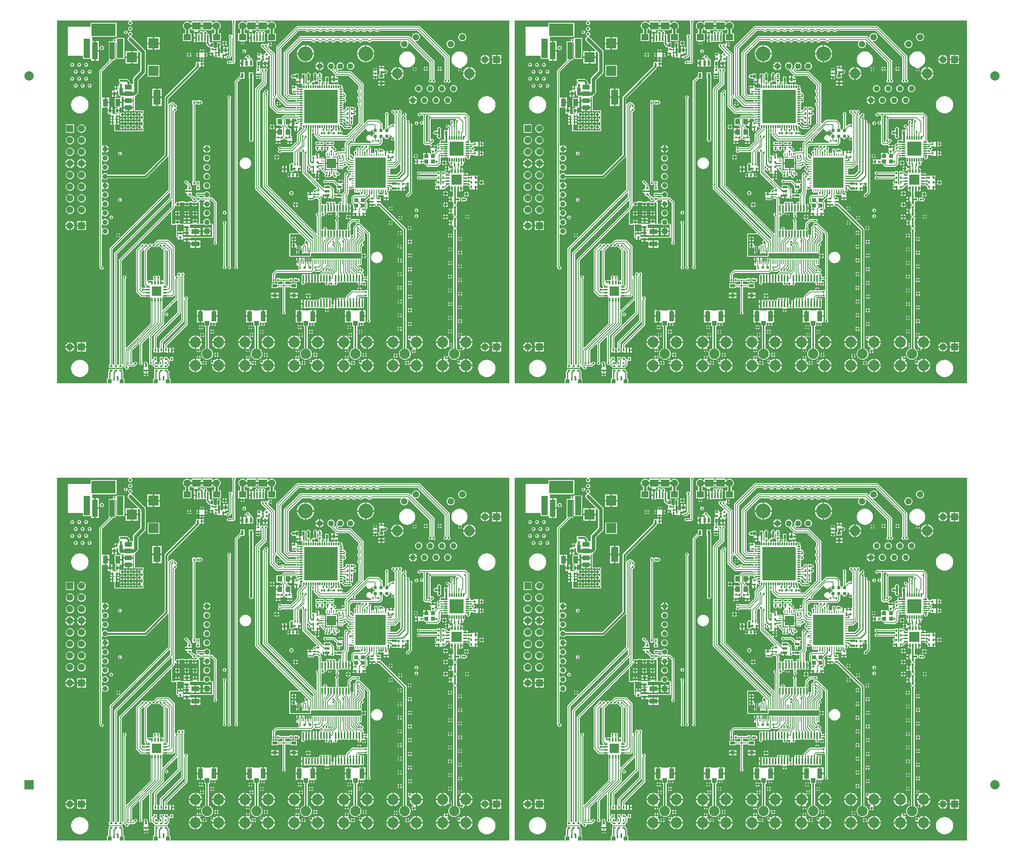
<source format=gtl>
G04 Layer_Physical_Order=1*
G04 Layer_Color=255*
%FSLAX24Y24*%
%MOIN*%
G70*
G01*
G75*
%ADD10R,0.0800X0.0800*%
%ADD11C,0.0800*%
%ADD12C,0.0080*%
%ADD13R,0.0236X0.0157*%
%ADD14R,0.0354X0.0197*%
%ADD15R,0.0413X0.0866*%
%ADD16R,0.0394X0.0413*%
%ADD17R,0.0374X0.0335*%
%ADD18R,0.0433X0.0669*%
%ADD19R,0.0669X0.0433*%
%ADD20R,0.0157X0.0236*%
%ADD21R,0.0236X0.0165*%
%ADD22R,0.0157X0.0532*%
%ADD23R,0.0079X0.0449*%
%ADD24R,0.0413X0.0512*%
%ADD25C,0.0310*%
%ADD26R,0.0748X0.0630*%
%ADD27R,0.0630X0.0551*%
%ADD28O,0.0138X0.0394*%
%ADD29O,0.0394X0.0138*%
%ADD30R,0.0850X0.0850*%
%ADD31O,0.0110X0.0394*%
%ADD32O,0.0394X0.0110*%
%ADD33R,0.1240X0.1240*%
%ADD34R,0.0197X0.0354*%
%ADD35R,0.0295X0.0118*%
%ADD36R,0.0394X0.0197*%
%ADD37R,0.2598X0.2598*%
%ADD38O,0.0236X0.0098*%
%ADD39O,0.0098X0.0236*%
%ADD40O,0.0118X0.0610*%
%ADD41R,0.0413X0.0236*%
%ADD42R,0.0787X0.0787*%
%ADD43O,0.0315X0.0098*%
%ADD44O,0.0098X0.0315*%
%ADD45R,0.2874X0.2874*%
%ADD46O,0.0295X0.0110*%
%ADD47O,0.0110X0.0295*%
%ADD48R,0.0236X0.0413*%
%ADD49R,0.0591X0.0394*%
%ADD50R,0.0591X0.1299*%
%ADD51R,0.0413X0.0256*%
%ADD52O,0.0394X0.0118*%
%ADD53O,0.0118X0.0394*%
%ADD54R,0.0827X0.0827*%
%ADD55R,0.0177X0.0197*%
%ADD56R,0.0335X0.0354*%
%ADD57R,0.0165X0.0236*%
%ADD58R,0.0475X0.1480*%
%ADD59R,0.0575X0.1650*%
%ADD60R,0.2100X0.1100*%
%ADD61C,0.0150*%
%ADD62C,0.0147*%
%ADD63C,0.0100*%
%ADD64C,0.0060*%
%ADD65C,0.0120*%
%ADD66C,0.0200*%
%ADD67C,0.0300*%
%ADD68C,0.0945*%
%ADD69C,0.0886*%
%ADD70C,0.1280*%
%ADD71C,0.0512*%
%ADD72R,0.0866X0.0866*%
%ADD73C,0.0591*%
%ADD74R,0.0591X0.0591*%
%ADD75C,0.0496*%
%ADD76C,0.0563*%
%ADD77R,0.0591X0.0591*%
%ADD78C,0.0630*%
%ADD79C,0.0453*%
%ADD80R,0.0453X0.0453*%
%ADD81C,0.0180*%
%ADD82C,0.0200*%
%ADD83C,0.0240*%
%ADD84C,0.0220*%
%ADD85C,0.0197*%
G36*
X82840Y39503D02*
X53698D01*
Y39907D01*
X53603D01*
Y40421D01*
X53593Y40472D01*
X53565Y40515D01*
X53477Y40602D01*
Y40732D01*
X53121D01*
Y40732D01*
X53077D01*
Y40732D01*
X52727D01*
X52721Y40732D01*
Y40732D01*
X52677D01*
Y40732D01*
X52321D01*
Y40596D01*
X52305Y40572D01*
X52295Y40521D01*
Y39907D01*
X52200D01*
Y39503D01*
X49748D01*
Y39907D01*
X49653D01*
Y40471D01*
X49643Y40522D01*
X49615Y40565D01*
X49577Y40602D01*
Y40732D01*
X49221D01*
Y40732D01*
X49177D01*
Y40732D01*
X48827D01*
X48821Y40732D01*
Y40732D01*
X48777D01*
Y40732D01*
X48421D01*
Y40602D01*
X48384Y40565D01*
X48355Y40522D01*
X48345Y40471D01*
Y39907D01*
X48250D01*
Y39503D01*
X43932D01*
Y70734D01*
X50162D01*
X50164Y70728D01*
X50170Y70684D01*
X50119Y70650D01*
X50080Y70590D01*
X50066Y70520D01*
X50080Y70450D01*
X50119Y70390D01*
X50179Y70351D01*
X50249Y70337D01*
X50319Y70351D01*
X50379Y70390D01*
X50419Y70450D01*
X50433Y70520D01*
X50419Y70590D01*
X50379Y70650D01*
X50328Y70684D01*
X50334Y70728D01*
X50337Y70734D01*
X58988D01*
X59014Y70684D01*
X59011Y70679D01*
X58999Y70620D01*
X59011Y70562D01*
X59030Y70533D01*
Y69464D01*
X58980Y69449D01*
X58961Y69478D01*
X58911Y69511D01*
X58852Y69523D01*
X58794Y69511D01*
X58744Y69478D01*
X58711Y69429D01*
X58699Y69370D01*
X58711Y69312D01*
X58730Y69283D01*
Y67771D01*
X58667Y67707D01*
X58661Y67711D01*
X58602Y67723D01*
X58544Y67711D01*
X58494Y67678D01*
X58461Y67629D01*
X58458Y67615D01*
X58408Y67619D01*
Y67660D01*
X58290D01*
Y67502D01*
X58408D01*
Y67521D01*
X58458Y67526D01*
X58461Y67512D01*
X58494Y67462D01*
X58544Y67429D01*
X58602Y67417D01*
X58661Y67429D01*
X58689Y67448D01*
X58702D01*
X58749Y67457D01*
X58789Y67484D01*
X58939Y67634D01*
X58965Y67673D01*
X58975Y67720D01*
Y69240D01*
X58980Y69244D01*
X59030Y69219D01*
Y67242D01*
X58789D01*
X58761Y67261D01*
X58702Y67273D01*
X58644Y67261D01*
X58594Y67228D01*
X58561Y67179D01*
X58549Y67120D01*
X58561Y67062D01*
X58594Y67012D01*
X58644Y66979D01*
X58702Y66967D01*
X58761Y66979D01*
X58789Y66998D01*
X59102D01*
X59149Y67007D01*
X59189Y67034D01*
X59239Y67084D01*
X59265Y67123D01*
X59275Y67170D01*
Y70533D01*
X59294Y70562D01*
X59305Y70620D01*
X59294Y70679D01*
X59290Y70684D01*
X59317Y70734D01*
X82840D01*
Y39503D01*
D02*
G37*
G36*
X43470D02*
X14328D01*
Y39907D01*
X14233D01*
Y40421D01*
X14223Y40472D01*
X14195Y40515D01*
X14107Y40602D01*
Y40732D01*
X13751D01*
Y40732D01*
X13707D01*
Y40732D01*
X13357D01*
X13351Y40732D01*
Y40732D01*
X13307D01*
Y40732D01*
X12951D01*
Y40596D01*
X12935Y40572D01*
X12925Y40521D01*
Y39907D01*
X12830D01*
Y39503D01*
X10378D01*
Y39907D01*
X10283D01*
Y40471D01*
X10273Y40522D01*
X10245Y40565D01*
X10207Y40602D01*
Y40732D01*
X9851D01*
Y40732D01*
X9807D01*
Y40732D01*
X9457D01*
X9451Y40732D01*
Y40732D01*
X9407D01*
Y40732D01*
X9051D01*
Y40602D01*
X9014Y40565D01*
X8985Y40522D01*
X8975Y40471D01*
Y39907D01*
X8880D01*
Y39503D01*
X4562D01*
Y70734D01*
X10792D01*
X10794Y70728D01*
X10800Y70684D01*
X10749Y70650D01*
X10710Y70590D01*
X10696Y70520D01*
X10710Y70450D01*
X10749Y70390D01*
X10809Y70351D01*
X10879Y70337D01*
X10949Y70351D01*
X11009Y70390D01*
X11049Y70450D01*
X11063Y70520D01*
X11049Y70590D01*
X11009Y70650D01*
X10958Y70684D01*
X10964Y70728D01*
X10967Y70734D01*
X19618D01*
X19644Y70684D01*
X19641Y70679D01*
X19629Y70620D01*
X19641Y70562D01*
X19660Y70533D01*
Y69464D01*
X19610Y69449D01*
X19590Y69478D01*
X19541Y69511D01*
X19482Y69523D01*
X19424Y69511D01*
X19374Y69478D01*
X19341Y69429D01*
X19329Y69370D01*
X19341Y69312D01*
X19360Y69283D01*
Y67771D01*
X19297Y67707D01*
X19291Y67711D01*
X19232Y67723D01*
X19174Y67711D01*
X19124Y67678D01*
X19091Y67629D01*
X19088Y67615D01*
X19038Y67619D01*
Y67660D01*
X18919D01*
Y67502D01*
X19038D01*
Y67521D01*
X19088Y67526D01*
X19091Y67512D01*
X19124Y67462D01*
X19174Y67429D01*
X19232Y67417D01*
X19291Y67429D01*
X19319Y67448D01*
X19332D01*
X19379Y67457D01*
X19419Y67484D01*
X19569Y67634D01*
X19595Y67673D01*
X19605Y67720D01*
Y69240D01*
X19610Y69244D01*
X19660Y69219D01*
Y67242D01*
X19419D01*
X19391Y67261D01*
X19332Y67273D01*
X19274Y67261D01*
X19224Y67228D01*
X19191Y67179D01*
X19179Y67120D01*
X19191Y67062D01*
X19224Y67012D01*
X19274Y66979D01*
X19332Y66967D01*
X19391Y66979D01*
X19419Y66998D01*
X19732D01*
X19779Y67007D01*
X19819Y67034D01*
X19869Y67084D01*
X19895Y67123D01*
X19905Y67170D01*
Y70533D01*
X19924Y70562D01*
X19935Y70620D01*
X19924Y70679D01*
X19920Y70684D01*
X19947Y70734D01*
X43470D01*
Y39503D01*
D02*
G37*
G36*
X82840Y133D02*
X53698D01*
Y537D01*
X53603D01*
Y1051D01*
X53593Y1102D01*
X53565Y1145D01*
X53477Y1232D01*
Y1362D01*
X53121D01*
Y1362D01*
X53077D01*
Y1362D01*
X52727D01*
X52721Y1362D01*
Y1362D01*
X52677D01*
Y1362D01*
X52321D01*
Y1226D01*
X52305Y1202D01*
X52295Y1151D01*
Y537D01*
X52200D01*
Y133D01*
X49748D01*
Y537D01*
X49653D01*
Y1101D01*
X49643Y1152D01*
X49615Y1195D01*
X49577Y1232D01*
Y1362D01*
X49221D01*
Y1362D01*
X49177D01*
Y1362D01*
X48827D01*
X48821Y1362D01*
Y1362D01*
X48777D01*
Y1362D01*
X48421D01*
Y1232D01*
X48384Y1195D01*
X48355Y1152D01*
X48345Y1101D01*
Y537D01*
X48250D01*
Y133D01*
X43932D01*
Y31364D01*
X50162D01*
X50164Y31357D01*
X50170Y31314D01*
X50119Y31280D01*
X50080Y31220D01*
X50066Y31150D01*
X50080Y31080D01*
X50119Y31020D01*
X50179Y30980D01*
X50249Y30966D01*
X50319Y30980D01*
X50379Y31020D01*
X50419Y31080D01*
X50433Y31150D01*
X50419Y31220D01*
X50379Y31280D01*
X50328Y31314D01*
X50334Y31357D01*
X50337Y31364D01*
X58988D01*
X59014Y31314D01*
X59011Y31309D01*
X58999Y31250D01*
X59011Y31191D01*
X59030Y31163D01*
Y30094D01*
X58980Y30079D01*
X58961Y30108D01*
X58911Y30141D01*
X58852Y30153D01*
X58794Y30141D01*
X58744Y30108D01*
X58711Y30059D01*
X58699Y30000D01*
X58711Y29941D01*
X58730Y29913D01*
Y28401D01*
X58667Y28337D01*
X58661Y28341D01*
X58602Y28353D01*
X58544Y28341D01*
X58494Y28308D01*
X58461Y28259D01*
X58458Y28244D01*
X58408Y28249D01*
Y28290D01*
X58290D01*
Y28132D01*
X58408D01*
Y28151D01*
X58458Y28156D01*
X58461Y28141D01*
X58494Y28092D01*
X58544Y28059D01*
X58602Y28047D01*
X58661Y28059D01*
X58689Y28078D01*
X58702D01*
X58749Y28087D01*
X58789Y28113D01*
X58939Y28263D01*
X58965Y28303D01*
X58975Y28350D01*
Y29870D01*
X58980Y29874D01*
X59030Y29849D01*
Y27872D01*
X58789D01*
X58761Y27891D01*
X58702Y27903D01*
X58644Y27891D01*
X58594Y27858D01*
X58561Y27809D01*
X58549Y27750D01*
X58561Y27691D01*
X58594Y27642D01*
X58644Y27609D01*
X58702Y27597D01*
X58761Y27609D01*
X58789Y27628D01*
X59102D01*
X59149Y27637D01*
X59189Y27663D01*
X59239Y27713D01*
X59265Y27753D01*
X59275Y27800D01*
Y31163D01*
X59294Y31191D01*
X59305Y31250D01*
X59294Y31309D01*
X59290Y31314D01*
X59317Y31364D01*
X82840D01*
Y133D01*
D02*
G37*
G36*
X43470D02*
X14328D01*
Y537D01*
X14233D01*
Y1051D01*
X14223Y1102D01*
X14195Y1145D01*
X14107Y1232D01*
Y1362D01*
X13751D01*
Y1362D01*
X13707D01*
Y1362D01*
X13357D01*
X13351Y1362D01*
Y1362D01*
X13307D01*
Y1362D01*
X12951D01*
Y1226D01*
X12935Y1202D01*
X12925Y1151D01*
Y537D01*
X12830D01*
Y133D01*
X10378D01*
Y537D01*
X10283D01*
Y1101D01*
X10273Y1152D01*
X10245Y1195D01*
X10207Y1232D01*
Y1362D01*
X9851D01*
Y1362D01*
X9807D01*
Y1362D01*
X9457D01*
X9451Y1362D01*
Y1362D01*
X9407D01*
Y1362D01*
X9051D01*
Y1232D01*
X9014Y1195D01*
X8985Y1152D01*
X8975Y1101D01*
Y537D01*
X8880D01*
Y133D01*
X4562D01*
Y31364D01*
X10792D01*
X10794Y31357D01*
X10800Y31314D01*
X10749Y31280D01*
X10710Y31220D01*
X10696Y31150D01*
X10710Y31080D01*
X10749Y31020D01*
X10809Y30980D01*
X10879Y30966D01*
X10949Y30980D01*
X11009Y31020D01*
X11049Y31080D01*
X11063Y31150D01*
X11049Y31220D01*
X11009Y31280D01*
X10958Y31314D01*
X10964Y31357D01*
X10967Y31364D01*
X19618D01*
X19644Y31314D01*
X19641Y31309D01*
X19629Y31250D01*
X19641Y31191D01*
X19660Y31163D01*
Y30094D01*
X19610Y30079D01*
X19590Y30108D01*
X19541Y30141D01*
X19482Y30153D01*
X19424Y30141D01*
X19374Y30108D01*
X19341Y30059D01*
X19329Y30000D01*
X19341Y29941D01*
X19360Y29913D01*
Y28401D01*
X19297Y28337D01*
X19291Y28341D01*
X19232Y28353D01*
X19174Y28341D01*
X19124Y28308D01*
X19091Y28259D01*
X19088Y28244D01*
X19038Y28249D01*
Y28290D01*
X18919D01*
Y28132D01*
X19038D01*
Y28151D01*
X19088Y28156D01*
X19091Y28141D01*
X19124Y28092D01*
X19174Y28059D01*
X19232Y28047D01*
X19291Y28059D01*
X19319Y28078D01*
X19332D01*
X19379Y28087D01*
X19419Y28113D01*
X19569Y28263D01*
X19595Y28303D01*
X19605Y28350D01*
Y29870D01*
X19610Y29874D01*
X19660Y29849D01*
Y27872D01*
X19419D01*
X19391Y27891D01*
X19332Y27903D01*
X19274Y27891D01*
X19224Y27858D01*
X19191Y27809D01*
X19179Y27750D01*
X19191Y27691D01*
X19224Y27642D01*
X19274Y27609D01*
X19332Y27597D01*
X19391Y27609D01*
X19419Y27628D01*
X19732D01*
X19779Y27637D01*
X19819Y27663D01*
X19869Y27713D01*
X19895Y27753D01*
X19905Y27800D01*
Y31163D01*
X19924Y31191D01*
X19935Y31250D01*
X19924Y31309D01*
X19920Y31314D01*
X19947Y31364D01*
X43470D01*
Y133D01*
D02*
G37*
%LPC*%
G36*
X62402Y70648D02*
X62304Y70635D01*
X62213Y70598D01*
X62135Y70538D01*
X62109Y70503D01*
X62059Y70520D01*
Y70645D01*
X61191D01*
Y70454D01*
X61114D01*
Y70645D01*
X60246D01*
Y70520D01*
X60196Y70503D01*
X60170Y70538D01*
X60091Y70598D01*
X60000Y70635D01*
X59902Y70648D01*
X59804Y70635D01*
X59713Y70598D01*
X59635Y70538D01*
X59575Y70459D01*
X59537Y70368D01*
X59524Y70270D01*
X59537Y70172D01*
X59575Y70081D01*
X59635Y70003D01*
X59709Y69946D01*
Y69621D01*
X59518D01*
Y68950D01*
X59708D01*
X59731Y68906D01*
X59723Y68894D01*
X59721Y68880D01*
X60084D01*
X60081Y68894D01*
X60073Y68906D01*
X60097Y68950D01*
X60267D01*
Y69621D01*
X60076D01*
Y69936D01*
X60091Y69943D01*
X60170Y70003D01*
X60196Y70037D01*
X60246Y70020D01*
Y69895D01*
X60484D01*
X60492Y69885D01*
X60482Y69818D01*
X60465Y69807D01*
X60423Y69744D01*
X60421Y69730D01*
X60784D01*
X60781Y69744D01*
X60739Y69807D01*
X60722Y69818D01*
X60712Y69885D01*
X60720Y69895D01*
X61114D01*
Y70087D01*
X61191D01*
Y69895D01*
X62059D01*
Y70020D01*
X62109Y70037D01*
X62135Y70003D01*
X62213Y69943D01*
X62229Y69936D01*
Y69621D01*
X62037D01*
Y68950D01*
X62787D01*
Y69621D01*
X62596D01*
Y69946D01*
X62670Y70003D01*
X62730Y70081D01*
X62768Y70172D01*
X62781Y70270D01*
X62768Y70368D01*
X62730Y70459D01*
X62670Y70538D01*
X62591Y70598D01*
X62500Y70635D01*
X62402Y70648D01*
D02*
G37*
G36*
X57652D02*
X57554Y70635D01*
X57463Y70598D01*
X57385Y70538D01*
X57359Y70503D01*
X57309Y70520D01*
Y70645D01*
X56441D01*
Y70454D01*
X56364D01*
Y70645D01*
X55496D01*
Y70520D01*
X55446Y70503D01*
X55420Y70538D01*
X55341Y70598D01*
X55250Y70635D01*
X55152Y70648D01*
X55054Y70635D01*
X54963Y70598D01*
X54885Y70538D01*
X54825Y70459D01*
X54787Y70368D01*
X54774Y70270D01*
X54787Y70172D01*
X54825Y70081D01*
X54885Y70003D01*
X54963Y69943D01*
X54969Y69940D01*
Y69621D01*
X54768D01*
Y68950D01*
X55244D01*
X55307Y68938D01*
X55370Y68950D01*
X55517D01*
Y69621D01*
X55336D01*
Y69940D01*
X55341Y69943D01*
X55420Y70003D01*
X55446Y70037D01*
X55496Y70020D01*
Y69895D01*
X55753D01*
X55768Y69845D01*
X55744Y69829D01*
X55695Y69756D01*
X55690Y69730D01*
X56115D01*
X56110Y69756D01*
X56061Y69829D01*
X56036Y69845D01*
X56052Y69895D01*
X56364D01*
Y70087D01*
X56441D01*
Y69895D01*
X57309D01*
Y70020D01*
X57359Y70037D01*
X57385Y70003D01*
X57463Y69943D01*
X57479Y69936D01*
Y69621D01*
X57287D01*
Y68950D01*
X58037D01*
Y69621D01*
X57846D01*
Y69946D01*
X57920Y70003D01*
X57980Y70081D01*
X58018Y70172D01*
X58031Y70270D01*
X58018Y70368D01*
X57980Y70459D01*
X57920Y70538D01*
X57841Y70598D01*
X57750Y70635D01*
X57652Y70648D01*
D02*
G37*
G36*
X50249Y70204D02*
X50179Y70190D01*
X50119Y70150D01*
X50080Y70090D01*
X50066Y70020D01*
X50080Y69950D01*
X50119Y69890D01*
X50179Y69851D01*
X50249Y69837D01*
X50319Y69851D01*
X50379Y69890D01*
X50419Y69950D01*
X50433Y70020D01*
X50419Y70090D01*
X50379Y70150D01*
X50319Y70190D01*
X50249Y70204D01*
D02*
G37*
G36*
X61702Y69823D02*
X61644Y69811D01*
X61594Y69778D01*
X61586Y69766D01*
X61536D01*
X61528Y69778D01*
X61479Y69811D01*
X61420Y69823D01*
X61362Y69811D01*
X61312Y69778D01*
X61305Y69768D01*
X61255D01*
X61248Y69778D01*
X61199Y69811D01*
X61140Y69823D01*
X61082Y69811D01*
X61032Y69778D01*
X60999Y69729D01*
X60987Y69670D01*
X60999Y69612D01*
X61012Y69593D01*
X60985Y69543D01*
X60843D01*
X60819Y69583D01*
X60819D01*
X60802Y69610D01*
X60421D01*
X60423Y69596D01*
X60462Y69538D01*
Y69277D01*
X60641D01*
Y69217D01*
X60701D01*
Y68851D01*
X60819D01*
Y68891D01*
X61803D01*
Y69543D01*
X61825Y69584D01*
X61844Y69612D01*
X61855Y69670D01*
X61844Y69729D01*
X61811Y69778D01*
X61761Y69811D01*
X61702Y69823D01*
D02*
G37*
G36*
X56702Y69833D02*
X56640Y69821D01*
X56587Y69785D01*
X56554Y69735D01*
X56532Y69733D01*
X56523D01*
X56501Y69735D01*
X56468Y69785D01*
X56415Y69821D01*
X56352Y69833D01*
X56290Y69821D01*
X56237Y69785D01*
X56202Y69733D01*
X56189Y69670D01*
X56202Y69608D01*
X56212Y69593D01*
X56185Y69543D01*
X56137D01*
X56111Y69593D01*
X56115Y69610D01*
X55690D01*
X55695Y69584D01*
X55712Y69559D01*
Y69277D01*
X55891D01*
Y69217D01*
X55951D01*
Y68851D01*
X56069D01*
Y68891D01*
X56771D01*
Y68713D01*
X56771Y68713D01*
X56782Y68658D01*
X56813Y68612D01*
X56956Y68469D01*
X56956Y68469D01*
X57002Y68438D01*
X57057Y68427D01*
X57099Y68400D01*
Y68383D01*
X57124D01*
Y68109D01*
X57093Y68072D01*
X57084D01*
Y67953D01*
X57302D01*
Y67893D01*
X57362D01*
Y67714D01*
X57410D01*
X57423Y67646D01*
X57465Y67583D01*
X57528Y67541D01*
X57542Y67538D01*
Y67720D01*
X57662D01*
Y67538D01*
X57677Y67541D01*
X57704Y67559D01*
X57736Y67542D01*
Y67542D01*
X58001D01*
X58014Y67542D01*
X58051Y67510D01*
Y67502D01*
X58170D01*
Y67720D01*
X58230D01*
Y67780D01*
X58408D01*
Y67893D01*
X58646D01*
Y68110D01*
X58448D01*
X58249D01*
Y67938D01*
X58066D01*
X58051Y67938D01*
X58016Y67974D01*
Y68407D01*
X58006D01*
Y68857D01*
X57689D01*
Y68403D01*
X57682Y68392D01*
X57647Y68364D01*
X57602Y68373D01*
X57544Y68361D01*
X57531Y68353D01*
X57480D01*
Y68386D01*
X57416D01*
Y68857D01*
X57099D01*
X57057Y68877D01*
Y69217D01*
X57053Y69237D01*
Y69543D01*
X56870D01*
X56843Y69593D01*
X56853Y69608D01*
X56866Y69670D01*
X56853Y69733D01*
X56818Y69785D01*
X56765Y69821D01*
X56702Y69833D01*
D02*
G37*
G36*
X49849Y69873D02*
X49791Y69861D01*
X49741Y69828D01*
X49708Y69779D01*
X49696Y69720D01*
X49708Y69662D01*
X49741Y69612D01*
X49791Y69579D01*
X49849Y69567D01*
X49908Y69579D01*
X49957Y69612D01*
X49991Y69662D01*
X50002Y69720D01*
X49991Y69779D01*
X49957Y69828D01*
X49908Y69861D01*
X49849Y69873D01*
D02*
G37*
G36*
X49734Y69210D02*
X49039D01*
Y69164D01*
X48989Y69140D01*
X48958Y69161D01*
X48899Y69173D01*
X48841Y69161D01*
X48791Y69128D01*
X48758Y69079D01*
X48746Y69020D01*
X48758Y68962D01*
X48759Y68960D01*
X48732Y68910D01*
X48389D01*
Y67310D01*
X48389D01*
X48408Y67264D01*
X47600Y66457D01*
X47574Y66417D01*
X47564Y66370D01*
Y49533D01*
X47574Y49486D01*
X47600Y49446D01*
X47651Y49395D01*
X47658Y49362D01*
X47691Y49312D01*
X47741Y49279D01*
X47799Y49267D01*
X47858Y49279D01*
X47907Y49312D01*
X47941Y49362D01*
X47952Y49420D01*
X47941Y49479D01*
X47907Y49528D01*
X47858Y49561D01*
X47824Y49568D01*
X47809Y49583D01*
Y52376D01*
X47859Y52393D01*
X47875Y52373D01*
X47935Y52327D01*
X48005Y52298D01*
X48079Y52288D01*
X48154Y52298D01*
X48224Y52327D01*
X48284Y52373D01*
X48329Y52432D01*
X48358Y52502D01*
X48368Y52577D01*
X48358Y52652D01*
X48329Y52721D01*
X48284Y52781D01*
X48224Y52827D01*
X48154Y52856D01*
X48079Y52866D01*
X48005Y52856D01*
X47935Y52827D01*
X47875Y52781D01*
X47859Y52760D01*
X47809Y52777D01*
Y53164D01*
X47859Y53181D01*
X47875Y53160D01*
X47935Y53114D01*
X48005Y53085D01*
X48079Y53075D01*
X48154Y53085D01*
X48224Y53114D01*
X48284Y53160D01*
X48329Y53220D01*
X48358Y53289D01*
X48368Y53364D01*
X48358Y53439D01*
X48329Y53509D01*
X48284Y53568D01*
X48224Y53614D01*
X48154Y53643D01*
X48079Y53653D01*
X48005Y53643D01*
X47935Y53614D01*
X47875Y53568D01*
X47859Y53548D01*
X47809Y53565D01*
Y53951D01*
X47859Y53968D01*
X47875Y53947D01*
X47935Y53901D01*
X48005Y53873D01*
X48079Y53863D01*
X48154Y53873D01*
X48224Y53901D01*
X48284Y53947D01*
X48329Y54007D01*
X48358Y54077D01*
X48368Y54152D01*
X48358Y54226D01*
X48329Y54296D01*
X48284Y54356D01*
X48224Y54402D01*
X48154Y54431D01*
X48079Y54440D01*
X48005Y54431D01*
X47935Y54402D01*
X47875Y54356D01*
X47859Y54335D01*
X47809Y54352D01*
Y54739D01*
X47859Y54756D01*
X47875Y54735D01*
X47935Y54689D01*
X48005Y54660D01*
X48079Y54650D01*
X48154Y54660D01*
X48224Y54689D01*
X48284Y54735D01*
X48329Y54795D01*
X48358Y54864D01*
X48368Y54939D01*
X48358Y55014D01*
X48329Y55083D01*
X48284Y55143D01*
X48224Y55189D01*
X48154Y55218D01*
X48079Y55228D01*
X48005Y55218D01*
X47935Y55189D01*
X47875Y55143D01*
X47859Y55122D01*
X47809Y55139D01*
Y55526D01*
X47859Y55543D01*
X47875Y55522D01*
X47935Y55476D01*
X48005Y55447D01*
X48079Y55438D01*
X48154Y55447D01*
X48224Y55476D01*
X48284Y55522D01*
X48329Y55582D01*
X48358Y55652D01*
X48368Y55726D01*
X48358Y55801D01*
X48329Y55871D01*
X48284Y55931D01*
X48224Y55977D01*
X48154Y56005D01*
X48079Y56015D01*
X48005Y56005D01*
X47935Y55977D01*
X47875Y55931D01*
X47859Y55910D01*
X47809Y55927D01*
Y56254D01*
X47859Y56271D01*
X47915Y56229D01*
X47994Y56196D01*
X48019Y56192D01*
Y56514D01*
Y56835D01*
X47994Y56832D01*
X47915Y56799D01*
X47859Y56756D01*
X47809Y56774D01*
Y57101D01*
X47859Y57118D01*
X47875Y57097D01*
X47935Y57051D01*
X48005Y57022D01*
X48079Y57012D01*
X48154Y57022D01*
X48224Y57051D01*
X48284Y57097D01*
X48319Y57143D01*
X51533D01*
X51594Y57155D01*
X51645Y57189D01*
X53464Y59008D01*
X53480Y59032D01*
X53530Y59017D01*
Y56174D01*
X48513Y51157D01*
X48486Y51117D01*
X48477Y51070D01*
Y41086D01*
X48421D01*
Y40809D01*
X48777D01*
Y40809D01*
X48821D01*
Y40809D01*
X49177D01*
Y40809D01*
X49221D01*
Y40809D01*
X49577D01*
Y40956D01*
X49627Y40972D01*
X49633Y40964D01*
X49801Y40795D01*
X49808Y40762D01*
X49841Y40712D01*
X49891Y40679D01*
X49949Y40667D01*
X50008Y40679D01*
X50057Y40712D01*
X50091Y40762D01*
X50102Y40820D01*
X50095Y40858D01*
X50127Y40908D01*
X50509D01*
X50556Y40917D01*
X50596Y40944D01*
X50724Y41072D01*
X50758Y41079D01*
X50807Y41112D01*
X50841Y41162D01*
X50852Y41220D01*
X50841Y41279D01*
X50807Y41328D01*
X50758Y41361D01*
X50699Y41373D01*
X50641Y41361D01*
X50591Y41328D01*
X50558Y41279D01*
X50551Y41245D01*
X50497Y41191D01*
X50451Y41216D01*
X50452Y41220D01*
X50441Y41279D01*
X50422Y41307D01*
Y42319D01*
X50981Y42878D01*
X51027Y42859D01*
Y41307D01*
X51008Y41279D01*
X50996Y41220D01*
X51008Y41162D01*
X51041Y41112D01*
X51091Y41079D01*
X51149Y41067D01*
X51208Y41079D01*
X51257Y41112D01*
X51291Y41162D01*
X51302Y41220D01*
X51291Y41279D01*
X51272Y41307D01*
Y42919D01*
X51831Y43478D01*
X51877Y43459D01*
Y41307D01*
X51858Y41279D01*
X51846Y41220D01*
X51858Y41162D01*
X51891Y41112D01*
X51941Y41079D01*
X51999Y41067D01*
X52058Y41079D01*
X52098Y41106D01*
X52113Y41084D01*
X52321Y40875D01*
Y40809D01*
X52671D01*
X52677Y40809D01*
X52721D01*
X52727Y40809D01*
X53071D01*
X53077Y40809D01*
Y40809D01*
X53121D01*
Y40809D01*
X53477D01*
Y40925D01*
X53586Y41034D01*
X53612Y41073D01*
X53622Y41120D01*
Y41396D01*
X53662Y41418D01*
X53672Y41418D01*
X53948D01*
Y41774D01*
X53662D01*
Y41521D01*
X53612Y41516D01*
X53612Y41517D01*
X53586Y41557D01*
X53460Y41683D01*
X53436Y41698D01*
Y41774D01*
X53151D01*
Y41594D01*
X53101Y41574D01*
X53048Y41626D01*
Y41774D01*
X52762D01*
Y41418D01*
X52819D01*
X52824Y41368D01*
X52791Y41361D01*
X52741Y41328D01*
X52708Y41279D01*
X52696Y41220D01*
X52708Y41162D01*
X52725Y41136D01*
X52721Y41086D01*
X52677D01*
X52671Y41086D01*
X52641D01*
X52618Y41130D01*
X52628Y41146D01*
X52631Y41160D01*
X52449D01*
Y41280D01*
X52631D01*
X52628Y41294D01*
X52586Y41357D01*
X52557Y41377D01*
X52536Y41418D01*
Y41774D01*
X52251D01*
Y41626D01*
X52168Y41544D01*
X52122Y41563D01*
Y43571D01*
X53110Y44559D01*
X53136Y44599D01*
X53145Y44646D01*
Y45543D01*
X54271Y46669D01*
X54317Y46649D01*
Y45611D01*
X52307Y43601D01*
X52280Y43561D01*
X52271Y43514D01*
Y42522D01*
X52251D01*
Y42166D01*
X52467D01*
Y42126D01*
X52589D01*
Y42344D01*
Y42562D01*
X52516D01*
Y43464D01*
X54526Y45474D01*
X54552Y45513D01*
X54562Y45560D01*
Y48728D01*
X54612Y48750D01*
X54627Y48736D01*
Y44921D01*
X52819Y43113D01*
X52792Y43073D01*
X52783Y43026D01*
Y42562D01*
X52709D01*
Y42344D01*
Y42126D01*
X52832D01*
Y42166D01*
X53048D01*
Y42522D01*
X53027D01*
Y42975D01*
X54836Y44784D01*
X54862Y44823D01*
X54872Y44870D01*
Y46669D01*
X54922Y46694D01*
X54927Y46690D01*
Y44621D01*
X53207Y42901D01*
X53180Y42861D01*
X53171Y42814D01*
Y42522D01*
X53151D01*
Y42166D01*
X53367D01*
Y42126D01*
X53489D01*
Y42344D01*
Y42562D01*
X53416D01*
Y42764D01*
X55136Y44484D01*
X55162Y44523D01*
X55172Y44570D01*
Y46733D01*
X55191Y46762D01*
X55202Y46820D01*
X55191Y46879D01*
X55157Y46928D01*
X55108Y46961D01*
X55049Y46973D01*
X54991Y46961D01*
X54941Y46928D01*
X54922Y46899D01*
X54872Y46914D01*
Y48783D01*
X54891Y48812D01*
X54902Y48870D01*
X54891Y48929D01*
X54857Y48978D01*
X54808Y49011D01*
X54749Y49023D01*
X54691Y49011D01*
X54641Y48978D01*
X54629Y48961D01*
X54569D01*
X54557Y48978D01*
X54508Y49011D01*
X54449Y49023D01*
X54391Y49011D01*
X54341Y48978D01*
X54308Y48929D01*
X54296Y48870D01*
X54308Y48812D01*
X54291Y48783D01*
X54267Y48770D01*
X54249Y48773D01*
X54191Y48761D01*
X54141Y48728D01*
X54122Y48699D01*
X54072Y48714D01*
Y51270D01*
X54062Y51317D01*
X54036Y51357D01*
X53586Y51807D01*
X53546Y51833D01*
X53499Y51842D01*
X52599D01*
X52552Y51833D01*
X52513Y51807D01*
X52224Y51518D01*
X52191Y51511D01*
X52141Y51478D01*
X52129Y51461D01*
X52069D01*
X52057Y51478D01*
X52008Y51511D01*
X51949Y51523D01*
X51891Y51511D01*
X51841Y51478D01*
X51808Y51429D01*
X51800Y51387D01*
X51749D01*
X51741Y51429D01*
X51707Y51478D01*
X51658Y51511D01*
X51599Y51523D01*
X51541Y51511D01*
X51491Y51478D01*
X51479Y51461D01*
X51419D01*
X51407Y51478D01*
X51358Y51511D01*
X51299Y51523D01*
X51241Y51511D01*
X51191Y51478D01*
X51158Y51429D01*
X51151Y51395D01*
X50763Y51007D01*
X50736Y50967D01*
X50727Y50920D01*
Y47420D01*
X50736Y47373D01*
X50763Y47334D01*
X51147Y46950D01*
X51186Y46923D01*
X51233Y46914D01*
X51771D01*
X51776Y46915D01*
X51909D01*
X51936Y46920D01*
X51986Y46907D01*
X51999Y46857D01*
X51994Y46830D01*
Y46697D01*
X51993Y46692D01*
Y44637D01*
X50013Y42657D01*
X50009Y42651D01*
X49888Y42530D01*
X49842Y42549D01*
Y48501D01*
X49857Y48512D01*
X49891Y48562D01*
X49902Y48620D01*
X49891Y48679D01*
X49857Y48728D01*
X49808Y48761D01*
X49749Y48773D01*
X49691Y48761D01*
X49641Y48728D01*
X49608Y48679D01*
X49596Y48620D01*
X49600Y48604D01*
X49597Y48590D01*
Y41128D01*
X49593Y41120D01*
X49533Y41110D01*
X49522Y41121D01*
Y50069D01*
X53716Y54264D01*
X53762Y54245D01*
X53762Y53211D01*
X53768Y53180D01*
X53786Y53154D01*
X53813Y53136D01*
X53844Y53130D01*
X54084D01*
X54089Y53131D01*
X54095Y53131D01*
X54105Y53134D01*
X54115Y53136D01*
X54120Y53139D01*
X54125Y53141D01*
X54133Y53148D01*
X54141Y53154D01*
X54188Y53142D01*
X54194Y53139D01*
Y52096D01*
X54200Y52065D01*
X54218Y52038D01*
X54244Y52021D01*
X54275Y52015D01*
X54334D01*
Y51864D01*
X54492D01*
Y52043D01*
X54612D01*
Y51864D01*
X54770D01*
Y52015D01*
X54825D01*
Y51935D01*
X55380D01*
Y52015D01*
X57275D01*
X57306Y52021D01*
X57333Y52038D01*
X57351Y52065D01*
X57357Y52096D01*
Y53146D01*
X57351Y53177D01*
X57333Y53204D01*
X57306Y53222D01*
X57275Y53228D01*
X57124D01*
X57096Y53269D01*
X57104Y53289D01*
X57114Y53364D01*
X57104Y53439D01*
X57076Y53509D01*
X57030Y53568D01*
X56970Y53614D01*
X56900Y53643D01*
X56825Y53653D01*
X56751Y53643D01*
X56681Y53614D01*
X56621Y53568D01*
X56575Y53509D01*
X56546Y53439D01*
X56537Y53364D01*
X56546Y53289D01*
X56555Y53269D01*
X56527Y53228D01*
X56225D01*
X56225Y55061D01*
X56219Y55093D01*
X56201Y55119D01*
X56175Y55137D01*
X56149Y55142D01*
X56154Y55192D01*
X56218D01*
Y55248D01*
X56610D01*
X56626Y55198D01*
X56593Y55172D01*
X56540Y55104D01*
X56507Y55024D01*
X56504Y54999D01*
X56825D01*
X57147D01*
X57143Y55024D01*
X57110Y55104D01*
X57058Y55172D01*
X57024Y55198D01*
X57041Y55248D01*
X57202D01*
X57430Y55019D01*
Y51657D01*
X57411Y51629D01*
X57399Y51570D01*
X57411Y51512D01*
X57444Y51462D01*
X57494Y51429D01*
X57552Y51417D01*
X57611Y51429D01*
X57661Y51462D01*
X57694Y51512D01*
X57705Y51570D01*
X57694Y51629D01*
X57675Y51657D01*
Y55070D01*
X57665Y55117D01*
X57639Y55157D01*
X57339Y55457D01*
X57299Y55483D01*
X57252Y55492D01*
X57070D01*
X57045Y55542D01*
X57076Y55582D01*
X57104Y55652D01*
X57114Y55726D01*
X57104Y55801D01*
X57076Y55871D01*
X57030Y55931D01*
X56970Y55977D01*
X56900Y56005D01*
X56825Y56015D01*
X56751Y56005D01*
X56681Y55977D01*
X56621Y55931D01*
X56595Y55897D01*
X56254D01*
Y55907D01*
X55898D01*
Y55622D01*
X56254D01*
Y55632D01*
X56555D01*
X56575Y55582D01*
X56606Y55542D01*
X56581Y55492D01*
X56218D01*
Y55548D01*
X55941D01*
Y55192D01*
X55941D01*
X55953Y55142D01*
X55952Y55140D01*
X55948Y55138D01*
X55944Y55137D01*
X55934Y55130D01*
X55924Y55125D01*
X55921Y55121D01*
X55918Y55119D01*
X55911Y55109D01*
X55904Y55100D01*
X55900Y55092D01*
X55838Y55079D01*
X55823Y55090D01*
X55752Y55104D01*
X55682Y55090D01*
X55666Y55079D01*
X55605Y55092D01*
X55601Y55100D01*
X55594Y55109D01*
X55587Y55119D01*
X55584Y55121D01*
X55581Y55125D01*
X55570Y55130D01*
X55560Y55137D01*
X55556Y55138D01*
X55553Y55140D01*
X55541Y55141D01*
X55529Y55143D01*
X55326D01*
X55314Y55141D01*
X55302Y55140D01*
X55298Y55138D01*
X55294Y55137D01*
X55284Y55130D01*
X55274Y55125D01*
X55271Y55121D01*
X55268Y55119D01*
X55261Y55109D01*
X55254Y55100D01*
X55250Y55092D01*
X55188Y55079D01*
X55173Y55090D01*
X55102Y55104D01*
X55032Y55090D01*
X55016Y55079D01*
X54955Y55092D01*
X54951Y55100D01*
X54944Y55109D01*
X54937Y55119D01*
X54934Y55121D01*
X54931Y55125D01*
X54920Y55130D01*
X54910Y55137D01*
X54906Y55138D01*
X54903Y55140D01*
X54891Y55141D01*
X54879Y55143D01*
X54526D01*
X54514Y55141D01*
X54502Y55140D01*
X54498Y55138D01*
X54494Y55137D01*
X54484Y55130D01*
X54474Y55125D01*
X54471Y55121D01*
X54468Y55119D01*
X54461Y55109D01*
X54454Y55100D01*
X54450Y55092D01*
X54388Y55079D01*
X54373Y55090D01*
X54302Y55104D01*
X54232Y55090D01*
X54173Y55050D01*
X54133Y54990D01*
X54125Y54949D01*
X54124Y54945D01*
X54105Y54938D01*
X54055Y54972D01*
Y62853D01*
X54124Y62922D01*
X54158Y62929D01*
X54207Y62962D01*
X54241Y63012D01*
X54252Y63070D01*
X54241Y63129D01*
X54207Y63178D01*
X54191Y63189D01*
Y63249D01*
X54211Y63262D01*
X54244Y63312D01*
X54255Y63370D01*
X54244Y63429D01*
X54211Y63478D01*
X54161Y63511D01*
X54151Y63513D01*
X54018Y63647D01*
X53978Y63673D01*
X53931Y63682D01*
X53774D01*
X53727Y63673D01*
X53687Y63647D01*
X53566Y63525D01*
X53560Y63517D01*
X53510Y63532D01*
Y64005D01*
X56096Y66590D01*
X56118Y66605D01*
X56132Y66626D01*
X56140Y66634D01*
X56174Y66686D01*
X56182Y66724D01*
X56196Y66750D01*
X56230Y66765D01*
X56323D01*
Y66983D01*
Y67201D01*
X56204D01*
Y67193D01*
X56167Y67161D01*
X56154Y67161D01*
X55890D01*
Y67054D01*
X55882Y67043D01*
X55870Y66983D01*
Y66812D01*
X53241Y64182D01*
X53206Y64131D01*
X53194Y64070D01*
Y59186D01*
X51468Y57459D01*
X48319D01*
X48284Y57505D01*
X48224Y57551D01*
X48154Y57580D01*
X48079Y57590D01*
X48005Y57580D01*
X47935Y57551D01*
X47875Y57505D01*
X47859Y57485D01*
X47809Y57502D01*
Y57888D01*
X47859Y57905D01*
X47875Y57884D01*
X47935Y57838D01*
X48005Y57810D01*
X48079Y57800D01*
X48154Y57810D01*
X48224Y57838D01*
X48284Y57884D01*
X48329Y57944D01*
X48358Y58014D01*
X48368Y58089D01*
X48358Y58163D01*
X48329Y58233D01*
X48284Y58293D01*
X48224Y58339D01*
X48154Y58368D01*
X48079Y58377D01*
X48005Y58368D01*
X47935Y58339D01*
X47875Y58293D01*
X47859Y58272D01*
X47809Y58289D01*
Y58676D01*
X47859Y58693D01*
X47875Y58672D01*
X47935Y58626D01*
X48005Y58597D01*
X48079Y58587D01*
X48154Y58597D01*
X48224Y58626D01*
X48284Y58672D01*
X48329Y58732D01*
X48358Y58801D01*
X48368Y58876D01*
X48358Y58951D01*
X48329Y59020D01*
X48284Y59080D01*
X48224Y59126D01*
X48154Y59155D01*
X48079Y59165D01*
X48005Y59155D01*
X47935Y59126D01*
X47875Y59080D01*
X47859Y59059D01*
X47809Y59076D01*
Y59403D01*
X47859Y59421D01*
X47915Y59378D01*
X47994Y59345D01*
X48019Y59342D01*
Y59663D01*
Y59985D01*
X47994Y59981D01*
X47915Y59948D01*
X47859Y59906D01*
X47809Y59924D01*
Y63235D01*
X48061D01*
Y63670D01*
Y64105D01*
X47809D01*
Y66319D01*
X48773Y67284D01*
X48791Y67310D01*
X48984D01*
Y68847D01*
X48989Y68850D01*
X49039Y68823D01*
Y67440D01*
X49734D01*
Y69210D01*
D02*
G37*
G36*
X78793Y69644D02*
X78703Y69632D01*
X78620Y69598D01*
X78549Y69543D01*
X78494Y69471D01*
X78460Y69388D01*
X78448Y69299D01*
X78460Y69210D01*
X78494Y69127D01*
X78549Y69056D01*
X78620Y69001D01*
X78703Y68967D01*
X78793Y68955D01*
X78882Y68967D01*
X78965Y69001D01*
X79036Y69056D01*
X79091Y69127D01*
X79125Y69210D01*
X79137Y69299D01*
X79125Y69388D01*
X79091Y69471D01*
X79036Y69543D01*
X78965Y69598D01*
X78882Y69632D01*
X78793Y69644D01*
D02*
G37*
G36*
X60581Y69157D02*
X60462D01*
Y68851D01*
X60581D01*
Y69157D01*
D02*
G37*
G36*
X55831D02*
X55712D01*
Y68851D01*
X55831D01*
Y69157D01*
D02*
G37*
G36*
X58412Y68982D02*
Y68830D01*
X58565D01*
X58560Y68856D01*
X58511Y68929D01*
X58438Y68977D01*
X58412Y68982D01*
D02*
G37*
G36*
X58292D02*
X58267Y68977D01*
X58194Y68929D01*
X58145Y68856D01*
X58140Y68830D01*
X58292D01*
Y68982D01*
D02*
G37*
G36*
X52767Y69279D02*
X52293D01*
Y68806D01*
X52767D01*
Y69279D01*
D02*
G37*
G36*
X52173D02*
X51700D01*
Y68806D01*
X52173D01*
Y69279D01*
D02*
G37*
G36*
X62312Y68852D02*
Y68730D01*
X62434D01*
X62431Y68744D01*
X62389Y68807D01*
X62326Y68849D01*
X62312Y68852D01*
D02*
G37*
G36*
X60084Y68760D02*
X59962D01*
Y68638D01*
X59977Y68641D01*
X60039Y68683D01*
X60081Y68746D01*
X60084Y68760D01*
D02*
G37*
G36*
X59842D02*
X59721D01*
X59723Y68746D01*
X59765Y68683D01*
X59828Y68641D01*
X59842Y68638D01*
Y68760D01*
D02*
G37*
G36*
X58565Y68710D02*
X58412D01*
Y68558D01*
X58438Y68563D01*
X58511Y68611D01*
X58560Y68684D01*
X58565Y68710D01*
D02*
G37*
G36*
X58292D02*
X58140D01*
X58145Y68684D01*
X58194Y68611D01*
X58267Y68563D01*
X58292Y68558D01*
Y68710D01*
D02*
G37*
G36*
X62434Y68610D02*
X62312D01*
Y68488D01*
X62326Y68491D01*
X62389Y68533D01*
X62431Y68596D01*
X62434Y68610D01*
D02*
G37*
G36*
X77793Y69045D02*
X77703Y69033D01*
X77620Y68999D01*
X77549Y68944D01*
X77494Y68873D01*
X77460Y68790D01*
X77448Y68701D01*
X77460Y68612D01*
X77494Y68529D01*
X77549Y68457D01*
X77620Y68402D01*
X77703Y68368D01*
X77793Y68356D01*
X77882Y68368D01*
X77965Y68402D01*
X78036Y68457D01*
X78091Y68529D01*
X78125Y68612D01*
X78137Y68701D01*
X78125Y68790D01*
X78091Y68873D01*
X78036Y68944D01*
X77965Y68999D01*
X77882Y69033D01*
X77793Y69045D01*
D02*
G37*
G36*
X58646Y68447D02*
X58508D01*
Y68230D01*
X58646D01*
Y68447D01*
D02*
G37*
G36*
X58388D02*
X58249D01*
Y68230D01*
X58388D01*
Y68447D01*
D02*
G37*
G36*
X52767Y68686D02*
X52293D01*
Y68213D01*
X52767D01*
Y68686D01*
D02*
G37*
G36*
X52173D02*
X51700D01*
Y68213D01*
X52173D01*
Y68686D01*
D02*
G37*
G36*
X47799Y68554D02*
X47729Y68540D01*
X47669Y68500D01*
X47630Y68440D01*
X47616Y68370D01*
X47630Y68300D01*
X47669Y68240D01*
X47729Y68201D01*
X47799Y68187D01*
X47869Y68201D01*
X47929Y68240D01*
X47969Y68300D01*
X47983Y68370D01*
X47969Y68440D01*
X47929Y68500D01*
X47869Y68540D01*
X47799Y68554D01*
D02*
G37*
G36*
X47549Y68950D02*
X47272D01*
Y68170D01*
X47549D01*
Y68950D01*
D02*
G37*
G36*
X56462Y68256D02*
Y68125D01*
X56593D01*
X56589Y68143D01*
X56545Y68208D01*
X56480Y68252D01*
X56462Y68256D01*
D02*
G37*
G36*
X56342D02*
X56325Y68252D01*
X56259Y68208D01*
X56215Y68143D01*
X56212Y68125D01*
X56342D01*
Y68256D01*
D02*
G37*
G36*
X56593Y68005D02*
X56212D01*
X56213Y67998D01*
X56198Y67976D01*
X56197Y67975D01*
X56175Y67959D01*
X56167Y67960D01*
Y67770D01*
Y67580D01*
X56175Y67581D01*
X56197Y67566D01*
X56198Y67564D01*
X56213Y67542D01*
X56212Y67535D01*
X56593D01*
X56591Y67542D01*
X56607Y67564D01*
X56608Y67566D01*
X56630Y67581D01*
X56638Y67580D01*
Y67770D01*
Y67960D01*
X56630Y67959D01*
X56608Y67975D01*
X56607Y67976D01*
X56591Y67998D01*
X56593Y68005D01*
D02*
G37*
G36*
X70549Y68608D02*
Y67930D01*
X71226D01*
X71218Y68015D01*
X71176Y68155D01*
X71107Y68283D01*
X71015Y68396D01*
X70902Y68488D01*
X70773Y68557D01*
X70634Y68599D01*
X70549Y68608D01*
D02*
G37*
G36*
X65376Y68608D02*
Y67930D01*
X66053D01*
X66045Y68015D01*
X66003Y68155D01*
X65934Y68283D01*
X65841Y68396D01*
X65729Y68488D01*
X65600Y68557D01*
X65461Y68599D01*
X65376Y68608D01*
D02*
G37*
G36*
X65256D02*
X65171Y68599D01*
X65031Y68557D01*
X64903Y68488D01*
X64790Y68396D01*
X64698Y68283D01*
X64629Y68155D01*
X64587Y68015D01*
X64578Y67930D01*
X65256D01*
Y68608D01*
D02*
G37*
G36*
X70429D02*
X70344Y68599D01*
X70205Y68557D01*
X70076Y68488D01*
X69963Y68396D01*
X69871Y68283D01*
X69802Y68155D01*
X69760Y68015D01*
X69752Y67930D01*
X70429D01*
Y68608D01*
D02*
G37*
G36*
X60052Y68223D02*
X59994Y68211D01*
X59944Y68178D01*
X59911Y68129D01*
X59899Y68070D01*
X59911Y68012D01*
X59944Y67962D01*
X59994Y67929D01*
X60052Y67917D01*
X60111Y67929D01*
X60161Y67962D01*
X60194Y68012D01*
X60205Y68070D01*
X60194Y68129D01*
X60161Y68178D01*
X60111Y68211D01*
X60052Y68223D01*
D02*
G37*
G36*
X61277Y67970D02*
X61259Y67966D01*
X61193Y67922D01*
X61149Y67856D01*
X61145Y67838D01*
X61277D01*
Y67970D01*
D02*
G37*
G36*
X56758Y67960D02*
Y67830D01*
X56888D01*
X56885Y67848D01*
X56841Y67913D01*
X56775Y67957D01*
X56758Y67960D01*
D02*
G37*
G36*
X56047D02*
X56030Y67957D01*
X55964Y67913D01*
X55920Y67848D01*
X55917Y67830D01*
X56047D01*
Y67960D01*
D02*
G37*
G36*
X55362Y67962D02*
Y67830D01*
X55494D01*
X55491Y67848D01*
X55447Y67914D01*
X55380Y67958D01*
X55362Y67962D01*
D02*
G37*
G36*
X55242D02*
X55224Y67958D01*
X55158Y67914D01*
X55114Y67848D01*
X55110Y67830D01*
X55242D01*
Y67962D01*
D02*
G37*
G36*
X57242Y67833D02*
X57084D01*
Y67714D01*
X57242D01*
Y67833D01*
D02*
G37*
G36*
X50323Y68098D02*
X49850D01*
Y67625D01*
X50323D01*
Y68098D01*
D02*
G37*
G36*
X56888Y67710D02*
X56758D01*
Y67580D01*
X56775Y67583D01*
X56841Y67627D01*
X56885Y67693D01*
X56888Y67710D01*
D02*
G37*
G36*
X56047D02*
X55917D01*
X55920Y67693D01*
X55964Y67627D01*
X56030Y67583D01*
X56047Y67580D01*
Y67710D01*
D02*
G37*
G36*
X55494Y67710D02*
X55362D01*
Y67578D01*
X55380Y67582D01*
X55447Y67626D01*
X55491Y67692D01*
X55494Y67710D01*
D02*
G37*
G36*
X55242D02*
X55110D01*
X55114Y67692D01*
X55158Y67626D01*
X55224Y67582D01*
X55242Y67578D01*
Y67710D01*
D02*
G37*
G36*
X82148Y67765D02*
X81812D01*
Y67430D01*
X82148D01*
Y67765D01*
D02*
G37*
G36*
X80812Y67761D02*
Y67430D01*
X81143D01*
X81137Y67473D01*
X81098Y67569D01*
X81034Y67652D01*
X80952Y67715D01*
X80856Y67755D01*
X80812Y67761D01*
D02*
G37*
G36*
X80692D02*
X80649Y67755D01*
X80553Y67715D01*
X80470Y67652D01*
X80407Y67569D01*
X80367Y67473D01*
X80362Y67430D01*
X80692D01*
Y67761D01*
D02*
G37*
G36*
X81692Y67765D02*
X81357D01*
Y67430D01*
X81692D01*
Y67765D01*
D02*
G37*
G36*
X56593Y67415D02*
X56462D01*
Y67284D01*
X56480Y67288D01*
X56545Y67332D01*
X56589Y67397D01*
X56593Y67415D01*
D02*
G37*
G36*
X56342D02*
X56212D01*
X56215Y67397D01*
X56259Y67332D01*
X56325Y67288D01*
X56342Y67284D01*
Y67415D01*
D02*
G37*
G36*
X47549Y68050D02*
X47272D01*
Y67270D01*
X47549D01*
Y68050D01*
D02*
G37*
G36*
X49059Y70530D02*
X46839D01*
Y70201D01*
X44872D01*
Y67701D01*
X46164D01*
Y67440D01*
X46859D01*
X46874Y67396D01*
Y67270D01*
X47152D01*
Y68110D01*
Y68950D01*
X46958D01*
Y69310D01*
X49059D01*
Y70530D01*
D02*
G37*
G36*
X71226Y67810D02*
X70549D01*
Y67133D01*
X70634Y67141D01*
X70773Y67183D01*
X70902Y67252D01*
X71015Y67344D01*
X71107Y67457D01*
X71176Y67586D01*
X71218Y67725D01*
X71226Y67810D01*
D02*
G37*
G36*
X66053D02*
X65376D01*
Y67133D01*
X65461Y67141D01*
X65600Y67183D01*
X65729Y67252D01*
X65841Y67344D01*
X65934Y67457D01*
X66003Y67586D01*
X66045Y67725D01*
X66053Y67810D01*
D02*
G37*
G36*
X65256D02*
X64578D01*
X64587Y67725D01*
X64629Y67586D01*
X64698Y67457D01*
X64790Y67344D01*
X64903Y67252D01*
X65031Y67183D01*
X65171Y67141D01*
X65256Y67133D01*
Y67810D01*
D02*
G37*
G36*
X70429D02*
X69752D01*
X69760Y67725D01*
X69802Y67586D01*
X69871Y67457D01*
X69963Y67344D01*
X70076Y67252D01*
X70205Y67183D01*
X70344Y67141D01*
X70429Y67133D01*
Y67810D01*
D02*
G37*
G36*
X59818Y67358D02*
X59660D01*
Y67112D01*
X59818D01*
Y67358D01*
D02*
G37*
G36*
X56561Y67201D02*
X56443D01*
Y67043D01*
X56561D01*
Y67201D01*
D02*
G37*
G36*
X50916Y67505D02*
X50443D01*
Y67032D01*
X50916D01*
Y67505D01*
D02*
G37*
G36*
X50323D02*
X49850D01*
Y67032D01*
X50323D01*
Y67505D01*
D02*
G37*
G36*
X81143Y67310D02*
X80812D01*
Y66979D01*
X80856Y66985D01*
X80952Y67025D01*
X81034Y67088D01*
X81098Y67171D01*
X81137Y67267D01*
X81143Y67310D01*
D02*
G37*
G36*
X80692D02*
X80362D01*
X80367Y67267D01*
X80407Y67171D01*
X80470Y67088D01*
X80553Y67025D01*
X80649Y66985D01*
X80692Y66979D01*
Y67310D01*
D02*
G37*
G36*
X82148D02*
X81812D01*
Y66975D01*
X82148D01*
Y67310D01*
D02*
G37*
G36*
X81692D02*
X81357D01*
Y66975D01*
X81692D01*
Y67310D01*
D02*
G37*
G36*
X66584Y67154D02*
Y66863D01*
X66875D01*
X66871Y66896D01*
X66835Y66983D01*
X66778Y67057D01*
X66704Y67114D01*
X66617Y67150D01*
X66584Y67154D01*
D02*
G37*
G36*
X66464Y67154D02*
X66431Y67150D01*
X66345Y67114D01*
X66271Y67057D01*
X66214Y66983D01*
X66178Y66896D01*
X66173Y66863D01*
X66464D01*
Y67154D01*
D02*
G37*
G36*
X56561Y66923D02*
X56443D01*
Y66765D01*
X56561D01*
Y66923D01*
D02*
G37*
G36*
X46449Y67083D02*
X46387Y67071D01*
X46334Y67035D01*
X46298Y66983D01*
X46286Y66920D01*
X46298Y66858D01*
X46334Y66805D01*
X46387Y66769D01*
X46449Y66757D01*
X46512Y66769D01*
X46565Y66805D01*
X46600Y66858D01*
X46612Y66920D01*
X46600Y66983D01*
X46565Y67035D01*
X46512Y67071D01*
X46449Y67083D01*
D02*
G37*
G36*
X45849D02*
X45787Y67071D01*
X45734Y67035D01*
X45698Y66983D01*
X45686Y66920D01*
X45698Y66858D01*
X45734Y66805D01*
X45787Y66769D01*
X45849Y66757D01*
X45912Y66769D01*
X45965Y66805D01*
X46000Y66858D01*
X46012Y66920D01*
X46000Y66983D01*
X45965Y67035D01*
X45912Y67071D01*
X45849Y67083D01*
D02*
G37*
G36*
X45249D02*
X45187Y67071D01*
X45134Y67035D01*
X45099Y66983D01*
X45086Y66920D01*
X45099Y66858D01*
X45134Y66805D01*
X45187Y66769D01*
X45249Y66757D01*
X45312Y66769D01*
X45365Y66805D01*
X45400Y66858D01*
X45412Y66920D01*
X45400Y66983D01*
X45365Y67035D01*
X45312Y67071D01*
X45249Y67083D01*
D02*
G37*
G36*
X60352Y67773D02*
X60294Y67761D01*
X60244Y67728D01*
X60211Y67679D01*
X60199Y67620D01*
X60194Y67612D01*
X60128Y67599D01*
X60065Y67557D01*
X60023Y67494D01*
X60021Y67480D01*
X60202D01*
Y67360D01*
X59983D01*
X59982Y67358D01*
X59938D01*
Y67052D01*
Y66745D01*
X60192D01*
Y67052D01*
X60312D01*
Y66745D01*
X60470D01*
Y66785D01*
X60804D01*
Y67318D01*
X60749D01*
Y67346D01*
X60739Y67393D01*
X60713Y67433D01*
X60500Y67645D01*
X60494Y67679D01*
X60461Y67728D01*
X60411Y67761D01*
X60352Y67773D01*
D02*
G37*
G36*
X59818Y66992D02*
X59660D01*
Y66745D01*
X59818D01*
Y66992D01*
D02*
G37*
G36*
X62046Y66960D02*
X61908D01*
Y66743D01*
X62046D01*
Y66960D01*
D02*
G37*
G36*
X61788D02*
X61649D01*
Y66743D01*
X61788D01*
Y66960D01*
D02*
G37*
G36*
X72067Y66826D02*
X71909D01*
Y66707D01*
X72067D01*
Y66826D01*
D02*
G37*
G36*
X71789D02*
X71631D01*
Y66707D01*
X71789D01*
Y66826D01*
D02*
G37*
G36*
X74052Y68063D02*
X73917Y68050D01*
X73787Y68011D01*
X73667Y67947D01*
X73562Y67860D01*
X73476Y67755D01*
X73412Y67635D01*
X73372Y67505D01*
X73359Y67370D01*
X73372Y67235D01*
X73412Y67105D01*
X73476Y66985D01*
X73562Y66880D01*
X73667Y66794D01*
X73787Y66730D01*
X73917Y66690D01*
X74052Y66677D01*
X74188Y66690D01*
X74318Y66730D01*
X74438Y66794D01*
X74543Y66880D01*
X74629Y66985D01*
X74693Y67105D01*
X74732Y67235D01*
X74746Y67370D01*
X74732Y67505D01*
X74693Y67635D01*
X74629Y67755D01*
X74543Y67860D01*
X74438Y67947D01*
X74318Y68011D01*
X74188Y68050D01*
X74052Y68063D01*
D02*
G37*
G36*
X76912Y66752D02*
Y66630D01*
X77034D01*
X77031Y66644D01*
X76989Y66707D01*
X76926Y66749D01*
X76912Y66752D01*
D02*
G37*
G36*
X76792D02*
X76778Y66749D01*
X76715Y66707D01*
X76673Y66644D01*
X76671Y66630D01*
X76792D01*
Y66752D01*
D02*
G37*
G36*
X75712D02*
Y66630D01*
X75834D01*
X75831Y66644D01*
X75789Y66707D01*
X75726Y66749D01*
X75712Y66752D01*
D02*
G37*
G36*
X75592D02*
X75578Y66749D01*
X75515Y66707D01*
X75473Y66644D01*
X75471Y66630D01*
X75592D01*
Y66752D01*
D02*
G37*
G36*
X78552Y68063D02*
X78417Y68050D01*
X78287Y68011D01*
X78167Y67947D01*
X78062Y67860D01*
X77976Y67755D01*
X77912Y67635D01*
X77872Y67505D01*
X77859Y67370D01*
X77872Y67235D01*
X77912Y67105D01*
X77976Y66985D01*
X78062Y66880D01*
X78167Y66794D01*
X78287Y66730D01*
X78417Y66690D01*
X78430Y66689D01*
X78452Y66637D01*
X78423Y66594D01*
X78421Y66580D01*
X78784D01*
X78781Y66594D01*
X78741Y66654D01*
X78738Y66662D01*
X78746Y66708D01*
X78818Y66730D01*
X78938Y66794D01*
X79043Y66880D01*
X79129Y66985D01*
X79193Y67105D01*
X79232Y67235D01*
X79246Y67370D01*
X79232Y67505D01*
X79193Y67635D01*
X79129Y67755D01*
X79043Y67860D01*
X78938Y67947D01*
X78818Y68011D01*
X78688Y68050D01*
X78552Y68063D01*
D02*
G37*
G36*
X74762Y66702D02*
Y66580D01*
X74884D01*
X74881Y66594D01*
X74839Y66657D01*
X74777Y66699D01*
X74762Y66702D01*
D02*
G37*
G36*
X74642D02*
X74628Y66699D01*
X74565Y66657D01*
X74523Y66594D01*
X74521Y66580D01*
X74642D01*
Y66702D01*
D02*
G37*
G36*
X71359Y66677D02*
Y66545D01*
X71491D01*
X71488Y66563D01*
X71443Y66629D01*
X71377Y66673D01*
X71359Y66677D01*
D02*
G37*
G36*
X71239D02*
X71221Y66673D01*
X71155Y66629D01*
X71111Y66563D01*
X71107Y66545D01*
X71239D01*
Y66677D01*
D02*
G37*
G36*
X69182Y67122D02*
X69099Y67111D01*
X69023Y67079D01*
X68957Y67028D01*
X68906Y66962D01*
X68874Y66886D01*
X68863Y66803D01*
X68874Y66721D01*
X68906Y66644D01*
X68957Y66578D01*
X69023Y66527D01*
X69099Y66495D01*
X69182Y66485D01*
X69264Y66495D01*
X69341Y66527D01*
X69407Y66578D01*
X69458Y66644D01*
X69490Y66721D01*
X69501Y66803D01*
X69490Y66886D01*
X69458Y66962D01*
X69407Y67028D01*
X69341Y67079D01*
X69264Y67111D01*
X69182Y67122D01*
D02*
G37*
G36*
X66875Y66743D02*
X66584D01*
Y66452D01*
X66617Y66456D01*
X66704Y66492D01*
X66778Y66549D01*
X66835Y66624D01*
X66871Y66710D01*
X66875Y66743D01*
D02*
G37*
G36*
X66464D02*
X66173D01*
X66178Y66710D01*
X66214Y66624D01*
X66271Y66549D01*
X66345Y66492D01*
X66431Y66456D01*
X66464Y66452D01*
Y66743D01*
D02*
G37*
G36*
X77034Y66510D02*
X76912D01*
Y66388D01*
X76926Y66391D01*
X76989Y66433D01*
X77031Y66496D01*
X77034Y66510D01*
D02*
G37*
G36*
X76792D02*
X76671D01*
X76673Y66496D01*
X76715Y66433D01*
X76778Y66391D01*
X76792Y66388D01*
Y66510D01*
D02*
G37*
G36*
X75834D02*
X75712D01*
Y66388D01*
X75726Y66391D01*
X75789Y66433D01*
X75831Y66496D01*
X75834Y66510D01*
D02*
G37*
G36*
X75592D02*
X75471D01*
X75473Y66496D01*
X75515Y66433D01*
X75578Y66391D01*
X75592Y66388D01*
Y66510D01*
D02*
G37*
G36*
X78784Y66460D02*
X78662D01*
Y66338D01*
X78677Y66341D01*
X78739Y66383D01*
X78781Y66446D01*
X78784Y66460D01*
D02*
G37*
G36*
X78542D02*
X78421D01*
X78423Y66446D01*
X78465Y66383D01*
X78528Y66341D01*
X78542Y66338D01*
Y66460D01*
D02*
G37*
G36*
X74884D02*
X74762D01*
Y66338D01*
X74777Y66341D01*
X74839Y66383D01*
X74881Y66446D01*
X74884Y66460D01*
D02*
G37*
G36*
X74642D02*
X74521D01*
X74523Y66446D01*
X74565Y66383D01*
X74628Y66341D01*
X74642Y66338D01*
Y66460D01*
D02*
G37*
G36*
X71491Y66425D02*
X71107D01*
X71111Y66407D01*
X71155Y66341D01*
X71155Y66341D01*
Y66314D01*
X71111Y66248D01*
X71107Y66230D01*
X71491D01*
X71488Y66248D01*
X71443Y66314D01*
X71443Y66314D01*
Y66341D01*
X71488Y66407D01*
X71491Y66425D01*
D02*
G37*
G36*
X79463Y66709D02*
Y66229D01*
X79942D01*
X79932Y66311D01*
X79877Y66443D01*
X79790Y66557D01*
X79677Y66644D01*
X79544Y66698D01*
X79463Y66709D01*
D02*
G37*
G36*
X79343D02*
X79261Y66698D01*
X79129Y66644D01*
X79016Y66557D01*
X78929Y66443D01*
X78874Y66311D01*
X78863Y66229D01*
X79343D01*
Y66709D01*
D02*
G37*
G36*
X73262D02*
Y66229D01*
X73742D01*
X73731Y66311D01*
X73676Y66443D01*
X73589Y66557D01*
X73476Y66644D01*
X73344Y66698D01*
X73262Y66709D01*
D02*
G37*
G36*
X73142D02*
X73060Y66698D01*
X72928Y66644D01*
X72815Y66557D01*
X72728Y66443D01*
X72673Y66311D01*
X72662Y66229D01*
X73142D01*
Y66709D01*
D02*
G37*
G36*
X46749Y66483D02*
X46687Y66471D01*
X46634Y66435D01*
X46599Y66383D01*
X46586Y66320D01*
X46599Y66258D01*
X46634Y66205D01*
X46687Y66169D01*
X46749Y66157D01*
X46812Y66169D01*
X46865Y66205D01*
X46900Y66258D01*
X46912Y66320D01*
X46900Y66383D01*
X46865Y66435D01*
X46812Y66471D01*
X46749Y66483D01*
D02*
G37*
G36*
X46149D02*
X46087Y66471D01*
X46034Y66435D01*
X45999Y66383D01*
X45986Y66320D01*
X45999Y66258D01*
X46034Y66205D01*
X46087Y66169D01*
X46149Y66157D01*
X46212Y66169D01*
X46265Y66205D01*
X46300Y66258D01*
X46312Y66320D01*
X46300Y66383D01*
X46265Y66435D01*
X46212Y66471D01*
X46149Y66483D01*
D02*
G37*
G36*
X45549D02*
X45487Y66471D01*
X45434Y66435D01*
X45399Y66383D01*
X45386Y66320D01*
X45399Y66258D01*
X45434Y66205D01*
X45487Y66169D01*
X45549Y66157D01*
X45612Y66169D01*
X45665Y66205D01*
X45700Y66258D01*
X45712Y66320D01*
X45700Y66383D01*
X45665Y66435D01*
X45612Y66471D01*
X45549Y66483D01*
D02*
G37*
G36*
X64716Y66157D02*
X64399D01*
Y66092D01*
X64349Y66072D01*
X64323Y66090D01*
X64252Y66104D01*
X64182Y66090D01*
X64123Y66050D01*
X64083Y65990D01*
X64069Y65920D01*
X64083Y65850D01*
X64123Y65790D01*
X64182Y65751D01*
X64252Y65737D01*
X64323Y65751D01*
X64349Y65768D01*
X64399Y65748D01*
Y65683D01*
X64539D01*
X64554Y65633D01*
X64515Y65607D01*
X64473Y65544D01*
X64471Y65530D01*
X64652D01*
Y65410D01*
X64471D01*
X64473Y65396D01*
X64515Y65333D01*
X64578Y65291D01*
X64646Y65278D01*
Y65252D01*
X64765D01*
Y65470D01*
Y65688D01*
X64716D01*
Y66157D01*
D02*
G37*
G36*
X61470Y66033D02*
X61034D01*
Y65930D01*
X61470D01*
Y66033D01*
D02*
G37*
G36*
X71491Y66110D02*
X71107D01*
X71111Y66092D01*
X71143Y66044D01*
X71155Y65999D01*
X71111Y65933D01*
X71107Y65915D01*
X71491D01*
X71488Y65933D01*
X71455Y65981D01*
X71443Y66026D01*
X71488Y66092D01*
X71491Y66110D01*
D02*
G37*
G36*
X52727Y66877D02*
X51740D01*
Y65891D01*
X52727D01*
Y66877D01*
D02*
G37*
G36*
X72067Y66587D02*
X71849D01*
X71631D01*
Y66469D01*
X71639D01*
X71671Y66432D01*
X71671Y66418D01*
Y66154D01*
X71691D01*
Y66074D01*
X71603D01*
Y65757D01*
X72078D01*
Y66074D01*
X72007D01*
Y66135D01*
X72172D01*
X72233Y66147D01*
X72284Y66181D01*
X72311Y66208D01*
X72345Y66260D01*
X72357Y66320D01*
X72345Y66381D01*
X72311Y66432D01*
X72260Y66466D01*
X72199Y66478D01*
X72139Y66466D01*
X72116Y66451D01*
X72110D01*
X72067Y66469D01*
X72067Y66501D01*
Y66587D01*
D02*
G37*
G36*
X67688Y65947D02*
X67549D01*
Y65730D01*
X67688D01*
Y65947D01*
D02*
G37*
G36*
X61434Y65810D02*
X61312D01*
Y65688D01*
X61326Y65691D01*
X61389Y65733D01*
X61431Y65796D01*
X61434Y65810D01*
D02*
G37*
G36*
X61192D02*
X61071D01*
X61073Y65796D01*
X61115Y65733D01*
X61178Y65691D01*
X61192Y65688D01*
Y65810D01*
D02*
G37*
G36*
X71491Y65795D02*
X71359D01*
Y65663D01*
X71377Y65667D01*
X71443Y65711D01*
X71488Y65777D01*
X71491Y65795D01*
D02*
G37*
G36*
X71239D02*
X71107D01*
X71111Y65777D01*
X71155Y65711D01*
X71221Y65667D01*
X71239Y65663D01*
Y65795D01*
D02*
G37*
G36*
X79942Y66109D02*
X79463D01*
Y65630D01*
X79544Y65640D01*
X79677Y65695D01*
X79790Y65782D01*
X79877Y65895D01*
X79932Y66028D01*
X79942Y66109D01*
D02*
G37*
G36*
X79343D02*
X78863D01*
X78874Y66028D01*
X78929Y65895D01*
X79016Y65782D01*
X79129Y65695D01*
X79261Y65640D01*
X79343Y65630D01*
Y66109D01*
D02*
G37*
G36*
X73742D02*
X73262D01*
Y65630D01*
X73344Y65640D01*
X73476Y65695D01*
X73589Y65782D01*
X73676Y65895D01*
X73731Y66028D01*
X73742Y66109D01*
D02*
G37*
G36*
X73142D02*
X72662D01*
X72673Y66028D01*
X72728Y65895D01*
X72815Y65782D01*
X72928Y65695D01*
X73060Y65640D01*
X73142Y65630D01*
Y66109D01*
D02*
G37*
G36*
X46449Y65883D02*
X46387Y65871D01*
X46334Y65835D01*
X46298Y65783D01*
X46286Y65720D01*
X46298Y65658D01*
X46334Y65605D01*
X46387Y65569D01*
X46449Y65557D01*
X46512Y65569D01*
X46565Y65605D01*
X46600Y65658D01*
X46612Y65720D01*
X46600Y65783D01*
X46565Y65835D01*
X46512Y65871D01*
X46449Y65883D01*
D02*
G37*
G36*
X45849D02*
X45787Y65871D01*
X45734Y65835D01*
X45698Y65783D01*
X45686Y65720D01*
X45698Y65658D01*
X45734Y65605D01*
X45787Y65569D01*
X45849Y65557D01*
X45912Y65569D01*
X45965Y65605D01*
X46000Y65658D01*
X46012Y65720D01*
X46000Y65783D01*
X45965Y65835D01*
X45912Y65871D01*
X45849Y65883D01*
D02*
G37*
G36*
X45249D02*
X45187Y65871D01*
X45134Y65835D01*
X45099Y65783D01*
X45086Y65720D01*
X45099Y65658D01*
X45134Y65605D01*
X45187Y65569D01*
X45249Y65557D01*
X45312Y65569D01*
X45365Y65605D01*
X45400Y65658D01*
X45412Y65720D01*
X45400Y65783D01*
X45365Y65835D01*
X45312Y65871D01*
X45249Y65883D01*
D02*
G37*
G36*
X72118Y65523D02*
X71901D01*
Y65385D01*
X72118D01*
Y65523D01*
D02*
G37*
G36*
X71781D02*
X71563D01*
Y65385D01*
X71781D01*
Y65523D01*
D02*
G37*
G36*
X75077Y70272D02*
X64628D01*
X64581Y70263D01*
X64541Y70237D01*
X62836Y68531D01*
X62809Y68491D01*
X62800Y68445D01*
Y64276D01*
X62750Y64261D01*
X62725Y64298D01*
X62675Y64332D01*
Y64720D01*
Y67825D01*
X62665Y67871D01*
X62639Y67911D01*
X62057Y68493D01*
X62064Y68519D01*
X62108Y68531D01*
X62119Y68530D01*
X62178Y68491D01*
X62192Y68488D01*
Y68670D01*
Y68852D01*
X62178Y68849D01*
X62115Y68807D01*
X62073Y68744D01*
X62063Y68690D01*
X62011Y68678D01*
X61961Y68711D01*
X61902Y68723D01*
X61844Y68711D01*
X61794Y68678D01*
X61787Y68668D01*
X61737D01*
X61731Y68678D01*
X61681Y68711D01*
X61622Y68723D01*
X61564Y68711D01*
X61514Y68678D01*
X61481Y68629D01*
X61469Y68570D01*
X61481Y68512D01*
X61505Y68476D01*
X61509Y68453D01*
X61536Y68414D01*
X61689Y68261D01*
X61925Y68024D01*
X61909Y67970D01*
X61889Y67966D01*
X61823Y67922D01*
X61779Y67856D01*
X61774Y67828D01*
X61729Y67809D01*
X61712Y67812D01*
Y67620D01*
Y67428D01*
X61715Y67429D01*
X61736Y67426D01*
X61769Y67397D01*
X61779Y67347D01*
X61779Y67338D01*
X61753Y67297D01*
X61649D01*
Y67080D01*
X61848D01*
X62046D01*
Y67235D01*
X62112Y67279D01*
X62156Y67345D01*
X62159Y67363D01*
X61967D01*
Y67483D01*
X62159D01*
X62156Y67501D01*
X62112Y67567D01*
X62100Y67575D01*
Y67625D01*
X62112Y67633D01*
X62156Y67700D01*
X62160Y67719D01*
X62214Y67736D01*
X62250Y67699D01*
Y63350D01*
X62259Y63303D01*
X62286Y63264D01*
X62808Y62741D01*
X62848Y62715D01*
X62895Y62706D01*
X64414D01*
X64433Y62659D01*
X64375Y62601D01*
X63523D01*
X63523Y62601D01*
X63480Y62592D01*
X63444Y62568D01*
X63444Y62568D01*
X63214Y62339D01*
X62821D01*
Y61707D01*
X63157D01*
X63340Y61524D01*
Y61473D01*
X63148D01*
Y61117D01*
X63088D01*
Y61057D01*
X62782D01*
Y60786D01*
X62774D01*
Y60508D01*
X62743Y60472D01*
X62734D01*
Y60353D01*
X63170D01*
Y60436D01*
X63170Y60442D01*
X63174Y60442D01*
X63414D01*
Y60596D01*
X63445Y60621D01*
X63491Y60601D01*
Y60442D01*
X63731D01*
X63734Y60442D01*
X63734Y60436D01*
Y60353D01*
X64170D01*
Y60472D01*
X64162D01*
X64130Y60508D01*
Y60786D01*
X64127D01*
X64083Y60801D01*
Y61433D01*
X63920D01*
X63896Y61469D01*
X63896Y61469D01*
X63744Y61621D01*
X63757Y61651D01*
Y62023D01*
X63817D01*
Y62083D01*
X64123D01*
Y62257D01*
X64484D01*
X64525Y62207D01*
X64523Y62197D01*
X64535Y62138D01*
X64568Y62088D01*
X64571Y62086D01*
X64556Y62036D01*
X64374D01*
Y61772D01*
X64374Y61758D01*
X64343Y61722D01*
X64334D01*
Y61603D01*
X64552D01*
Y61483D01*
X64334D01*
Y61364D01*
X64360D01*
X64373Y61296D01*
X64415Y61233D01*
X64478Y61191D01*
X64492Y61188D01*
Y61370D01*
X64612D01*
Y61188D01*
X64626Y61191D01*
X64689Y61233D01*
X64731Y61296D01*
X64745Y61364D01*
X64770D01*
Y61582D01*
X64820Y61597D01*
X64844Y61562D01*
X64894Y61529D01*
X64952Y61517D01*
X64992Y61525D01*
X65040Y61496D01*
X65044Y61477D01*
X65044Y61460D01*
X64616Y61033D01*
X64589Y60993D01*
X64580Y60946D01*
Y60371D01*
X64032Y59822D01*
X63234D01*
X63211Y59858D01*
X63161Y59891D01*
X63102Y59903D01*
X63044Y59891D01*
X62994Y59858D01*
X62961Y59809D01*
X62949Y59750D01*
X62961Y59692D01*
X62994Y59642D01*
X63004Y59635D01*
Y59585D01*
X62994Y59578D01*
X62961Y59529D01*
X62949Y59470D01*
X62961Y59412D01*
X62994Y59362D01*
X63044Y59329D01*
X63102Y59317D01*
X63161Y59329D01*
X63211Y59362D01*
X63234Y59398D01*
X64157D01*
X64204Y59407D01*
X64243Y59434D01*
X64280Y59470D01*
X64316Y59437D01*
X64289Y59397D01*
X64280Y59350D01*
Y58457D01*
X64265Y58434D01*
X64250Y58426D01*
X64208Y58416D01*
X64173Y58440D01*
X64102Y58454D01*
X64032Y58440D01*
X63973Y58400D01*
X63933Y58340D01*
X63919Y58270D01*
X63932Y58204D01*
X63939Y58157D01*
X63939Y58157D01*
X63939Y58157D01*
Y57683D01*
X64256D01*
Y57792D01*
X64501D01*
X64514Y57792D01*
X64551Y57760D01*
Y57752D01*
X64670D01*
Y57970D01*
X64730D01*
Y58030D01*
X64908D01*
Y58188D01*
X64740D01*
X64725Y58238D01*
X64761Y58262D01*
X64794Y58312D01*
X64805Y58370D01*
X64794Y58429D01*
X64775Y58457D01*
Y59351D01*
X64906Y59483D01*
X64960Y59466D01*
X64961Y59462D01*
X64994Y59412D01*
X65040Y59381D01*
Y57612D01*
X65049Y57565D01*
X65076Y57526D01*
X66280Y56321D01*
Y56236D01*
X66224D01*
Y56220D01*
X66180D01*
X66133Y56210D01*
X66093Y56184D01*
X66077Y56168D01*
X66044Y56161D01*
X65994Y56128D01*
X65961Y56079D01*
X65949Y56020D01*
X65961Y55962D01*
X65957Y55955D01*
X65927Y55924D01*
X65920Y55926D01*
X65920Y55926D01*
X65920Y55926D01*
X65762D01*
Y55747D01*
X65702D01*
Y55687D01*
X65484D01*
Y55568D01*
X65493D01*
X65524Y55532D01*
Y55254D01*
X65880D01*
Y55260D01*
X65925D01*
X65976Y55270D01*
X66019Y55299D01*
X66095Y55376D01*
X66111Y55379D01*
X66139Y55398D01*
X66352D01*
X66443Y55307D01*
Y54196D01*
X66393Y54165D01*
X66352Y54173D01*
X66294Y54161D01*
X66244Y54128D01*
X66211Y54079D01*
X66199Y54020D01*
X66211Y53962D01*
X66244Y53912D01*
X66285Y53885D01*
Y52426D01*
X66239Y52407D01*
X62075Y56571D01*
Y64283D01*
X62094Y64312D01*
X62105Y64370D01*
X62094Y64429D01*
X62061Y64478D01*
X62071Y64532D01*
X62091Y64562D01*
X62102Y64620D01*
X62091Y64679D01*
X62057Y64728D01*
X62008Y64761D01*
X61949Y64773D01*
X61891Y64761D01*
X61841Y64728D01*
X61808Y64679D01*
X61805Y64665D01*
X61676Y64535D01*
X61649Y64496D01*
X61640Y64449D01*
Y56460D01*
X61649Y56413D01*
X61676Y56374D01*
X65970Y52079D01*
Y51895D01*
X65924Y51876D01*
X61405Y56395D01*
Y64703D01*
X61927Y65225D01*
X61954Y65265D01*
X61963Y65312D01*
Y66338D01*
X61999Y66362D01*
X62032Y66412D01*
X62044Y66470D01*
X62032Y66529D01*
X61999Y66578D01*
X61949Y66611D01*
X61891Y66623D01*
X61832Y66611D01*
X61783Y66578D01*
X61776Y66568D01*
X61726D01*
X61719Y66578D01*
X61669Y66611D01*
X61611Y66623D01*
X61552Y66611D01*
X61503Y66578D01*
X61480Y66545D01*
X61430Y66560D01*
Y66586D01*
X61387D01*
X61377Y66636D01*
X61394Y66662D01*
X61405Y66720D01*
X61403Y66733D01*
X61416Y66783D01*
X61416D01*
X61416Y66783D01*
Y67235D01*
X61482Y67279D01*
X61526Y67345D01*
X61536Y67397D01*
X61568Y67426D01*
X61589Y67429D01*
X61592Y67428D01*
Y67620D01*
Y67812D01*
X61575Y67809D01*
X61531Y67828D01*
X61526Y67856D01*
X61482Y67922D01*
X61415Y67966D01*
X61397Y67970D01*
Y67778D01*
X61337D01*
Y67718D01*
X61145D01*
X61149Y67700D01*
X61193Y67633D01*
X61205Y67625D01*
Y67575D01*
X61193Y67567D01*
X61149Y67501D01*
X61145Y67483D01*
X61337D01*
Y67363D01*
X61145D01*
X61149Y67345D01*
X61174Y67307D01*
X61148Y67257D01*
X61099D01*
Y66783D01*
X61099Y66783D01*
X61099D01*
X61102Y66733D01*
X61099Y66720D01*
X61111Y66662D01*
X61128Y66636D01*
X61118Y66586D01*
X61074D01*
Y66322D01*
X61074Y66308D01*
X61043Y66272D01*
X61034D01*
Y66153D01*
X61470D01*
Y66272D01*
X61462D01*
X61430Y66308D01*
X61430Y66322D01*
Y66380D01*
X61480Y66395D01*
X61503Y66362D01*
X61538Y66338D01*
Y65437D01*
X61016Y64914D01*
X60989Y64875D01*
X60980Y64828D01*
Y56270D01*
X60989Y56223D01*
X61016Y56184D01*
X64752Y52448D01*
X64732Y52402D01*
X64002Y52402D01*
X63971Y52395D01*
X63945Y52378D01*
X63927Y52351D01*
X63921Y52320D01*
X63921Y50470D01*
X63927Y50439D01*
X63945Y50412D01*
X63971Y50395D01*
X64002Y50389D01*
X65702Y50389D01*
X65734Y50395D01*
X65760Y50412D01*
X65778Y50439D01*
X65784Y50470D01*
Y50665D01*
X65827Y50705D01*
X70129D01*
Y50922D01*
X70143Y50943D01*
X70152Y50990D01*
Y51247D01*
X70177Y51272D01*
X70211Y51279D01*
X70261Y51312D01*
X70294Y51362D01*
X70305Y51420D01*
X70294Y51479D01*
X70261Y51528D01*
X70224Y51552D01*
X70210Y51609D01*
X70359Y51758D01*
X70385Y51797D01*
X70395Y51844D01*
Y52419D01*
X70385Y52466D01*
X70359Y52505D01*
X69957Y52908D01*
X69955Y52923D01*
X70004Y52945D01*
X70630Y52319D01*
Y48704D01*
X70580Y48668D01*
X70552Y48673D01*
X70494Y48661D01*
X70469Y48645D01*
X70326D01*
Y48868D01*
X70317Y48915D01*
X70290Y48955D01*
X70213Y49032D01*
X70227Y49089D01*
X70261Y49112D01*
X70294Y49162D01*
X70305Y49220D01*
X70294Y49279D01*
X70261Y49328D01*
X70211Y49361D01*
X70201Y49363D01*
X70068Y49497D01*
X70028Y49523D01*
X69981Y49532D01*
X69963D01*
X69879Y49616D01*
X69900Y49666D01*
X70129D01*
Y50235D01*
X65917D01*
Y50275D01*
X65838D01*
Y50235D01*
X65836D01*
Y50018D01*
X65822Y49997D01*
X65813Y49950D01*
X65718D01*
Y50275D01*
X65680D01*
Y49950D01*
X65560D01*
Y50275D01*
X65523D01*
Y49950D01*
X65403D01*
Y50275D01*
X65365D01*
Y49950D01*
X65247D01*
Y50235D01*
X65245D01*
Y50275D01*
X65166D01*
Y50275D01*
X65130D01*
Y50275D01*
X65050D01*
Y50235D01*
X65048D01*
Y49950D01*
X64955D01*
X64946Y49997D01*
X64932Y50018D01*
Y50235D01*
X64930D01*
Y50275D01*
X64851D01*
Y50275D01*
X64815D01*
Y50275D01*
X64735D01*
Y50235D01*
X64733D01*
Y50018D01*
X64720Y49997D01*
X64710Y49950D01*
X64675D01*
Y49890D01*
X64536D01*
Y49626D01*
X64710D01*
Y49475D01*
X64699Y49420D01*
X64711Y49362D01*
X64744Y49312D01*
X64773Y49292D01*
X64758Y49242D01*
X62799D01*
X62752Y49233D01*
X62713Y49207D01*
X62463Y48957D01*
X62436Y48917D01*
X62427Y48870D01*
X62436Y48823D01*
X62450Y48803D01*
Y48548D01*
X62433D01*
Y48192D01*
X62711D01*
Y48548D01*
X62694D01*
Y48842D01*
X62850Y48998D01*
X65799D01*
X65846Y49007D01*
X65886Y49034D01*
X66011Y49159D01*
X66030Y49160D01*
X66053Y49157D01*
X66069Y49150D01*
X66094Y49112D01*
X66144Y49079D01*
X66202Y49067D01*
X66261Y49079D01*
X66289Y49098D01*
X66502D01*
X66549Y49107D01*
X66589Y49134D01*
X66664Y49209D01*
X66722Y49196D01*
X66744Y49162D01*
X66747Y49135D01*
X66550Y48938D01*
X66533Y48913D01*
X66514Y48898D01*
X66472Y48898D01*
X66442Y48918D01*
X66440Y48919D01*
Y48522D01*
Y48126D01*
X66442Y48127D01*
X66495Y48162D01*
X66502Y48173D01*
X66550Y48191D01*
X66564Y48182D01*
X66590Y48164D01*
X66636Y48155D01*
X66683Y48164D01*
X66722Y48191D01*
X66736Y48212D01*
X66737Y48212D01*
X66792D01*
X66792Y48212D01*
X66806Y48191D01*
X66846Y48164D01*
X66892Y48155D01*
X66939Y48164D01*
X66946Y48169D01*
X67005Y48149D01*
X67011Y48129D01*
X66999Y48070D01*
X67011Y48012D01*
X67044Y47962D01*
X67094Y47929D01*
X67152Y47917D01*
X67211Y47929D01*
X67261Y47962D01*
X67294Y48012D01*
X67305Y48070D01*
X67294Y48129D01*
X67297Y48144D01*
X67305Y48151D01*
X67349Y48162D01*
X67356Y48161D01*
X67373Y48144D01*
X67371Y48130D01*
X67552D01*
Y48070D01*
X67612D01*
Y47888D01*
X67627Y47891D01*
X67689Y47933D01*
X67721Y47981D01*
X67769Y47987D01*
X67779Y47984D01*
X67794Y47962D01*
X67844Y47929D01*
X67902Y47917D01*
X67961Y47929D01*
X68011Y47962D01*
X68044Y48012D01*
X68055Y48070D01*
X68044Y48129D01*
X68048Y48145D01*
X68106Y48167D01*
X68110Y48164D01*
X68157Y48155D01*
X68203Y48164D01*
X68243Y48191D01*
X68257Y48212D01*
X68257Y48212D01*
X68312D01*
X68312Y48212D01*
X68327Y48191D01*
X68366Y48164D01*
X68413Y48155D01*
X68459Y48164D01*
X68498Y48191D01*
X68513Y48212D01*
X68513Y48212D01*
X68568D01*
X68568Y48212D01*
X68583Y48191D01*
X68622Y48164D01*
X68668Y48155D01*
X68715Y48164D01*
X68754Y48191D01*
X68769Y48212D01*
X68769Y48212D01*
X68824D01*
X68824Y48212D01*
X68839Y48191D01*
X68878Y48164D01*
X68924Y48155D01*
X68971Y48164D01*
X69010Y48191D01*
X69025Y48212D01*
X69025Y48212D01*
X69080D01*
X69080Y48212D01*
X69094Y48191D01*
X69134Y48164D01*
X69180Y48155D01*
X69227Y48164D01*
X69266Y48191D01*
X69280Y48212D01*
X69281Y48212D01*
X69336D01*
X69336Y48212D01*
X69350Y48191D01*
X69390Y48164D01*
X69436Y48155D01*
X69483Y48164D01*
X69522Y48191D01*
X69536Y48212D01*
X69537Y48212D01*
X69592D01*
X69592Y48212D01*
X69606Y48191D01*
X69646Y48164D01*
X69692Y48155D01*
X69739Y48164D01*
X69746Y48169D01*
X69805Y48149D01*
X69811Y48129D01*
X69799Y48070D01*
X69811Y48012D01*
X69844Y47962D01*
X69894Y47929D01*
X69952Y47917D01*
X70011Y47929D01*
X70061Y47962D01*
X70094Y48012D01*
X70105Y48070D01*
X70094Y48129D01*
X70097Y48144D01*
X70105Y48151D01*
X70149Y48162D01*
X70156Y48161D01*
X70173Y48144D01*
X70171Y48130D01*
X70534D01*
X70531Y48144D01*
X70489Y48207D01*
X70427Y48249D01*
X70373Y48260D01*
X70350Y48268D01*
X70325Y48309D01*
Y48400D01*
X70462D01*
X70494Y48379D01*
X70552Y48367D01*
X70580Y48373D01*
X70630Y48336D01*
Y47525D01*
X70580Y47499D01*
X70561Y47511D01*
X70502Y47523D01*
X70444Y47511D01*
X70415Y47492D01*
X70182D01*
X70167Y47510D01*
X69738D01*
X69723Y47492D01*
X69352D01*
X69306Y47483D01*
X69266Y47457D01*
X68838Y47029D01*
X68811Y46989D01*
X68802Y46942D01*
Y46856D01*
X68783Y46843D01*
X68752Y46834D01*
X68711Y46861D01*
X68652Y46873D01*
X68594Y46861D01*
X68544Y46828D01*
X68511D01*
X68461Y46861D01*
X68402Y46873D01*
X68344Y46861D01*
X68294Y46828D01*
X68261D01*
X68211Y46861D01*
X68152Y46873D01*
X68094Y46861D01*
X68044Y46828D01*
X68011Y46779D01*
X68005Y46746D01*
X67990Y46735D01*
X67961Y46719D01*
Y46318D01*
Y45921D01*
X67963Y45922D01*
X68015Y45957D01*
X68023Y45968D01*
X68071Y45986D01*
X68084Y45977D01*
X68110Y45960D01*
X68157Y45950D01*
X68203Y45960D01*
X68243Y45986D01*
X68257Y46007D01*
X68257Y46007D01*
X68312D01*
X68312Y46007D01*
X68327Y45986D01*
X68366Y45960D01*
X68413Y45950D01*
X68459Y45960D01*
X68498Y45986D01*
X68513Y46007D01*
X68513Y46007D01*
X68568D01*
X68568Y46007D01*
X68583Y45986D01*
X68622Y45960D01*
X68668Y45950D01*
X68715Y45960D01*
X68754Y45986D01*
X68769Y46007D01*
X68769Y46007D01*
X68824D01*
X68824Y46007D01*
X68839Y45986D01*
X68878Y45960D01*
X68924Y45950D01*
X68971Y45960D01*
X69010Y45986D01*
X69025Y46007D01*
X69025Y46007D01*
X69080D01*
X69080Y46007D01*
X69094Y45986D01*
X69134Y45960D01*
X69180Y45950D01*
X69227Y45960D01*
X69266Y45986D01*
X69280Y46007D01*
X69281Y46007D01*
X69336D01*
X69336Y46007D01*
X69350Y45986D01*
X69390Y45960D01*
X69436Y45950D01*
X69483Y45960D01*
X69522Y45986D01*
X69536Y46007D01*
X69537Y46007D01*
X69592D01*
X69592Y46007D01*
X69606Y45986D01*
X69646Y45960D01*
X69692Y45950D01*
X69739Y45960D01*
X69778Y45986D01*
X69792Y46007D01*
X69792Y46007D01*
X69848D01*
X69848Y46007D01*
X69862Y45986D01*
X69902Y45960D01*
X69948Y45950D01*
X69994Y45960D01*
X70034Y45986D01*
X70048Y46007D01*
X70048Y46007D01*
X70104D01*
X70104Y46007D01*
X70118Y45986D01*
X70157Y45960D01*
X70204Y45950D01*
X70250Y45960D01*
X70290Y45986D01*
X70316Y46025D01*
X70325Y46072D01*
Y46313D01*
X70326Y46318D01*
Y46636D01*
X70344Y46662D01*
X70355Y46720D01*
X70344Y46779D01*
X70311Y46828D01*
X70261Y46861D01*
X70202Y46873D01*
X70144Y46861D01*
X70112Y46840D01*
X70077Y46832D01*
X70042Y46840D01*
X70011Y46861D01*
X69952Y46873D01*
X69894Y46861D01*
X69874Y46848D01*
X69843Y46887D01*
X69903Y46948D01*
X70415D01*
X70444Y46929D01*
X70502Y46917D01*
X70561Y46929D01*
X70580Y46942D01*
X70630Y46915D01*
Y44962D01*
X70608Y44929D01*
X70596Y44870D01*
X70608Y44812D01*
X70641Y44762D01*
X70691Y44729D01*
X70749Y44717D01*
X70808Y44729D01*
X70857Y44762D01*
X70891Y44812D01*
X70902Y44870D01*
X70891Y44929D01*
X70875Y44952D01*
Y52370D01*
X70865Y52417D01*
X70839Y52457D01*
X70066Y53229D01*
X70026Y53256D01*
X69980Y53265D01*
Y53282D01*
X69624D01*
Y53138D01*
X69466Y52979D01*
X69439Y52940D01*
X69430Y52893D01*
Y52275D01*
X69380Y52249D01*
X69361Y52261D01*
X69302Y52273D01*
X69244Y52261D01*
X69225Y52249D01*
X69175Y52276D01*
Y52363D01*
X69176Y52368D01*
Y52736D01*
X69194Y52762D01*
X69205Y52820D01*
X69194Y52879D01*
X69175Y52907D01*
Y53169D01*
X69380Y53375D01*
X69624D01*
Y53358D01*
X69980D01*
Y53636D01*
X69624D01*
Y53620D01*
X69330D01*
X69283Y53610D01*
X69243Y53584D01*
X68966Y53307D01*
X68939Y53267D01*
X68930Y53220D01*
Y52907D01*
X68911Y52879D01*
X68899Y52820D01*
X68911Y52762D01*
X68906Y52745D01*
X68849Y52723D01*
X68844Y52726D01*
X68798Y52735D01*
X68752Y52726D01*
X68712Y52700D01*
X68698Y52678D01*
X68698Y52678D01*
X68642D01*
X68642Y52678D01*
X68628Y52700D01*
X68589Y52726D01*
X68542Y52735D01*
X68496Y52726D01*
X68456Y52700D01*
X68442Y52678D01*
X68442Y52678D01*
X68387D01*
X68386Y52678D01*
X68372Y52700D01*
X68333Y52726D01*
X68286Y52735D01*
X68240Y52726D01*
X68203Y52701D01*
X68190Y52704D01*
X68153Y52718D01*
Y53492D01*
X68151Y53499D01*
X68155Y53520D01*
X68144Y53579D01*
X68111Y53628D01*
X68061Y53661D01*
X68002Y53673D01*
X67944Y53661D01*
X67894Y53628D01*
X67861Y53579D01*
X67849Y53520D01*
X67861Y53462D01*
X67894Y53412D01*
X67908Y53403D01*
Y52718D01*
X67871Y52704D01*
X67858Y52701D01*
X67821Y52726D01*
X67774Y52735D01*
X67728Y52726D01*
X67689Y52700D01*
X67674Y52678D01*
X67674Y52678D01*
X67619D01*
X67619Y52678D01*
X67604Y52700D01*
X67565Y52726D01*
X67519Y52735D01*
X67472Y52726D01*
X67433Y52700D01*
X67418Y52678D01*
X67418Y52678D01*
X67363D01*
X67363Y52678D01*
X67348Y52700D01*
X67309Y52726D01*
X67263Y52735D01*
X67216Y52726D01*
X67206Y52719D01*
X67148Y52739D01*
X67142Y52759D01*
X67144Y52762D01*
X67155Y52820D01*
X67144Y52879D01*
X67111Y52928D01*
X67061Y52961D01*
X67002Y52973D01*
X66944Y52961D01*
X66894Y52928D01*
X66861Y52879D01*
X66849Y52820D01*
X66861Y52762D01*
X66860Y52750D01*
X66858Y52745D01*
X66797Y52726D01*
X66751Y52735D01*
X66737Y52732D01*
X66687Y52770D01*
Y53856D01*
X66737Y53883D01*
X66744Y53879D01*
X66802Y53867D01*
X66861Y53879D01*
X66911Y53912D01*
X66944Y53962D01*
X66947Y53979D01*
X67002Y54017D01*
X67061Y54029D01*
X67111Y54062D01*
X67144Y54112D01*
X67155Y54170D01*
X67151Y54190D01*
X67189Y54222D01*
X67222Y54188D01*
X67221Y54180D01*
X67584D01*
X67581Y54194D01*
X67588Y54230D01*
X67604Y54241D01*
X67619Y54262D01*
X67619Y54262D01*
X67674D01*
X67674Y54262D01*
X67689Y54241D01*
X67728Y54214D01*
X67774Y54205D01*
X67821Y54214D01*
X67858Y54239D01*
X67871Y54236D01*
X67908Y54222D01*
Y53913D01*
X67899Y53870D01*
X67911Y53812D01*
X67944Y53762D01*
X67994Y53729D01*
X68052Y53717D01*
X68111Y53729D01*
X68161Y53762D01*
X68194Y53812D01*
X68205Y53870D01*
X68194Y53929D01*
X68161Y53978D01*
X68153Y53983D01*
Y54222D01*
X68190Y54236D01*
X68203Y54239D01*
X68240Y54214D01*
X68286Y54205D01*
X68333Y54214D01*
X68372Y54241D01*
X68386Y54262D01*
X68387Y54262D01*
X68442D01*
X68442Y54262D01*
X68456Y54241D01*
X68496Y54214D01*
X68542Y54205D01*
X68589Y54214D01*
X68628Y54241D01*
X68642Y54262D01*
X68642Y54262D01*
X68698D01*
X68698Y54262D01*
X68712Y54241D01*
X68752Y54214D01*
X68798Y54205D01*
X68844Y54214D01*
X68870Y54232D01*
X68884Y54241D01*
X68932Y54223D01*
X68939Y54212D01*
X68992Y54177D01*
X68994Y54176D01*
Y54572D01*
Y54969D01*
X68992Y54968D01*
X68970Y54954D01*
X68920Y54981D01*
Y55665D01*
X68987Y55731D01*
X69013Y55771D01*
X69023Y55818D01*
Y56166D01*
X69073Y56193D01*
X69094Y56179D01*
X69152Y56167D01*
X69211Y56179D01*
X69255Y56208D01*
X69367D01*
X69418Y56218D01*
X69434Y56229D01*
X69436D01*
X69453Y56233D01*
X69503Y56221D01*
X69515Y56171D01*
X69511Y56154D01*
Y56016D01*
X69520Y55973D01*
X69544Y55937D01*
X69580Y55913D01*
X69623Y55904D01*
X69665Y55913D01*
X69687Y55927D01*
X69721Y55933D01*
X69755Y55927D01*
X69777Y55913D01*
X69820Y55904D01*
X69862Y55913D01*
X69898Y55937D01*
X69938D01*
X69974Y55913D01*
X70000Y55873D01*
X70000Y55870D01*
X70011Y55812D01*
X70043Y55765D01*
X70040Y55750D01*
X70025Y55715D01*
X69480D01*
X69433Y55705D01*
X69394Y55679D01*
X69293Y55578D01*
X69267Y55539D01*
X69258Y55492D01*
Y55038D01*
X69267Y54991D01*
X69293Y54951D01*
X69420Y54825D01*
Y54566D01*
X69424D01*
Y54322D01*
X69424Y54309D01*
X69393Y54272D01*
X69384D01*
Y54153D01*
X69602D01*
Y54093D01*
X69662D01*
Y53914D01*
X69820D01*
Y53914D01*
X69833Y53921D01*
X69878Y53891D01*
X69892Y53888D01*
Y54070D01*
X70012D01*
Y53888D01*
X70026Y53891D01*
X70071Y53921D01*
X70084Y53914D01*
Y53914D01*
X70242D01*
Y54093D01*
X70302D01*
Y54153D01*
X70520D01*
Y54272D01*
X70512D01*
X70480Y54309D01*
X70480Y54322D01*
Y54396D01*
X70541Y54457D01*
X70541Y54457D01*
X70594Y54510D01*
X70594Y54510D01*
X70618Y54546D01*
X70627Y54589D01*
X70627Y54589D01*
Y55008D01*
X70627Y55008D01*
X70618Y55051D01*
X70594Y55087D01*
X70498Y55183D01*
X70789Y55475D01*
X70839Y55454D01*
Y55279D01*
X70799D01*
Y55180D01*
X71046D01*
Y55060D01*
X70799D01*
Y54961D01*
Y54924D01*
X71046D01*
X71336D01*
X71340Y54928D01*
X71351Y54926D01*
Y54745D01*
X71460D01*
X71498Y54720D01*
X71558Y54708D01*
X71643D01*
X73696Y52655D01*
Y42501D01*
X73596Y42459D01*
X73491Y42379D01*
X73410Y42274D01*
X73359Y42151D01*
X73342Y42020D01*
X73359Y41889D01*
X73410Y41766D01*
X73491Y41661D01*
X73596Y41581D01*
X73718Y41530D01*
X73849Y41513D01*
X73980Y41530D01*
X74103Y41581D01*
X74208Y41661D01*
X74289Y41766D01*
X74339Y41889D01*
X74356Y42020D01*
X74339Y42151D01*
X74289Y42274D01*
X74208Y42379D01*
X74103Y42459D01*
X74009Y42498D01*
Y52720D01*
X73997Y52780D01*
X73963Y52831D01*
X71819Y54975D01*
X71806Y54984D01*
Y55060D01*
X71558D01*
Y55180D01*
X71806D01*
Y55279D01*
X71766D01*
Y55495D01*
X71612D01*
X71517Y55590D01*
Y55706D01*
X71567Y55721D01*
X71602Y55698D01*
X71652Y55688D01*
X71724D01*
X71775Y55698D01*
X71788Y55707D01*
X71802Y55698D01*
X71852Y55688D01*
X71952D01*
X72002Y55697D01*
X72003Y55697D01*
X72054Y55673D01*
X72055Y55667D01*
X72034Y55622D01*
X72034D01*
Y55503D01*
X72470D01*
Y55622D01*
X72462D01*
X72430Y55658D01*
X72430Y55672D01*
Y55936D01*
X72314D01*
Y56023D01*
X72364Y56048D01*
X72394Y56029D01*
X72452Y56017D01*
X72511Y56029D01*
X72561Y56062D01*
X72594Y56112D01*
X72605Y56170D01*
X72595Y56224D01*
X72596Y56233D01*
X72612Y56260D01*
X72667Y56268D01*
X72696Y56239D01*
Y56095D01*
X73186D01*
Y56092D01*
X73464D01*
X73501Y56060D01*
Y56052D01*
X73620D01*
Y56270D01*
X73680D01*
Y56330D01*
X73858D01*
Y56549D01*
X73908Y56565D01*
X73944Y56511D01*
X74017Y56463D01*
X74042Y56458D01*
Y56670D01*
X74162D01*
Y56458D01*
X74170Y56459D01*
X74220Y56428D01*
Y55975D01*
X74059Y55814D01*
X74044Y55811D01*
X73994Y55778D01*
X73961Y55729D01*
X73949Y55670D01*
X73961Y55612D01*
X73994Y55562D01*
X74044Y55529D01*
X74102Y55517D01*
X74161Y55529D01*
X74211Y55562D01*
X74244Y55612D01*
X74247Y55627D01*
X74446Y55826D01*
X74475Y55869D01*
X74485Y55920D01*
Y61648D01*
X74494Y61662D01*
X74505Y61720D01*
X74494Y61779D01*
X74461Y61828D01*
X74411Y61861D01*
X74352Y61873D01*
X74294Y61861D01*
X74285Y61855D01*
X74235Y61882D01*
Y61948D01*
X74244Y61962D01*
X74255Y62020D01*
X74244Y62079D01*
X74211Y62128D01*
X74161Y62161D01*
X74102Y62173D01*
X74044Y62161D01*
X74035Y62155D01*
X73985Y62182D01*
Y62248D01*
X73994Y62262D01*
X74005Y62320D01*
X73994Y62379D01*
X73961Y62428D01*
X73943Y62440D01*
Y62500D01*
X73961Y62512D01*
X73994Y62562D01*
X74005Y62620D01*
X73994Y62679D01*
X73961Y62728D01*
X73911Y62761D01*
X73852Y62773D01*
X73794Y62761D01*
X73744Y62728D01*
X73711Y62679D01*
X73708Y62663D01*
X73611Y62566D01*
X73565Y62585D01*
Y62768D01*
X73594Y62812D01*
X73605Y62870D01*
X73594Y62929D01*
X73561Y62978D01*
X73511Y63011D01*
X73452Y63023D01*
X73394Y63011D01*
X73344Y62978D01*
X73332Y62961D01*
X73272D01*
X73261Y62978D01*
X73211Y63011D01*
X73152Y63023D01*
X73094Y63011D01*
X73044Y62978D01*
X73032Y62961D01*
X72972D01*
X72961Y62978D01*
X72911Y63011D01*
X72852Y63023D01*
X72794Y63011D01*
X72744Y62978D01*
X72711Y62929D01*
X72699Y62870D01*
X72711Y62812D01*
X72744Y62762D01*
X72794Y62729D01*
X72827Y62722D01*
X72980Y62569D01*
Y61825D01*
X72930Y61799D01*
X72911Y61811D01*
X72852Y61823D01*
X72794Y61811D01*
X72765Y61792D01*
X72702D01*
X72656Y61783D01*
X72616Y61757D01*
X72471Y61612D01*
X72425Y61631D01*
Y62583D01*
X72444Y62612D01*
X72455Y62670D01*
X72444Y62729D01*
X72411Y62778D01*
X72361Y62811D01*
X72302Y62823D01*
X72244Y62811D01*
X72194Y62778D01*
X72161Y62729D01*
X72149Y62670D01*
X72161Y62612D01*
X72180Y62583D01*
Y61447D01*
X72147Y61425D01*
X72100Y61354D01*
X72083Y61270D01*
X72022D01*
X72005Y61354D01*
X71957Y61425D01*
X71925Y61447D01*
Y61820D01*
X71915Y61867D01*
X71889Y61907D01*
X71639Y62157D01*
X71599Y62183D01*
X71552Y62192D01*
X70752D01*
X70706Y62183D01*
X70666Y62157D01*
X70351Y61842D01*
X70305Y61861D01*
Y65245D01*
X70295Y65291D01*
X70269Y65331D01*
X69263Y66337D01*
X69224Y66363D01*
X69177Y66372D01*
X68173D01*
X68106Y66440D01*
X68177Y66511D01*
X68214Y66495D01*
X68296Y66485D01*
X68379Y66495D01*
X68455Y66527D01*
X68521Y66578D01*
X68572Y66644D01*
X68604Y66721D01*
X68615Y66803D01*
X68604Y66886D01*
X68572Y66962D01*
X68521Y67028D01*
X68455Y67079D01*
X68379Y67111D01*
X68296Y67122D01*
X68214Y67111D01*
X68137Y67079D01*
X68071Y67028D01*
X68020Y66962D01*
X67988Y66886D01*
X67977Y66803D01*
X67988Y66721D01*
X68004Y66684D01*
X67866Y66546D01*
X67846Y66516D01*
X67791Y66500D01*
X67733Y66558D01*
X67734Y66578D01*
X67785Y66644D01*
X67816Y66721D01*
X67827Y66803D01*
X67816Y66886D01*
X67785Y66962D01*
X67734Y67028D01*
X67668Y67079D01*
X67591Y67111D01*
X67509Y67122D01*
X67426Y67111D01*
X67349Y67079D01*
X67283Y67028D01*
X67233Y66962D01*
X67201Y66886D01*
X67190Y66803D01*
X67201Y66721D01*
X67233Y66644D01*
X67283Y66578D01*
X67349Y66527D01*
X67426Y66495D01*
X67453Y66492D01*
X67948Y65997D01*
X67949Y65996D01*
X67928Y65947D01*
X67902Y65947D01*
X67808D01*
Y65670D01*
X67748D01*
Y65610D01*
X67549D01*
Y65393D01*
X67734D01*
X67744Y65380D01*
X68134D01*
X68131Y65394D01*
X68089Y65457D01*
X68070Y65470D01*
Y65520D01*
X68089Y65533D01*
X68131Y65596D01*
X68134Y65610D01*
X67952D01*
Y65730D01*
X68134D01*
X68131Y65744D01*
X68089Y65807D01*
X68026Y65849D01*
X67952Y65864D01*
X67946Y65869D01*
X67946Y65934D01*
X67988Y65965D01*
X67990Y65965D01*
X68001Y65957D01*
X68048Y65948D01*
X69052D01*
X69880Y65119D01*
Y64857D01*
X69829Y64823D01*
X69776Y64744D01*
X69758Y64650D01*
X69776Y64556D01*
X69829Y64477D01*
X69880Y64443D01*
Y64297D01*
X69829Y64263D01*
X69776Y64184D01*
X69758Y64090D01*
X69776Y63996D01*
X69829Y63917D01*
X69880Y63883D01*
Y63737D01*
X69829Y63703D01*
X69776Y63624D01*
X69758Y63530D01*
X69776Y63436D01*
X69829Y63357D01*
X69880Y63323D01*
Y62830D01*
Y62550D01*
Y61871D01*
X68852Y60842D01*
X68512D01*
X68496Y60892D01*
X68531Y60946D01*
X68534Y60960D01*
X68352D01*
Y61080D01*
X68534D01*
X68531Y61094D01*
X68489Y61157D01*
X68426Y61199D01*
X68370Y61210D01*
X68345Y61253D01*
X68344Y61262D01*
X68355Y61320D01*
X68344Y61379D01*
X68311Y61428D01*
X68285Y61445D01*
Y61607D01*
X68278Y61641D01*
X68303Y61684D01*
X68312Y61693D01*
X68328Y61694D01*
X68595Y61426D01*
X68638Y61398D01*
X68689Y61388D01*
X69081D01*
X69094Y61379D01*
X69152Y61367D01*
X69211Y61379D01*
X69261Y61412D01*
X69294Y61462D01*
X69305Y61520D01*
X69294Y61579D01*
X69261Y61628D01*
X69211Y61661D01*
X69152Y61673D01*
X69094Y61661D01*
X69081Y61653D01*
X68743D01*
X68571Y61825D01*
X68575Y61844D01*
X68566Y61889D01*
X68540Y61927D01*
Y61958D01*
X68566Y61996D01*
X68622Y62023D01*
X68627Y62022D01*
X68766Y61884D01*
X68786Y61870D01*
Y61742D01*
X69064D01*
Y62092D01*
X69064Y62098D01*
X69064D01*
Y62142D01*
X69064D01*
Y62492D01*
X69064Y62498D01*
X69064D01*
Y62542D01*
X69064D01*
Y62898D01*
X69064Y62898D01*
Y62942D01*
X69064D01*
X69064Y62948D01*
Y63298D01*
X68786D01*
Y63154D01*
X68618Y62986D01*
X68572Y63011D01*
X68575Y63025D01*
X68566Y63070D01*
X68540Y63108D01*
Y63139D01*
X68566Y63177D01*
X68575Y63222D01*
X68566Y63267D01*
X68540Y63305D01*
Y63336D01*
X68566Y63374D01*
X68575Y63418D01*
X68566Y63463D01*
X68540Y63502D01*
Y63532D01*
X68566Y63570D01*
X68575Y63615D01*
X68571Y63636D01*
X68574Y63643D01*
X68611Y63675D01*
X68652Y63667D01*
X68711Y63679D01*
X68761Y63712D01*
X68794Y63762D01*
X68805Y63820D01*
X68794Y63879D01*
X68775Y63907D01*
Y63970D01*
X68765Y64017D01*
X68748Y64043D01*
X68750Y64105D01*
X68761Y64112D01*
X68794Y64162D01*
X68805Y64220D01*
X68794Y64279D01*
X68775Y64307D01*
Y64370D01*
X68765Y64417D01*
X68739Y64457D01*
X68706Y64489D01*
X68667Y64516D01*
X68620Y64525D01*
X68602D01*
X68570Y64575D01*
X68575Y64600D01*
X68566Y64645D01*
X68540Y64683D01*
Y64713D01*
X68566Y64752D01*
X68575Y64796D01*
X68566Y64841D01*
X68540Y64879D01*
X68502Y64905D01*
X68491Y64958D01*
X68494Y64962D01*
X68505Y65020D01*
X68494Y65079D01*
X68461Y65128D01*
X68411Y65161D01*
X68352Y65173D01*
X68294Y65161D01*
X68288Y65157D01*
X68238Y65168D01*
X68237Y65170D01*
X68212Y65208D01*
X68174Y65234D01*
X68158Y65260D01*
X67746D01*
X67724Y65240D01*
X67690Y65234D01*
X67652Y65208D01*
X67621D01*
X67583Y65234D01*
X67538Y65243D01*
X67493Y65234D01*
X67455Y65208D01*
X67424D01*
X67386Y65234D01*
X67341Y65243D01*
X67337Y65242D01*
X67335Y65243D01*
X67298Y65285D01*
X67305Y65320D01*
X67294Y65379D01*
X67291Y65383D01*
X67306Y65433D01*
X67316D01*
Y65907D01*
X66999D01*
Y65460D01*
X66949Y65433D01*
X66902Y65442D01*
X66889D01*
X66861Y65461D01*
X66802Y65473D01*
X66780Y65469D01*
X66730Y65508D01*
Y65682D01*
X66374D01*
Y65404D01*
X66432D01*
Y65269D01*
X66382Y65238D01*
X66357Y65243D01*
X66312Y65234D01*
X66274Y65208D01*
X66243D01*
X66205Y65234D01*
X66181Y65238D01*
X66162Y65260D01*
X65952D01*
Y65380D01*
X66134D01*
X66131Y65394D01*
X66105Y65433D01*
X66132Y65483D01*
X66306D01*
Y65915D01*
X66306Y65952D01*
X66321Y65998D01*
X66321Y65998D01*
X66324Y65999D01*
X66329Y65998D01*
X66374Y65958D01*
Y65759D01*
X66730D01*
Y66036D01*
X66730D01*
X66704Y66075D01*
X66694Y66129D01*
X66661Y66178D01*
X66611Y66211D01*
X66552Y66223D01*
X66494Y66211D01*
X66444Y66178D01*
X66411Y66129D01*
X66401Y66079D01*
X66384Y66066D01*
X66379Y66067D01*
X66332Y66091D01*
X66322Y66140D01*
X66282Y66200D01*
X66223Y66240D01*
X66152Y66254D01*
X66082Y66240D01*
X66023Y66200D01*
X65983Y66140D01*
X65969Y66070D01*
X65982Y66004D01*
X65989Y65957D01*
X65989Y65957D01*
X65989Y65957D01*
Y65544D01*
X65952Y65514D01*
X65878Y65499D01*
X65815Y65457D01*
X65773Y65394D01*
X65759Y65320D01*
X65762Y65305D01*
X65737Y65285D01*
X65703Y65311D01*
X65705Y65320D01*
X65694Y65379D01*
X65661Y65428D01*
X65653Y65433D01*
X65669Y65483D01*
X65716D01*
Y65957D01*
X65716Y65957D01*
X65723Y66004D01*
X65736Y66070D01*
X65722Y66140D01*
X65682Y66200D01*
X65623Y66240D01*
X65552Y66254D01*
X65482Y66240D01*
X65423Y66200D01*
X65383Y66140D01*
X65369Y66070D01*
X65383Y66000D01*
X65399Y65957D01*
X65399Y65957D01*
X65399D01*
X65399Y65957D01*
Y65483D01*
X65436D01*
X65451Y65433D01*
X65444Y65428D01*
X65411Y65379D01*
X65399Y65320D01*
X65406Y65287D01*
X65379Y65251D01*
X65362Y65252D01*
X65338Y65259D01*
X65327Y65265D01*
X65318Y65292D01*
X65318Y65292D01*
X65318Y65292D01*
Y65464D01*
X65319Y65467D01*
Y65892D01*
X65308Y65946D01*
X65306Y65949D01*
Y66157D01*
X64989D01*
Y65727D01*
X64989Y65688D01*
X64956Y65688D01*
X64885D01*
Y65470D01*
Y65252D01*
X65004D01*
Y65252D01*
X65054Y65251D01*
Y65033D01*
X65059Y65008D01*
Y64960D01*
X65042Y64931D01*
X65013Y64914D01*
X64965D01*
X64940Y64919D01*
X64767D01*
X64761Y64928D01*
X64711Y64961D01*
X64652Y64973D01*
X64620Y64967D01*
X64570Y65001D01*
Y65126D01*
X64412D01*
Y64947D01*
X64352D01*
Y64887D01*
X64134D01*
Y64769D01*
X64143D01*
X64174Y64732D01*
Y64454D01*
X64347D01*
X64380Y64448D01*
X64412Y64454D01*
X64471D01*
X64499Y64420D01*
X64509Y64370D01*
X64484Y64320D01*
X64003D01*
X63875Y64448D01*
Y67819D01*
X65015Y68960D01*
X65815D01*
X65849Y68909D01*
X65929Y68856D01*
X66022Y68838D01*
X66116Y68856D01*
X66195Y68909D01*
X66229Y68960D01*
X66375D01*
X66409Y68909D01*
X66489Y68856D01*
X66582Y68838D01*
X66676Y68856D01*
X66755Y68909D01*
X66789Y68960D01*
X66935D01*
X66969Y68909D01*
X67049Y68856D01*
X67142Y68838D01*
X67236Y68856D01*
X67315Y68909D01*
X67349Y68960D01*
X67495D01*
X67529Y68909D01*
X67609Y68856D01*
X67702Y68838D01*
X67796Y68856D01*
X67875Y68909D01*
X67909Y68960D01*
X68165D01*
X68199Y68909D01*
X68279Y68856D01*
X68372Y68838D01*
X68466Y68856D01*
X68545Y68909D01*
X68579Y68960D01*
X68725D01*
X68759Y68909D01*
X68839Y68856D01*
X68932Y68838D01*
X69026Y68856D01*
X69105Y68909D01*
X69139Y68960D01*
X69285D01*
X69319Y68909D01*
X69399Y68856D01*
X69492Y68838D01*
X69586Y68856D01*
X69665Y68909D01*
X69699Y68960D01*
X69845D01*
X69879Y68909D01*
X69959Y68856D01*
X70052Y68838D01*
X70146Y68856D01*
X70225Y68909D01*
X70259Y68960D01*
X70615D01*
X70649Y68909D01*
X70729Y68856D01*
X70822Y68838D01*
X70916Y68856D01*
X70995Y68909D01*
X71029Y68960D01*
X73518D01*
X73542Y68910D01*
X73514Y68873D01*
X73479Y68790D01*
X73468Y68701D01*
X73479Y68612D01*
X73514Y68529D01*
X73569Y68457D01*
X73640Y68402D01*
X73723Y68368D01*
X73812Y68356D01*
X73901Y68368D01*
X73984Y68402D01*
X74056Y68457D01*
X74110Y68529D01*
X74145Y68612D01*
X74157Y68701D01*
X74145Y68790D01*
X74110Y68873D01*
X74152Y68898D01*
X75980Y67069D01*
Y65652D01*
X75944Y65628D01*
X75911Y65579D01*
X75899Y65520D01*
X75911Y65462D01*
X75944Y65412D01*
X75994Y65379D01*
X76052Y65367D01*
X76111Y65379D01*
X76161Y65412D01*
X76167Y65422D01*
X76217D01*
X76224Y65412D01*
X76274Y65379D01*
X76332Y65367D01*
X76391Y65379D01*
X76441Y65412D01*
X76474Y65462D01*
X76485Y65520D01*
X76474Y65579D01*
X76441Y65628D01*
X76405Y65652D01*
Y67197D01*
X76395Y67244D01*
X76369Y67284D01*
X76361Y67289D01*
X74736Y68914D01*
X74759Y68962D01*
X74812Y68955D01*
X74901Y68967D01*
X74984Y69001D01*
X75056Y69056D01*
X75111Y69127D01*
X75145Y69210D01*
X75157Y69299D01*
X75145Y69388D01*
X75111Y69471D01*
X75056Y69543D01*
X74984Y69598D01*
X74901Y69632D01*
X74812Y69644D01*
X74723Y69632D01*
X74640Y69598D01*
X74569Y69543D01*
X74514Y69471D01*
X74479Y69388D01*
X74468Y69299D01*
X74475Y69246D01*
X74427Y69223D01*
X74301Y69349D01*
X74262Y69375D01*
X74215Y69385D01*
X64890D01*
X64843Y69375D01*
X64804Y69349D01*
X63486Y68031D01*
X63459Y67991D01*
X63450Y67945D01*
Y64323D01*
X63459Y64276D01*
X63486Y64236D01*
X63791Y63931D01*
X63831Y63904D01*
X63878Y63895D01*
X64467D01*
X64504Y63845D01*
X64499Y63820D01*
X64506Y63788D01*
X64471Y63738D01*
X63808D01*
X63225Y64321D01*
Y68319D01*
X64753Y69848D01*
X65265D01*
X65299Y69797D01*
X65379Y69744D01*
X65472Y69725D01*
X65566Y69744D01*
X65645Y69797D01*
X65679Y69848D01*
X65825D01*
X65859Y69797D01*
X65939Y69744D01*
X66032Y69725D01*
X66126Y69744D01*
X66205Y69797D01*
X66239Y69848D01*
X66385D01*
X66419Y69797D01*
X66499Y69744D01*
X66592Y69725D01*
X66686Y69744D01*
X66765Y69797D01*
X66799Y69848D01*
X66945D01*
X66979Y69797D01*
X67059Y69744D01*
X67152Y69725D01*
X67246Y69744D01*
X67325Y69797D01*
X67359Y69848D01*
X67505D01*
X67539Y69797D01*
X67619Y69744D01*
X67712Y69725D01*
X67806Y69744D01*
X67885Y69797D01*
X67919Y69848D01*
X68465D01*
X68499Y69797D01*
X68579Y69744D01*
X68672Y69725D01*
X68766Y69744D01*
X68845Y69797D01*
X68879Y69848D01*
X69025D01*
X69059Y69797D01*
X69139Y69744D01*
X69232Y69725D01*
X69326Y69744D01*
X69405Y69797D01*
X69439Y69848D01*
X69585D01*
X69619Y69797D01*
X69699Y69744D01*
X69792Y69725D01*
X69886Y69744D01*
X69965Y69797D01*
X69999Y69848D01*
X70145D01*
X70179Y69797D01*
X70259Y69744D01*
X70352Y69725D01*
X70446Y69744D01*
X70525Y69797D01*
X70559Y69848D01*
X70705D01*
X70739Y69797D01*
X70819Y69744D01*
X70912Y69725D01*
X71006Y69744D01*
X71085Y69797D01*
X71119Y69848D01*
X71265D01*
X71299Y69797D01*
X71379Y69744D01*
X71472Y69725D01*
X71566Y69744D01*
X71645Y69797D01*
X71679Y69848D01*
X74952D01*
X77280Y67519D01*
Y65652D01*
X77244Y65628D01*
X77211Y65579D01*
X77199Y65520D01*
X77211Y65462D01*
X77244Y65412D01*
X77294Y65379D01*
X77352Y65367D01*
X77411Y65379D01*
X77461Y65412D01*
X77467Y65422D01*
X77517D01*
X77524Y65412D01*
X77574Y65379D01*
X77632Y65367D01*
X77691Y65379D01*
X77741Y65412D01*
X77774Y65462D01*
X77785Y65520D01*
X77774Y65579D01*
X77741Y65628D01*
X77705Y65652D01*
Y67645D01*
X77695Y67691D01*
X77669Y67731D01*
X75163Y70237D01*
X75124Y70263D01*
X75077Y70272D01*
D02*
G37*
G36*
X50249Y69754D02*
X50179Y69740D01*
X50119Y69700D01*
X50080Y69640D01*
X50066Y69570D01*
X50080Y69500D01*
X50119Y69440D01*
X50179Y69401D01*
X50201Y69396D01*
Y69345D01*
X50159Y69337D01*
X50083Y69286D01*
X50033Y69210D01*
X50015Y69120D01*
X50033Y69030D01*
X50083Y68954D01*
X50890Y68148D01*
X50869Y68098D01*
X50443D01*
Y67625D01*
X50916D01*
Y68051D01*
X50966Y68072D01*
X51115Y67923D01*
Y66414D01*
X50535Y65834D01*
X50484Y65758D01*
X50466Y65669D01*
Y65266D01*
X50417Y65263D01*
X50416Y65263D01*
X50220D01*
Y65410D01*
X50208Y65471D01*
X50174Y65522D01*
X50037Y65659D01*
X49986Y65693D01*
X49925Y65705D01*
X49452D01*
X49392Y65693D01*
X49381Y65686D01*
X49274D01*
Y65409D01*
X49381D01*
X49392Y65401D01*
X49395Y65401D01*
X49404Y65348D01*
X49376Y65332D01*
X49274D01*
Y65184D01*
X49271Y65170D01*
Y65131D01*
X49254Y65088D01*
X49135D01*
Y64870D01*
X49075D01*
Y64810D01*
X48896D01*
Y64697D01*
X48659D01*
Y64480D01*
X48857D01*
X49056D01*
Y64652D01*
X49213D01*
Y64420D01*
X49231Y64330D01*
X49282Y64254D01*
X49287Y64250D01*
X49289Y64248D01*
Y64183D01*
X49396D01*
X49401Y64179D01*
X49416Y64156D01*
X49422Y64145D01*
X49424Y64138D01*
X49424Y64133D01*
X49422Y64122D01*
X49419Y64109D01*
X49398Y64065D01*
X48907D01*
Y63275D01*
X49144D01*
X49180Y63229D01*
X49171Y63207D01*
X48939D01*
Y62733D01*
X49145D01*
X49174Y62693D01*
X49163Y62668D01*
X49146Y62648D01*
X48941D01*
X48904Y62680D01*
Y62688D01*
X48754D01*
X48706Y62693D01*
X48706Y62738D01*
Y62910D01*
X48507D01*
X48309D01*
Y62693D01*
X48498D01*
X48546Y62688D01*
X48546Y62643D01*
Y62530D01*
X48725D01*
Y62470D01*
X48785D01*
Y62252D01*
X48871D01*
Y62188D01*
X48785D01*
Y61970D01*
Y61752D01*
X48871D01*
Y61270D01*
X48877Y61239D01*
X48895Y61212D01*
X48921Y61195D01*
X48952Y61189D01*
X51302D01*
X51334Y61195D01*
X51360Y61212D01*
X51378Y61239D01*
X51384Y61270D01*
Y61462D01*
X51383Y61470D01*
X51383Y61477D01*
X51379Y61485D01*
X51378Y61494D01*
X51374Y61500D01*
X51371Y61506D01*
X51365Y61513D01*
X51360Y61520D01*
X51354Y61524D01*
X51349Y61529D01*
X51341Y61533D01*
X51334Y61538D01*
X51326Y61539D01*
X51320Y61542D01*
X51309Y61544D01*
Y61596D01*
X51320Y61598D01*
X51326Y61601D01*
X51334Y61602D01*
X51341Y61607D01*
X51349Y61611D01*
X51354Y61616D01*
X51360Y61620D01*
X51365Y61627D01*
X51371Y61634D01*
X51374Y61640D01*
X51378Y61646D01*
X51379Y61655D01*
X51383Y61663D01*
X51383Y61671D01*
X51384Y61678D01*
Y62012D01*
X51383Y62020D01*
X51383Y62027D01*
X51379Y62035D01*
X51378Y62044D01*
X51374Y62050D01*
X51371Y62056D01*
X51365Y62063D01*
X51360Y62070D01*
X51354Y62074D01*
X51349Y62079D01*
X51341Y62083D01*
X51334Y62088D01*
X51326Y62089D01*
X51320Y62092D01*
X51309Y62094D01*
Y62146D01*
X51320Y62148D01*
X51326Y62151D01*
X51334Y62152D01*
X51341Y62157D01*
X51349Y62161D01*
X51354Y62166D01*
X51360Y62170D01*
X51365Y62177D01*
X51371Y62184D01*
X51374Y62190D01*
X51378Y62196D01*
X51379Y62205D01*
X51383Y62213D01*
X51383Y62221D01*
X51384Y62228D01*
Y62512D01*
X51383Y62520D01*
X51383Y62527D01*
X51379Y62535D01*
X51378Y62544D01*
X51374Y62550D01*
X51371Y62556D01*
X51365Y62563D01*
X51360Y62570D01*
X51354Y62574D01*
X51349Y62579D01*
X51341Y62583D01*
X51334Y62588D01*
X51326Y62589D01*
X51320Y62592D01*
X51309Y62594D01*
Y62646D01*
X51320Y62648D01*
X51326Y62651D01*
X51334Y62652D01*
X51341Y62657D01*
X51349Y62661D01*
X51354Y62666D01*
X51360Y62670D01*
X51365Y62677D01*
X51371Y62684D01*
X51374Y62690D01*
X51378Y62696D01*
X51379Y62705D01*
X51383Y62713D01*
X51383Y62721D01*
X51384Y62728D01*
Y62920D01*
X51378Y62951D01*
X51360Y62978D01*
X51334Y62995D01*
X51302Y63002D01*
X50634D01*
Y64120D01*
X50629Y64146D01*
X50630Y64161D01*
X50637Y64198D01*
X50647Y64205D01*
X50713Y64250D01*
X50867Y64403D01*
X50917Y64479D01*
X50935Y64569D01*
Y65571D01*
X51515Y66151D01*
X51515Y66151D01*
X51566Y66227D01*
X51584Y66317D01*
Y68020D01*
X51566Y68110D01*
X51515Y68186D01*
X50415Y69286D01*
X50339Y69337D01*
X50297Y69345D01*
Y69396D01*
X50319Y69401D01*
X50379Y69440D01*
X50419Y69500D01*
X50433Y69570D01*
X50419Y69640D01*
X50379Y69700D01*
X50319Y69740D01*
X50249Y69754D01*
D02*
G37*
G36*
X72118Y65265D02*
X71901D01*
Y65126D01*
X72118D01*
Y65265D01*
D02*
G37*
G36*
X71781D02*
X71563D01*
Y65126D01*
X71781D01*
Y65265D01*
D02*
G37*
G36*
X64292Y65126D02*
X64134D01*
Y65007D01*
X64292D01*
Y65126D01*
D02*
G37*
G36*
X46749Y65283D02*
X46687Y65271D01*
X46634Y65235D01*
X46599Y65183D01*
X46586Y65120D01*
X46599Y65058D01*
X46634Y65005D01*
X46687Y64969D01*
X46749Y64957D01*
X46812Y64969D01*
X46865Y65005D01*
X46900Y65058D01*
X46912Y65120D01*
X46900Y65183D01*
X46865Y65235D01*
X46812Y65271D01*
X46749Y65283D01*
D02*
G37*
G36*
X46149D02*
X46087Y65271D01*
X46034Y65235D01*
X45999Y65183D01*
X45986Y65120D01*
X45999Y65058D01*
X46034Y65005D01*
X46087Y64969D01*
X46149Y64957D01*
X46212Y64969D01*
X46265Y65005D01*
X46300Y65058D01*
X46312Y65120D01*
X46300Y65183D01*
X46265Y65235D01*
X46212Y65271D01*
X46149Y65283D01*
D02*
G37*
G36*
X45549D02*
X45487Y65271D01*
X45434Y65235D01*
X45399Y65183D01*
X45386Y65120D01*
X45399Y65058D01*
X45434Y65005D01*
X45487Y64969D01*
X45549Y64957D01*
X45612Y64969D01*
X45665Y65005D01*
X45700Y65058D01*
X45712Y65120D01*
X45700Y65183D01*
X45665Y65235D01*
X45612Y65271D01*
X45549Y65283D01*
D02*
G37*
G36*
X49015Y65088D02*
X48896D01*
Y64930D01*
X49015D01*
Y65088D01*
D02*
G37*
G36*
X78052Y65181D02*
X77972Y65170D01*
X77897Y65139D01*
X77833Y65090D01*
X77783Y65025D01*
X77752Y64950D01*
X77742Y64870D01*
X77752Y64790D01*
X77783Y64715D01*
X77833Y64650D01*
X77897Y64601D01*
X77972Y64570D01*
X78052Y64559D01*
X78133Y64570D01*
X78208Y64601D01*
X78272Y64650D01*
X78321Y64715D01*
X78352Y64790D01*
X78363Y64870D01*
X78352Y64950D01*
X78321Y65025D01*
X78272Y65090D01*
X78208Y65139D01*
X78133Y65170D01*
X78052Y65181D01*
D02*
G37*
G36*
X77052D02*
X76972Y65170D01*
X76897Y65139D01*
X76833Y65090D01*
X76783Y65025D01*
X76752Y64950D01*
X76742Y64870D01*
X76752Y64790D01*
X76783Y64715D01*
X76833Y64650D01*
X76897Y64601D01*
X76972Y64570D01*
X77052Y64559D01*
X77133Y64570D01*
X77208Y64601D01*
X77272Y64650D01*
X77321Y64715D01*
X77352Y64790D01*
X77363Y64870D01*
X77352Y64950D01*
X77321Y65025D01*
X77272Y65090D01*
X77208Y65139D01*
X77133Y65170D01*
X77052Y65181D01*
D02*
G37*
G36*
X76052D02*
X75972Y65170D01*
X75897Y65139D01*
X75833Y65090D01*
X75783Y65025D01*
X75752Y64950D01*
X75742Y64870D01*
X75752Y64790D01*
X75783Y64715D01*
X75833Y64650D01*
X75897Y64601D01*
X75972Y64570D01*
X76052Y64559D01*
X76133Y64570D01*
X76208Y64601D01*
X76272Y64650D01*
X76321Y64715D01*
X76352Y64790D01*
X76363Y64870D01*
X76352Y64950D01*
X76321Y65025D01*
X76272Y65090D01*
X76208Y65139D01*
X76133Y65170D01*
X76052Y65181D01*
D02*
G37*
G36*
X75052D02*
X74972Y65170D01*
X74897Y65139D01*
X74833Y65090D01*
X74783Y65025D01*
X74752Y64950D01*
X74742Y64870D01*
X74752Y64790D01*
X74783Y64715D01*
X74833Y64650D01*
X74897Y64601D01*
X74972Y64570D01*
X75052Y64559D01*
X75133Y64570D01*
X75208Y64601D01*
X75272Y64650D01*
X75321Y64715D01*
X75352Y64790D01*
X75363Y64870D01*
X75352Y64950D01*
X75321Y65025D01*
X75272Y65090D01*
X75208Y65139D01*
X75133Y65170D01*
X75052Y65181D01*
D02*
G37*
G36*
X52938Y64870D02*
X52603D01*
Y64180D01*
X52938D01*
Y64870D01*
D02*
G37*
G36*
X52483D02*
X52147D01*
Y64180D01*
X52483D01*
Y64870D01*
D02*
G37*
G36*
X49056Y64360D02*
X48917D01*
Y64143D01*
X49056D01*
Y64360D01*
D02*
G37*
G36*
X48797D02*
X48659D01*
Y64143D01*
X48797D01*
Y64360D01*
D02*
G37*
G36*
X74612Y64213D02*
Y63930D01*
X74896D01*
X74891Y63961D01*
X74856Y64046D01*
X74801Y64118D01*
X74728Y64174D01*
X74643Y64209D01*
X74612Y64213D01*
D02*
G37*
G36*
X74492D02*
X74462Y64209D01*
X74377Y64174D01*
X74304Y64118D01*
X74248Y64046D01*
X74213Y63961D01*
X74209Y63930D01*
X74492D01*
Y64213D01*
D02*
G37*
G36*
X48437Y64105D02*
X48181D01*
Y63730D01*
X48437D01*
Y64105D01*
D02*
G37*
G36*
X77552Y64181D02*
X77472Y64170D01*
X77397Y64139D01*
X77333Y64090D01*
X77283Y64025D01*
X77252Y63950D01*
X77242Y63870D01*
X77252Y63790D01*
X77283Y63715D01*
X77333Y63650D01*
X77397Y63601D01*
X77472Y63570D01*
X77552Y63559D01*
X77633Y63570D01*
X77708Y63601D01*
X77772Y63650D01*
X77821Y63715D01*
X77852Y63790D01*
X77863Y63870D01*
X77852Y63950D01*
X77821Y64025D01*
X77772Y64090D01*
X77708Y64139D01*
X77633Y64170D01*
X77552Y64181D01*
D02*
G37*
G36*
X76552D02*
X76472Y64170D01*
X76397Y64139D01*
X76333Y64090D01*
X76283Y64025D01*
X76252Y63950D01*
X76242Y63870D01*
X76252Y63790D01*
X76283Y63715D01*
X76333Y63650D01*
X76397Y63601D01*
X76472Y63570D01*
X76552Y63559D01*
X76633Y63570D01*
X76708Y63601D01*
X76772Y63650D01*
X76821Y63715D01*
X76852Y63790D01*
X76863Y63870D01*
X76852Y63950D01*
X76821Y64025D01*
X76772Y64090D01*
X76708Y64139D01*
X76633Y64170D01*
X76552Y64181D01*
D02*
G37*
G36*
X75552D02*
X75472Y64170D01*
X75397Y64139D01*
X75333Y64090D01*
X75283Y64025D01*
X75252Y63950D01*
X75242Y63870D01*
X75252Y63790D01*
X75283Y63715D01*
X75333Y63650D01*
X75397Y63601D01*
X75472Y63570D01*
X75552Y63559D01*
X75633Y63570D01*
X75708Y63601D01*
X75772Y63650D01*
X75821Y63715D01*
X75852Y63790D01*
X75863Y63870D01*
X75852Y63950D01*
X75821Y64025D01*
X75772Y64090D01*
X75708Y64139D01*
X75633Y64170D01*
X75552Y64181D01*
D02*
G37*
G36*
X74896Y63810D02*
X74612D01*
Y63527D01*
X74643Y63531D01*
X74728Y63566D01*
X74801Y63622D01*
X74856Y63695D01*
X74891Y63779D01*
X74896Y63810D01*
D02*
G37*
G36*
X74492D02*
X74209D01*
X74213Y63779D01*
X74248Y63695D01*
X74304Y63622D01*
X74377Y63566D01*
X74462Y63531D01*
X74492Y63527D01*
Y63810D01*
D02*
G37*
G36*
X56218Y63848D02*
Y63848D01*
X55941D01*
Y63492D01*
X56218D01*
Y63492D01*
X56268Y63524D01*
X56302Y63517D01*
X56361Y63529D01*
X56411Y63562D01*
X56444Y63612D01*
X56455Y63670D01*
X56444Y63729D01*
X56411Y63778D01*
X56361Y63811D01*
X56302Y63823D01*
X56268Y63816D01*
X56218Y63848D01*
D02*
G37*
G36*
X52938Y64060D02*
X52603D01*
Y63370D01*
X52938D01*
Y64060D01*
D02*
G37*
G36*
X52483D02*
X52147D01*
Y63370D01*
X52483D01*
Y64060D01*
D02*
G37*
G36*
X48706Y63247D02*
X48567D01*
Y63030D01*
X48706D01*
Y63247D01*
D02*
G37*
G36*
X48437Y63610D02*
X48181D01*
Y63235D01*
X48309D01*
Y63030D01*
X48447D01*
Y63247D01*
X48437D01*
Y63610D01*
D02*
G37*
G36*
X69418Y63298D02*
Y63298D01*
X69141D01*
Y62948D01*
X69141Y62942D01*
Y62898D01*
X69141Y62892D01*
Y62548D01*
X69141Y62542D01*
Y62498D01*
X69141Y62492D01*
Y62142D01*
X69141D01*
Y62098D01*
X69141D01*
Y61742D01*
X69418D01*
Y62098D01*
X69418D01*
Y62142D01*
X69418D01*
Y62492D01*
X69418Y62498D01*
Y62542D01*
X69468Y62574D01*
X69502Y62567D01*
X69561Y62579D01*
X69611Y62612D01*
X69644Y62662D01*
X69655Y62720D01*
X69644Y62779D01*
X69611Y62828D01*
X69561Y62861D01*
X69502Y62873D01*
X69468Y62866D01*
X69422Y62896D01*
Y62944D01*
X69468Y62974D01*
X69502Y62967D01*
X69561Y62979D01*
X69611Y63012D01*
X69644Y63062D01*
X69655Y63120D01*
X69644Y63179D01*
X69611Y63228D01*
X69561Y63261D01*
X69502Y63273D01*
X69468Y63266D01*
X69418Y63298D01*
D02*
G37*
G36*
X80902Y64219D02*
X80756Y64204D01*
X80616Y64162D01*
X80486Y64093D01*
X80373Y63999D01*
X80280Y63886D01*
X80211Y63757D01*
X80168Y63616D01*
X80154Y63470D01*
X80168Y63324D01*
X80211Y63184D01*
X80280Y63054D01*
X80373Y62941D01*
X80486Y62848D01*
X80616Y62778D01*
X80756Y62736D01*
X80902Y62721D01*
X81048Y62736D01*
X81189Y62778D01*
X81318Y62848D01*
X81432Y62941D01*
X81525Y63054D01*
X81594Y63184D01*
X81637Y63324D01*
X81651Y63470D01*
X81637Y63616D01*
X81594Y63757D01*
X81525Y63886D01*
X81432Y63999D01*
X81318Y64093D01*
X81189Y64162D01*
X81048Y64204D01*
X80902Y64219D01*
D02*
G37*
G36*
X45902D02*
X45756Y64204D01*
X45616Y64162D01*
X45486Y64093D01*
X45373Y63999D01*
X45280Y63886D01*
X45211Y63757D01*
X45168Y63616D01*
X45154Y63470D01*
X45168Y63324D01*
X45211Y63184D01*
X45280Y63054D01*
X45373Y62941D01*
X45486Y62848D01*
X45616Y62778D01*
X45756Y62736D01*
X45902Y62721D01*
X46048Y62736D01*
X46189Y62778D01*
X46318Y62848D01*
X46432Y62941D01*
X46525Y63054D01*
X46594Y63184D01*
X46637Y63324D01*
X46651Y63470D01*
X46637Y63616D01*
X46594Y63757D01*
X46525Y63886D01*
X46432Y63999D01*
X46318Y64093D01*
X46189Y64162D01*
X46048Y64204D01*
X45902Y64219D01*
D02*
G37*
G36*
X48665Y62410D02*
X48546D01*
Y62252D01*
X48665D01*
Y62410D01*
D02*
G37*
G36*
Y62188D02*
X48546D01*
Y62030D01*
X48665D01*
Y62188D01*
D02*
G37*
G36*
X79052Y62792D02*
X75152D01*
X75106Y62783D01*
X75085Y62770D01*
X75044Y62761D01*
X74994Y62728D01*
X74961Y62679D01*
X74949Y62620D01*
X74961Y62562D01*
X74994Y62512D01*
X75044Y62479D01*
X75102Y62467D01*
X75161Y62479D01*
X75211Y62512D01*
X75234Y62548D01*
X75430D01*
Y62075D01*
X75380Y62049D01*
X75361Y62061D01*
X75302Y62073D01*
X75244Y62061D01*
X75194Y62028D01*
X75161Y61979D01*
X75149Y61920D01*
X75161Y61862D01*
X75194Y61812D01*
X75244Y61779D01*
X75302Y61767D01*
X75361Y61779D01*
X75380Y61792D01*
X75430Y61765D01*
Y60220D01*
X75439Y60173D01*
X75466Y60134D01*
X75566Y60034D01*
X75606Y60007D01*
X75652Y59998D01*
X75971D01*
X76004Y60004D01*
X76043Y59982D01*
X76054Y59971D01*
Y59885D01*
X76212D01*
Y60004D01*
X76099D01*
X76078Y60054D01*
X76251Y60227D01*
X76261Y60229D01*
X76311Y60262D01*
X76344Y60312D01*
X76355Y60370D01*
X76344Y60429D01*
X76311Y60478D01*
X76261Y60511D01*
X76202Y60523D01*
X76144Y60511D01*
X76125Y60499D01*
X76075Y60525D01*
Y62238D01*
X76089Y62248D01*
X78258D01*
X78273Y62198D01*
X78244Y62178D01*
X78211Y62129D01*
X78203Y62087D01*
X78189Y62067D01*
X78180Y62020D01*
Y61804D01*
X78130Y61768D01*
X78102Y61773D01*
X78085Y61770D01*
X78035Y61811D01*
Y61915D01*
X78054Y61943D01*
X78065Y62001D01*
X78054Y62060D01*
X78021Y62110D01*
X77971Y62143D01*
X77912Y62154D01*
X77854Y62143D01*
X77804Y62110D01*
X77771Y62060D01*
X77759Y62001D01*
X77771Y61943D01*
X77790Y61915D01*
Y61621D01*
X77744Y61602D01*
X77700Y61645D01*
X77694Y61679D01*
X77661Y61728D01*
X77611Y61761D01*
X77552Y61773D01*
X77494Y61761D01*
X77444Y61728D01*
X77411Y61679D01*
X77399Y61620D01*
X77411Y61562D01*
X77444Y61512D01*
X77494Y61479D01*
X77527Y61472D01*
X77589Y61410D01*
Y61343D01*
X77556Y61307D01*
X77239D01*
Y60833D01*
X77240D01*
Y60410D01*
X77170D01*
X77163Y60420D01*
X77104Y60460D01*
X77033Y60474D01*
X76963Y60460D01*
X76904Y60420D01*
X76864Y60360D01*
X76850Y60290D01*
X76859Y60242D01*
X76858Y60235D01*
X76833Y60193D01*
X76826Y60187D01*
X76806Y60183D01*
X76766Y60157D01*
X76741Y60132D01*
X76684Y60121D01*
X76635Y60088D01*
X76602Y60038D01*
X76590Y59979D01*
X76602Y59921D01*
X76635Y59871D01*
X76633Y59812D01*
X76611Y59779D01*
X76599Y59720D01*
X76611Y59662D01*
X76636Y59625D01*
X76644Y59612D01*
X76634Y59576D01*
X76628Y59563D01*
X76497Y59431D01*
X76450Y59451D01*
Y59597D01*
X76450Y59610D01*
X76482Y59647D01*
X76490D01*
Y59765D01*
X76054D01*
Y59647D01*
X76062D01*
X76094Y59610D01*
X76094Y59597D01*
Y59332D01*
X76154D01*
Y59274D01*
X76038D01*
X76001Y59306D01*
Y59314D01*
X75774D01*
Y59046D01*
X75714D01*
Y58986D01*
X75427D01*
Y58820D01*
X75427Y58800D01*
X75425Y58785D01*
X75422Y58775D01*
X75391Y58750D01*
X75373Y58748D01*
X75151D01*
X75138Y58748D01*
X75101Y58780D01*
Y58788D01*
X74982D01*
Y58570D01*
Y58352D01*
X75101D01*
Y58360D01*
X75138Y58392D01*
X75151Y58392D01*
X75415D01*
Y58471D01*
X75467D01*
Y58366D01*
X75591D01*
Y58365D01*
X75601Y58318D01*
X75627Y58278D01*
X75747Y58159D01*
X75786Y58133D01*
X75833Y58123D01*
X76625D01*
X76672Y58133D01*
X76711Y58159D01*
X76889Y58337D01*
X76915Y58376D01*
X76925Y58423D01*
Y58921D01*
X76975Y58948D01*
X76994Y58935D01*
X77052Y58923D01*
X77111Y58935D01*
X77153Y58963D01*
X77357D01*
X77383Y58968D01*
X77499D01*
X77532Y58975D01*
X77582Y58956D01*
X77601Y58906D01*
X77594Y58873D01*
Y58590D01*
X77603Y58545D01*
X77629Y58507D01*
X77667Y58481D01*
X77680Y58479D01*
X77696Y58456D01*
X77709Y58425D01*
X77699Y58376D01*
X77711Y58318D01*
X77744Y58268D01*
X77794Y58235D01*
X77852Y58223D01*
X77911Y58235D01*
X77936Y58252D01*
X77986Y58225D01*
Y58112D01*
X77979Y58103D01*
Y57774D01*
X77919D01*
Y57714D01*
X77746D01*
Y57646D01*
X77757Y57593D01*
X77759Y57581D01*
X77762Y57577D01*
X77735Y57535D01*
X77727Y57533D01*
X77682Y57542D01*
X77596D01*
X77475Y57663D01*
X77435Y57689D01*
X77388Y57699D01*
X77268D01*
Y57754D01*
X76991D01*
Y57398D01*
X76991D01*
Y57354D01*
X76991D01*
Y56998D01*
X76991Y56998D01*
Y56954D01*
X76991D01*
X76991Y56948D01*
Y56626D01*
X76955Y56595D01*
X76954Y56595D01*
X76914Y56626D01*
Y56948D01*
X76914Y56954D01*
Y56998D01*
X76914Y57004D01*
Y57348D01*
X76914Y57354D01*
Y57398D01*
X76914Y57404D01*
Y57754D01*
X76636D01*
Y57699D01*
X75130D01*
X75111Y57711D01*
X75052Y57723D01*
X74994Y57711D01*
X74944Y57678D01*
X74911Y57629D01*
X74899Y57570D01*
X74911Y57512D01*
X74944Y57462D01*
X74994Y57429D01*
X75052Y57417D01*
X75111Y57429D01*
X75149Y57454D01*
X76635D01*
X76636Y57404D01*
X76636Y57398D01*
Y57354D01*
X76636Y57348D01*
Y57292D01*
X75139D01*
X75111Y57311D01*
X75052Y57323D01*
X74994Y57311D01*
X74944Y57278D01*
X74911Y57229D01*
X74899Y57170D01*
X74911Y57112D01*
X74944Y57062D01*
X74994Y57029D01*
X75052Y57017D01*
X75111Y57029D01*
X75139Y57048D01*
X76620D01*
X76636Y56998D01*
Y56963D01*
X76602Y56929D01*
X76544Y56918D01*
X76494Y56885D01*
X76461Y56835D01*
X76449Y56776D01*
X76461Y56718D01*
X76494Y56668D01*
X76544Y56635D01*
X76567Y56584D01*
X76559Y56562D01*
X76551Y56560D01*
X76528Y56555D01*
X76465Y56513D01*
X76423Y56451D01*
X76421Y56436D01*
X76602D01*
Y56316D01*
X76421D01*
X76423Y56302D01*
X76465Y56239D01*
X76528Y56197D01*
X76596Y56184D01*
Y56158D01*
X76715D01*
Y56376D01*
X76835D01*
Y56158D01*
X76954D01*
Y56167D01*
X76991Y56198D01*
X77004Y56198D01*
X77268D01*
Y56254D01*
X77288D01*
X77335Y56263D01*
X77375Y56290D01*
X77596Y56511D01*
X77682D01*
X77727Y56520D01*
X77735Y56518D01*
X77762Y56476D01*
X77759Y56472D01*
X77757Y56460D01*
X77746Y56406D01*
Y56338D01*
X77919D01*
Y56278D01*
X77979D01*
Y55982D01*
X78018Y55958D01*
Y55589D01*
X78004Y55544D01*
X77885D01*
Y55326D01*
Y55108D01*
X77997D01*
X77997Y55095D01*
Y54865D01*
X78107D01*
X78115Y54859D01*
X78150Y54852D01*
X78151Y54852D01*
Y54802D01*
X78145Y54800D01*
X78115Y54794D01*
X78107Y54788D01*
X78106Y54788D01*
X77997D01*
Y54538D01*
X77885D01*
Y54320D01*
Y54102D01*
X77997D01*
Y53865D01*
X78107D01*
X78115Y53859D01*
X78150Y53852D01*
X78151Y53852D01*
Y53802D01*
X78145Y53800D01*
X78115Y53794D01*
X78107Y53788D01*
X78106Y53788D01*
X77997D01*
Y53538D01*
X77885D01*
Y53320D01*
Y53102D01*
X77997D01*
Y52865D01*
X78107D01*
X78115Y52859D01*
X78150Y52852D01*
X78151Y52852D01*
Y52802D01*
X78145Y52800D01*
X78115Y52794D01*
X78107Y52788D01*
X78106Y52788D01*
X77997D01*
Y52510D01*
X78019D01*
Y42517D01*
X77968Y42510D01*
X77846Y42459D01*
X77741Y42379D01*
X77660Y42274D01*
X77609Y42151D01*
X77592Y42020D01*
X77609Y41889D01*
X77660Y41766D01*
X77741Y41661D01*
X77846Y41581D01*
X77968Y41530D01*
X78099Y41513D01*
X78231Y41530D01*
X78353Y41581D01*
X78458Y41661D01*
X78539Y41766D01*
X78589Y41889D01*
X78606Y42020D01*
X78589Y42151D01*
X78539Y42274D01*
X78458Y42379D01*
X78353Y42459D01*
X78332Y42468D01*
Y52510D01*
X78353D01*
Y52788D01*
X78244D01*
X78244Y52788D01*
X78235Y52794D01*
X78206Y52800D01*
X78199Y52802D01*
Y52851D01*
X78206Y52853D01*
X78235Y52859D01*
X78244Y52865D01*
X78244Y52865D01*
X78353D01*
Y53142D01*
X78332D01*
Y53510D01*
X78353D01*
Y53788D01*
X78244D01*
X78244Y53788D01*
X78235Y53794D01*
X78206Y53800D01*
X78199Y53802D01*
Y53851D01*
X78206Y53853D01*
X78235Y53859D01*
X78244Y53865D01*
X78244Y53865D01*
X78353D01*
Y54142D01*
X78332D01*
Y54510D01*
X78353D01*
Y54788D01*
X78244D01*
X78244Y54788D01*
X78235Y54794D01*
X78206Y54800D01*
X78199Y54802D01*
Y54852D01*
X78201Y54852D01*
X78235Y54859D01*
X78244Y54865D01*
X78353D01*
Y55105D01*
X78353Y55142D01*
X78401Y55148D01*
X78614D01*
Y55258D01*
X78620Y55266D01*
X78632Y55326D01*
X78620Y55386D01*
X78614Y55395D01*
Y55504D01*
X78336D01*
X78331Y55552D01*
Y55958D01*
X78370Y55982D01*
Y56278D01*
X78490D01*
Y55990D01*
X78496Y55991D01*
X78552Y56029D01*
X78564D01*
X78620Y55991D01*
X78626Y55990D01*
Y56278D01*
X78686D01*
Y56338D01*
X78858D01*
Y56406D01*
X78848Y56460D01*
X78845Y56472D01*
X78843Y56476D01*
X78870Y56518D01*
X78878Y56520D01*
X78922Y56511D01*
X79178D01*
X79224Y56520D01*
X79243D01*
X79244Y56518D01*
X79293Y56486D01*
X79436Y56342D01*
Y56198D01*
X79701D01*
X79714Y56198D01*
X79751Y56167D01*
Y56158D01*
X79870D01*
Y56376D01*
X79930D01*
Y56436D01*
X80108D01*
Y56558D01*
Y56716D01*
X79930D01*
Y56836D01*
X80108D01*
Y56958D01*
Y57116D01*
X79930D01*
Y57176D01*
X79870D01*
Y57394D01*
X79751D01*
Y57386D01*
X79714Y57354D01*
X79701Y57354D01*
X79436D01*
Y57354D01*
X79396Y57329D01*
X79349Y57350D01*
X79349Y57350D01*
X79050D01*
Y57410D01*
X78990D01*
Y57582D01*
X78922D01*
X78896Y57577D01*
X78853Y57620D01*
X78858Y57646D01*
Y57714D01*
X78686D01*
Y57774D01*
X78626D01*
Y58103D01*
X78618Y58112D01*
Y58225D01*
X78668Y58252D01*
X78694Y58235D01*
X78752Y58223D01*
X78811Y58235D01*
X78861Y58268D01*
X78894Y58318D01*
X78905Y58376D01*
X78896Y58425D01*
X78909Y58456D01*
X78925Y58479D01*
X78938Y58481D01*
X78976Y58507D01*
X79001Y58545D01*
X79010Y58590D01*
Y58873D01*
X79004Y58906D01*
X79022Y58956D01*
X79072Y58975D01*
X79106Y58968D01*
X79118D01*
X79150Y58930D01*
X79149Y58926D01*
X79161Y58868D01*
X79194Y58818D01*
X79244Y58785D01*
X79302Y58773D01*
X79361Y58785D01*
X79411Y58818D01*
X79444Y58868D01*
X79455Y58926D01*
X79444Y58984D01*
X79472Y59003D01*
X79497Y59041D01*
X79506Y59086D01*
X79501Y59110D01*
X79533Y59160D01*
X79736D01*
Y59098D01*
X80001D01*
X80014Y59098D01*
X80051Y59067D01*
Y59058D01*
X80170D01*
Y59276D01*
Y59494D01*
X80051D01*
Y59486D01*
X80014Y59454D01*
X80001Y59454D01*
X79759D01*
X79721Y59492D01*
X79730Y59529D01*
X79761Y59535D01*
X79811Y59568D01*
X79844Y59618D01*
X79855Y59676D01*
X79844Y59735D01*
X79811Y59785D01*
X79761Y59818D01*
X79730Y59824D01*
X79721Y59861D01*
X79759Y59898D01*
X80001D01*
X80014Y59898D01*
X80051Y59867D01*
Y59858D01*
X80170D01*
Y60076D01*
Y60294D01*
X80051D01*
Y60286D01*
X80014Y60254D01*
X80001Y60254D01*
X79736D01*
Y60192D01*
X79533D01*
X79501Y60242D01*
X79506Y60267D01*
X79497Y60312D01*
X79472Y60350D01*
X79434Y60375D01*
X79415Y60379D01*
Y62430D01*
X79405Y62477D01*
X79379Y62517D01*
X79139Y62757D01*
X79099Y62783D01*
X79052Y62792D01*
D02*
G37*
G36*
X48665Y61910D02*
X48546D01*
Y61752D01*
X48665D01*
Y61910D01*
D02*
G37*
G36*
X74852Y62023D02*
X74794Y62011D01*
X74744Y61978D01*
X74711Y61929D01*
X74699Y61870D01*
X74711Y61812D01*
X74744Y61762D01*
X74794Y61729D01*
X74852Y61717D01*
X74911Y61729D01*
X74961Y61762D01*
X74994Y61812D01*
X75005Y61870D01*
X74994Y61929D01*
X74961Y61978D01*
X74911Y62011D01*
X74852Y62023D01*
D02*
G37*
G36*
X64123Y61963D02*
X63877D01*
Y61667D01*
X64123D01*
Y61963D01*
D02*
G37*
G36*
X62512Y61782D02*
Y61630D01*
X62665D01*
X62660Y61656D01*
X62611Y61729D01*
X62538Y61777D01*
X62512Y61782D01*
D02*
G37*
G36*
X62392D02*
X62367Y61777D01*
X62294Y61729D01*
X62245Y61656D01*
X62240Y61630D01*
X62392D01*
Y61782D01*
D02*
G37*
G36*
X62665Y61510D02*
X62512D01*
Y61358D01*
X62538Y61363D01*
X62611Y61411D01*
X62660Y61484D01*
X62665Y61510D01*
D02*
G37*
G36*
X62392D02*
X62240D01*
X62245Y61484D01*
X62294Y61411D01*
X62367Y61363D01*
X62392Y61358D01*
Y61510D01*
D02*
G37*
G36*
X76802Y61554D02*
X76732Y61540D01*
X76673Y61500D01*
X76633Y61440D01*
X76619Y61370D01*
X76633Y61300D01*
X76637Y61294D01*
X76630Y61259D01*
X76578Y61236D01*
X76573Y61240D01*
X76502Y61254D01*
X76432Y61240D01*
X76373Y61200D01*
X76333Y61140D01*
X76319Y61070D01*
X76333Y61000D01*
X76373Y60940D01*
X76432Y60901D01*
X76502Y60887D01*
X76573Y60901D01*
X76599Y60918D01*
X76649Y60891D01*
X76649Y60839D01*
X76633Y60792D01*
X76633Y60790D01*
X76619Y60720D01*
X76633Y60650D01*
X76673Y60590D01*
X76732Y60551D01*
X76802Y60537D01*
X76873Y60551D01*
X76932Y60590D01*
X76972Y60650D01*
X76986Y60720D01*
X76973Y60786D01*
X76966Y60833D01*
X76966Y60833D01*
X76966Y60833D01*
Y61290D01*
X76972Y61300D01*
X76986Y61370D01*
X76972Y61440D01*
X76932Y61500D01*
X76873Y61540D01*
X76802Y61554D01*
D02*
G37*
G36*
X63028Y61473D02*
X62782D01*
Y61177D01*
X63028D01*
Y61473D01*
D02*
G37*
G36*
X45408Y61775D02*
X44697D01*
Y61065D01*
X45408D01*
Y61775D01*
D02*
G37*
G36*
X46052Y61778D02*
X45960Y61766D01*
X45873Y61730D01*
X45799Y61673D01*
X45742Y61599D01*
X45706Y61513D01*
X45694Y61420D01*
X45706Y61327D01*
X45742Y61241D01*
X45799Y61167D01*
X45873Y61110D01*
X45960Y61074D01*
X46052Y61062D01*
X46145Y61074D01*
X46232Y61110D01*
X46306Y61167D01*
X46363Y61241D01*
X46398Y61327D01*
X46411Y61420D01*
X46398Y61513D01*
X46363Y61599D01*
X46306Y61673D01*
X46232Y61730D01*
X46145Y61766D01*
X46052Y61778D01*
D02*
G37*
G36*
X60804Y66255D02*
X60448D01*
Y65722D01*
X60469D01*
Y65570D01*
Y60470D01*
X60483Y60400D01*
X60523Y60340D01*
X60582Y60301D01*
X60652Y60287D01*
X60723Y60301D01*
X60782Y60340D01*
X60822Y60400D01*
X60836Y60470D01*
Y65570D01*
Y65963D01*
X60822Y66033D01*
X60804Y66059D01*
Y66255D01*
D02*
G37*
G36*
X80512Y60258D02*
Y60136D01*
X80634D01*
X80631Y60151D01*
X80589Y60213D01*
X80527Y60255D01*
X80512Y60258D01*
D02*
G37*
G36*
X64170Y60233D02*
X64012D01*
Y60114D01*
X64170D01*
Y60233D01*
D02*
G37*
G36*
X63892D02*
X63734D01*
Y60114D01*
X63892D01*
Y60233D01*
D02*
G37*
G36*
X63170D02*
X63012D01*
Y60114D01*
X63170D01*
Y60233D01*
D02*
G37*
G36*
X62892D02*
X62734D01*
Y60114D01*
X62892D01*
Y60233D01*
D02*
G37*
G36*
X46052Y60778D02*
X45960Y60766D01*
X45873Y60730D01*
X45799Y60673D01*
X45742Y60599D01*
X45706Y60513D01*
X45694Y60420D01*
X45706Y60327D01*
X45742Y60241D01*
X45799Y60167D01*
X45873Y60110D01*
X45960Y60074D01*
X46052Y60062D01*
X46145Y60074D01*
X46232Y60110D01*
X46306Y60167D01*
X46363Y60241D01*
X46398Y60327D01*
X46411Y60420D01*
X46398Y60513D01*
X46363Y60599D01*
X46306Y60673D01*
X46232Y60730D01*
X46145Y60766D01*
X46052Y60778D01*
D02*
G37*
G36*
X45052D02*
X44960Y60766D01*
X44873Y60730D01*
X44799Y60673D01*
X44742Y60599D01*
X44706Y60513D01*
X44694Y60420D01*
X44706Y60327D01*
X44742Y60241D01*
X44799Y60167D01*
X44873Y60110D01*
X44960Y60074D01*
X45052Y60062D01*
X45145Y60074D01*
X45232Y60110D01*
X45306Y60167D01*
X45363Y60241D01*
X45398Y60327D01*
X45411Y60420D01*
X45398Y60513D01*
X45363Y60599D01*
X45306Y60673D01*
X45232Y60730D01*
X45145Y60766D01*
X45052Y60778D01*
D02*
G37*
G36*
X80634Y60016D02*
X80512D01*
Y59895D01*
X80527Y59897D01*
X80589Y59939D01*
X80631Y60002D01*
X80634Y60016D01*
D02*
G37*
G36*
X76490Y60004D02*
X76332D01*
Y59885D01*
X76490D01*
Y60004D01*
D02*
G37*
G36*
X80392Y60294D02*
X80290D01*
Y60076D01*
Y59858D01*
X80392D01*
Y60076D01*
Y60294D01*
D02*
G37*
G36*
X48139Y59985D02*
Y59723D01*
X48401D01*
X48397Y59749D01*
X48364Y59828D01*
X48312Y59896D01*
X48244Y59948D01*
X48165Y59981D01*
X48139Y59985D01*
D02*
G37*
G36*
X56885D02*
Y59723D01*
X57147D01*
X57143Y59749D01*
X57110Y59828D01*
X57058Y59896D01*
X56990Y59948D01*
X56911Y59981D01*
X56885Y59985D01*
D02*
G37*
G36*
X56765D02*
X56740Y59981D01*
X56661Y59948D01*
X56593Y59896D01*
X56540Y59828D01*
X56507Y59749D01*
X56504Y59723D01*
X56765D01*
Y59985D01*
D02*
G37*
G36*
X57147Y59603D02*
X56885D01*
Y59342D01*
X56911Y59345D01*
X56990Y59378D01*
X57058Y59431D01*
X57110Y59499D01*
X57143Y59578D01*
X57147Y59603D01*
D02*
G37*
G36*
X48401Y59603D02*
X48139D01*
Y59342D01*
X48165Y59345D01*
X48244Y59378D01*
X48312Y59431D01*
X48364Y59499D01*
X48397Y59578D01*
X48401Y59603D01*
D02*
G37*
G36*
X56765Y59603D02*
X56504D01*
X56507Y59578D01*
X56540Y59499D01*
X56593Y59431D01*
X56661Y59378D01*
X56740Y59345D01*
X56765Y59342D01*
Y59603D01*
D02*
G37*
G36*
X80512Y59458D02*
Y59336D01*
X80634D01*
X80631Y59351D01*
X80589Y59413D01*
X80527Y59455D01*
X80512Y59458D01*
D02*
G37*
G36*
X74859Y59252D02*
Y59130D01*
X74981D01*
X74978Y59144D01*
X74936Y59207D01*
X74873Y59249D01*
X74859Y59252D01*
D02*
G37*
G36*
X74739D02*
X74725Y59249D01*
X74662Y59207D01*
X74620Y59144D01*
X74617Y59130D01*
X74739D01*
Y59252D01*
D02*
G37*
G36*
X49352Y59423D02*
X49294Y59411D01*
X49244Y59378D01*
X49211Y59329D01*
X49199Y59270D01*
X49211Y59212D01*
X49244Y59162D01*
X49294Y59129D01*
X49352Y59117D01*
X49411Y59129D01*
X49461Y59162D01*
X49494Y59212D01*
X49505Y59270D01*
X49494Y59329D01*
X49461Y59378D01*
X49411Y59411D01*
X49352Y59423D01*
D02*
G37*
G36*
X75654Y59314D02*
X75427D01*
Y59106D01*
X75654D01*
Y59314D01*
D02*
G37*
G36*
X80634Y59216D02*
X80512D01*
Y59095D01*
X80527Y59097D01*
X80589Y59139D01*
X80631Y59202D01*
X80634Y59216D01*
D02*
G37*
G36*
X46052Y59778D02*
X45960Y59766D01*
X45873Y59730D01*
X45799Y59673D01*
X45742Y59599D01*
X45706Y59513D01*
X45694Y59420D01*
X45706Y59327D01*
X45742Y59241D01*
X45799Y59167D01*
X45873Y59110D01*
X45960Y59074D01*
X46052Y59062D01*
X46145Y59074D01*
X46232Y59110D01*
X46306Y59167D01*
X46363Y59241D01*
X46398Y59327D01*
X46411Y59420D01*
X46398Y59513D01*
X46363Y59599D01*
X46306Y59673D01*
X46232Y59730D01*
X46145Y59766D01*
X46052Y59778D01*
D02*
G37*
G36*
X45052D02*
X44960Y59766D01*
X44873Y59730D01*
X44799Y59673D01*
X44742Y59599D01*
X44706Y59513D01*
X44694Y59420D01*
X44706Y59327D01*
X44742Y59241D01*
X44799Y59167D01*
X44873Y59110D01*
X44960Y59074D01*
X45052Y59062D01*
X45145Y59074D01*
X45232Y59110D01*
X45306Y59167D01*
X45363Y59241D01*
X45398Y59327D01*
X45411Y59420D01*
X45398Y59513D01*
X45363Y59599D01*
X45306Y59673D01*
X45232Y59730D01*
X45145Y59766D01*
X45052Y59778D01*
D02*
G37*
G36*
X80392Y59494D02*
X80290D01*
Y59276D01*
Y59058D01*
X80392D01*
Y59276D01*
Y59494D01*
D02*
G37*
G36*
X62902Y59172D02*
Y59020D01*
X63055D01*
X63050Y59046D01*
X63001Y59119D01*
X62928Y59167D01*
X62902Y59172D01*
D02*
G37*
G36*
X62782D02*
X62757Y59167D01*
X62684Y59119D01*
X62635Y59046D01*
X62630Y59020D01*
X62782D01*
Y59172D01*
D02*
G37*
G36*
X74981Y59010D02*
X74859D01*
Y58888D01*
X74873Y58891D01*
X74936Y58933D01*
X74978Y58996D01*
X74981Y59010D01*
D02*
G37*
G36*
X74739D02*
X74617D01*
X74620Y58996D01*
X74662Y58933D01*
X74725Y58891D01*
X74739Y58888D01*
Y59010D01*
D02*
G37*
G36*
X63055Y58900D02*
X62902D01*
Y58748D01*
X62928Y58753D01*
X63001Y58801D01*
X63050Y58874D01*
X63055Y58900D01*
D02*
G37*
G36*
X62782D02*
X62630D01*
X62635Y58874D01*
X62684Y58801D01*
X62757Y58753D01*
X62782Y58748D01*
Y58900D01*
D02*
G37*
G36*
X74862Y58788D02*
X74743D01*
Y58630D01*
X74862D01*
Y58788D01*
D02*
G37*
G36*
X56825Y59165D02*
X56751Y59155D01*
X56681Y59126D01*
X56621Y59080D01*
X56575Y59020D01*
X56546Y58951D01*
X56537Y58876D01*
X56546Y58801D01*
X56575Y58732D01*
X56621Y58672D01*
X56681Y58626D01*
X56751Y58597D01*
X56825Y58587D01*
X56900Y58597D01*
X56970Y58626D01*
X57030Y58672D01*
X57076Y58732D01*
X57104Y58801D01*
X57114Y58876D01*
X57104Y58951D01*
X57076Y59020D01*
X57030Y59080D01*
X56970Y59126D01*
X56900Y59155D01*
X56825Y59165D01*
D02*
G37*
G36*
X77312Y58682D02*
Y58530D01*
X77465D01*
X77460Y58556D01*
X77411Y58629D01*
X77338Y58677D01*
X77312Y58682D01*
D02*
G37*
G36*
X77192D02*
X77167Y58677D01*
X77094Y58629D01*
X77045Y58556D01*
X77040Y58530D01*
X77192D01*
Y58682D01*
D02*
G37*
G36*
X46112Y58811D02*
Y58480D01*
X46443D01*
X46437Y58523D01*
X46398Y58619D01*
X46334Y58702D01*
X46252Y58765D01*
X46156Y58805D01*
X46112Y58811D01*
D02*
G37*
G36*
X45112D02*
Y58480D01*
X45443D01*
X45437Y58523D01*
X45398Y58619D01*
X45334Y58702D01*
X45252Y58765D01*
X45156Y58805D01*
X45112Y58811D01*
D02*
G37*
G36*
X45992D02*
X45949Y58805D01*
X45853Y58765D01*
X45770Y58702D01*
X45707Y58619D01*
X45667Y58523D01*
X45662Y58480D01*
X45992D01*
Y58811D01*
D02*
G37*
G36*
X44992D02*
X44949Y58805D01*
X44853Y58765D01*
X44770Y58702D01*
X44707Y58619D01*
X44667Y58523D01*
X44662Y58480D01*
X44992D01*
Y58811D01*
D02*
G37*
G36*
X74862Y58510D02*
X74743D01*
Y58352D01*
X74862D01*
Y58510D01*
D02*
G37*
G36*
X77465Y58410D02*
X77312D01*
Y58258D01*
X77338Y58263D01*
X77411Y58311D01*
X77460Y58384D01*
X77465Y58410D01*
D02*
G37*
G36*
X77192D02*
X77040D01*
X77045Y58384D01*
X77094Y58311D01*
X77167Y58263D01*
X77192Y58258D01*
Y58410D01*
D02*
G37*
G36*
X77442Y58182D02*
X77417Y58177D01*
X77344Y58129D01*
X77295Y58056D01*
X77290Y58030D01*
X77442D01*
Y58182D01*
D02*
G37*
G36*
X46443Y58360D02*
X46112D01*
Y58029D01*
X46156Y58035D01*
X46252Y58075D01*
X46334Y58138D01*
X46398Y58221D01*
X46437Y58317D01*
X46443Y58360D01*
D02*
G37*
G36*
X45443D02*
X45112D01*
Y58029D01*
X45156Y58035D01*
X45252Y58075D01*
X45334Y58138D01*
X45398Y58221D01*
X45437Y58317D01*
X45443Y58360D01*
D02*
G37*
G36*
X45992D02*
X45662D01*
X45667Y58317D01*
X45707Y58221D01*
X45770Y58138D01*
X45853Y58075D01*
X45949Y58035D01*
X45992Y58029D01*
Y58360D01*
D02*
G37*
G36*
X44992D02*
X44662D01*
X44667Y58317D01*
X44707Y58221D01*
X44770Y58138D01*
X44853Y58075D01*
X44949Y58035D01*
X44992Y58029D01*
Y58360D01*
D02*
G37*
G36*
X63706Y58197D02*
X63567D01*
Y57980D01*
X63706D01*
Y58197D01*
D02*
G37*
G36*
X63447D02*
X63309D01*
Y57980D01*
X63447D01*
Y58197D01*
D02*
G37*
G36*
X60148Y58932D02*
X60019Y58915D01*
X59899Y58865D01*
X59796Y58786D01*
X59717Y58683D01*
X59667Y58563D01*
X59650Y58435D01*
X59667Y58306D01*
X59717Y58186D01*
X59796Y58083D01*
X59899Y58004D01*
X60019Y57954D01*
X60148Y57937D01*
X60276Y57954D01*
X60396Y58004D01*
X60499Y58083D01*
X60578Y58186D01*
X60628Y58306D01*
X60645Y58435D01*
X60628Y58563D01*
X60578Y58683D01*
X60499Y58786D01*
X60396Y58865D01*
X60276Y58915D01*
X60148Y58932D01*
D02*
G37*
G36*
X78746Y58063D02*
Y57834D01*
X78858D01*
Y57902D01*
X78845Y57968D01*
X78808Y58024D01*
X78752Y58061D01*
X78746Y58063D01*
D02*
G37*
G36*
X77562Y58182D02*
Y57970D01*
Y57758D01*
X77588Y57763D01*
X77661Y57811D01*
X77696Y57864D01*
X77746Y57849D01*
Y57834D01*
X77859D01*
Y58063D01*
X77853Y58061D01*
X77797Y58024D01*
X77774Y57990D01*
X77721Y58000D01*
X77710Y58056D01*
X77661Y58129D01*
X77588Y58177D01*
X77562Y58182D01*
D02*
G37*
G36*
X56825Y58377D02*
X56751Y58368D01*
X56681Y58339D01*
X56621Y58293D01*
X56575Y58233D01*
X56546Y58163D01*
X56537Y58089D01*
X56546Y58014D01*
X56575Y57944D01*
X56621Y57884D01*
X56681Y57838D01*
X56751Y57810D01*
X56825Y57800D01*
X56900Y57810D01*
X56970Y57838D01*
X57030Y57884D01*
X57076Y57944D01*
X57104Y58014D01*
X57114Y58089D01*
X57104Y58163D01*
X57076Y58233D01*
X57030Y58293D01*
X56970Y58339D01*
X56900Y58368D01*
X56825Y58377D01*
D02*
G37*
G36*
X77442Y57910D02*
X77290D01*
X77295Y57884D01*
X77344Y57811D01*
X77417Y57763D01*
X77442Y57758D01*
Y57910D01*
D02*
G37*
G36*
X64908Y57910D02*
X64790D01*
Y57752D01*
X64908D01*
Y57910D01*
D02*
G37*
G36*
X63706Y57860D02*
X63567D01*
Y57643D01*
X63706D01*
Y57860D01*
D02*
G37*
G36*
X63447D02*
X63309D01*
Y57643D01*
X63447D01*
Y57860D01*
D02*
G37*
G36*
X64192Y57612D02*
X64174Y57609D01*
X64131Y57580D01*
X64082Y57564D01*
X64015Y57608D01*
X63997Y57612D01*
Y57420D01*
Y57228D01*
X64015Y57232D01*
X64058Y57260D01*
X64108Y57276D01*
X64174Y57232D01*
X64192Y57228D01*
Y57420D01*
Y57612D01*
D02*
G37*
G36*
X64627Y57612D02*
Y57480D01*
X64759D01*
X64756Y57498D01*
X64712Y57564D01*
X64645Y57608D01*
X64627Y57612D01*
D02*
G37*
G36*
X63877D02*
X63859Y57608D01*
X63793Y57564D01*
X63749Y57498D01*
X63745Y57480D01*
X63877D01*
Y57612D01*
D02*
G37*
G36*
X79178Y57582D02*
X79110D01*
Y57470D01*
X79339D01*
X79337Y57476D01*
X79300Y57532D01*
X79244Y57569D01*
X79178Y57582D01*
D02*
G37*
G36*
X80108Y57394D02*
X79990D01*
Y57236D01*
X80108D01*
Y57394D01*
D02*
G37*
G36*
X64759Y57360D02*
X64627D01*
Y57228D01*
X64645Y57232D01*
X64712Y57276D01*
X64756Y57342D01*
X64759Y57360D01*
D02*
G37*
G36*
X64312Y57612D02*
Y57420D01*
Y57228D01*
X64330Y57232D01*
X64397Y57276D01*
X64446Y57260D01*
X64489Y57232D01*
X64507Y57228D01*
Y57420D01*
Y57612D01*
X64489Y57608D01*
X64423Y57564D01*
X64373Y57580D01*
X64330Y57609D01*
X64312Y57612D01*
D02*
G37*
G36*
X63877Y57360D02*
X63745D01*
X63749Y57342D01*
X63793Y57276D01*
X63859Y57232D01*
X63877Y57228D01*
Y57360D01*
D02*
G37*
G36*
X46052Y57778D02*
X45960Y57766D01*
X45873Y57730D01*
X45799Y57673D01*
X45742Y57599D01*
X45706Y57513D01*
X45694Y57420D01*
X45706Y57327D01*
X45742Y57241D01*
X45799Y57167D01*
X45873Y57110D01*
X45960Y57074D01*
X46052Y57062D01*
X46145Y57074D01*
X46232Y57110D01*
X46306Y57167D01*
X46363Y57241D01*
X46398Y57327D01*
X46411Y57420D01*
X46398Y57513D01*
X46363Y57599D01*
X46306Y57673D01*
X46232Y57730D01*
X46145Y57766D01*
X46052Y57778D01*
D02*
G37*
G36*
X45052D02*
X44960Y57766D01*
X44873Y57730D01*
X44799Y57673D01*
X44742Y57599D01*
X44706Y57513D01*
X44694Y57420D01*
X44706Y57327D01*
X44742Y57241D01*
X44799Y57167D01*
X44873Y57110D01*
X44960Y57074D01*
X45052Y57062D01*
X45145Y57074D01*
X45232Y57110D01*
X45306Y57167D01*
X45363Y57241D01*
X45398Y57327D01*
X45411Y57420D01*
X45398Y57513D01*
X45363Y57599D01*
X45306Y57673D01*
X45232Y57730D01*
X45145Y57766D01*
X45052Y57778D01*
D02*
G37*
G36*
X56825Y57590D02*
X56751Y57580D01*
X56681Y57551D01*
X56621Y57505D01*
X56575Y57446D01*
X56546Y57376D01*
X56537Y57301D01*
X56546Y57226D01*
X56575Y57157D01*
X56621Y57097D01*
X56681Y57051D01*
X56751Y57022D01*
X56825Y57012D01*
X56900Y57022D01*
X56970Y57051D01*
X57030Y57097D01*
X57076Y57157D01*
X57104Y57226D01*
X57114Y57301D01*
X57104Y57376D01*
X57076Y57446D01*
X57030Y57505D01*
X56970Y57551D01*
X56900Y57580D01*
X56825Y57590D01*
D02*
G37*
G36*
X80512Y56982D02*
Y56830D01*
X80665D01*
X80660Y56856D01*
X80611Y56929D01*
X80538Y56977D01*
X80512Y56982D01*
D02*
G37*
G36*
X80392D02*
X80367Y56977D01*
X80294Y56929D01*
X80245Y56856D01*
X80240Y56830D01*
X80392D01*
Y56982D01*
D02*
G37*
G36*
X48139Y56835D02*
Y56574D01*
X48401D01*
X48397Y56599D01*
X48364Y56678D01*
X48312Y56747D01*
X48244Y56799D01*
X48165Y56832D01*
X48139Y56835D01*
D02*
G37*
G36*
X80665Y56710D02*
X80512D01*
Y56558D01*
X80538Y56563D01*
X80611Y56611D01*
X80660Y56684D01*
X80665Y56710D01*
D02*
G37*
G36*
X80392D02*
X80240D01*
X80245Y56684D01*
X80294Y56611D01*
X80367Y56563D01*
X80392Y56558D01*
Y56710D01*
D02*
G37*
G36*
X55864Y63848D02*
X55586D01*
Y63492D01*
X55603D01*
Y56898D01*
X55586D01*
Y56542D01*
X55864D01*
Y56898D01*
X55848D01*
Y63492D01*
X55864D01*
Y63848D01*
D02*
G37*
G36*
X56825Y56803D02*
X56751Y56793D01*
X56681Y56764D01*
X56621Y56718D01*
X56575Y56658D01*
X56546Y56589D01*
X56537Y56514D01*
X56546Y56439D01*
X56575Y56369D01*
X56621Y56310D01*
X56681Y56264D01*
X56751Y56235D01*
X56825Y56225D01*
X56900Y56235D01*
X56970Y56264D01*
X57030Y56310D01*
X57076Y56369D01*
X57104Y56439D01*
X57114Y56514D01*
X57104Y56589D01*
X57076Y56658D01*
X57030Y56718D01*
X56970Y56764D01*
X56900Y56793D01*
X56825Y56803D01*
D02*
G37*
G36*
X55052Y56973D02*
X54994Y56961D01*
X54944Y56928D01*
X54911Y56879D01*
X54899Y56820D01*
X54911Y56762D01*
X54944Y56712D01*
X54994Y56679D01*
X55027Y56672D01*
X55206Y56493D01*
Y56419D01*
X55150D01*
Y56244D01*
X55112Y56212D01*
X55102Y56214D01*
X55028Y56199D01*
X54965Y56157D01*
X54923Y56094D01*
X54921Y56080D01*
X55102D01*
Y55960D01*
X54921D01*
X54923Y55946D01*
X54965Y55883D01*
X55028Y55841D01*
X55102Y55826D01*
X55112Y55828D01*
X55150Y55796D01*
Y55622D01*
X55301D01*
X55586Y55336D01*
Y55192D01*
X55864D01*
Y55548D01*
X55720D01*
X55506Y55762D01*
Y55837D01*
X55546D01*
Y55960D01*
X55328D01*
Y56080D01*
X55546D01*
Y56203D01*
X55506D01*
Y56419D01*
X55451D01*
Y56544D01*
X55441Y56591D01*
X55415Y56631D01*
X55200Y56845D01*
X55194Y56879D01*
X55161Y56928D01*
X55111Y56961D01*
X55052Y56973D01*
D02*
G37*
G36*
X48401Y56454D02*
X48139D01*
Y56192D01*
X48165Y56196D01*
X48244Y56229D01*
X48312Y56281D01*
X48364Y56349D01*
X48397Y56429D01*
X48401Y56454D01*
D02*
G37*
G36*
X80108Y56316D02*
X79990D01*
Y56158D01*
X80108D01*
Y56316D01*
D02*
G37*
G36*
X56218Y56898D02*
X55941D01*
Y56542D01*
X55954D01*
Y56419D01*
X55898D01*
Y56133D01*
X56254D01*
Y56419D01*
X56199D01*
Y56542D01*
X56218D01*
Y56898D01*
D02*
G37*
G36*
X46052Y56778D02*
X45960Y56766D01*
X45873Y56730D01*
X45799Y56673D01*
X45742Y56599D01*
X45706Y56513D01*
X45694Y56420D01*
X45706Y56327D01*
X45742Y56241D01*
X45799Y56167D01*
X45873Y56110D01*
X45960Y56074D01*
X46052Y56062D01*
X46145Y56074D01*
X46232Y56110D01*
X46306Y56167D01*
X46363Y56241D01*
X46398Y56327D01*
X46411Y56420D01*
X46398Y56513D01*
X46363Y56599D01*
X46306Y56673D01*
X46232Y56730D01*
X46145Y56766D01*
X46052Y56778D01*
D02*
G37*
G36*
X45052D02*
X44960Y56766D01*
X44873Y56730D01*
X44799Y56673D01*
X44742Y56599D01*
X44706Y56513D01*
X44694Y56420D01*
X44706Y56327D01*
X44742Y56241D01*
X44799Y56167D01*
X44873Y56110D01*
X44960Y56074D01*
X45052Y56062D01*
X45145Y56074D01*
X45232Y56110D01*
X45306Y56167D01*
X45363Y56241D01*
X45398Y56327D01*
X45411Y56420D01*
X45398Y56513D01*
X45363Y56599D01*
X45306Y56673D01*
X45232Y56730D01*
X45145Y56766D01*
X45052Y56778D01*
D02*
G37*
G36*
X73858Y56210D02*
X73740D01*
Y56052D01*
X73858D01*
Y56210D01*
D02*
G37*
G36*
X78858Y56218D02*
X78746D01*
Y55990D01*
X78752Y55991D01*
X78808Y56029D01*
X78845Y56084D01*
X78858Y56150D01*
Y56218D01*
D02*
G37*
G36*
X77859D02*
X77746D01*
Y56150D01*
X77759Y56084D01*
X77797Y56029D01*
X77853Y55991D01*
X77859Y55990D01*
Y56218D01*
D02*
G37*
G36*
X77412Y56032D02*
Y55880D01*
X77565D01*
X77560Y55906D01*
X77511Y55979D01*
X77438Y56027D01*
X77412Y56032D01*
D02*
G37*
G36*
X77292D02*
X77267Y56027D01*
X77194Y55979D01*
X77145Y55906D01*
X77140Y55880D01*
X77292D01*
Y56032D01*
D02*
G37*
G36*
X79212Y55982D02*
Y55830D01*
X79365D01*
X79360Y55856D01*
X79311Y55929D01*
X79238Y55977D01*
X79212Y55982D01*
D02*
G37*
G36*
X79092D02*
X79067Y55977D01*
X78994Y55929D01*
X78945Y55856D01*
X78940Y55830D01*
X79092D01*
Y55982D01*
D02*
G37*
G36*
X65642Y55926D02*
X65484D01*
Y55807D01*
X65642D01*
Y55926D01*
D02*
G37*
G36*
X64102Y56054D02*
X64032Y56040D01*
X63973Y56000D01*
X63933Y55940D01*
X63919Y55870D01*
X63933Y55800D01*
X63973Y55740D01*
X64032Y55701D01*
X64102Y55687D01*
X64173Y55701D01*
X64232Y55740D01*
X64272Y55800D01*
X64286Y55870D01*
X64272Y55940D01*
X64232Y56000D01*
X64173Y56040D01*
X64102Y56054D01*
D02*
G37*
G36*
X77565Y55760D02*
X77412D01*
Y55608D01*
X77438Y55613D01*
X77511Y55661D01*
X77560Y55734D01*
X77565Y55760D01*
D02*
G37*
G36*
X77292D02*
X77140D01*
X77145Y55734D01*
X77194Y55661D01*
X77267Y55613D01*
X77292Y55608D01*
Y55760D01*
D02*
G37*
G36*
X79365Y55710D02*
X79212D01*
Y55558D01*
X79238Y55563D01*
X79311Y55611D01*
X79360Y55684D01*
X79365Y55710D01*
D02*
G37*
G36*
X79092D02*
X78940D01*
X78945Y55684D01*
X78994Y55611D01*
X79067Y55563D01*
X79092Y55558D01*
Y55710D01*
D02*
G37*
G36*
X77765Y55544D02*
X77646D01*
Y55386D01*
X77765D01*
Y55544D01*
D02*
G37*
G36*
X72470Y55383D02*
X72312D01*
Y55264D01*
X72470D01*
Y55383D01*
D02*
G37*
G36*
X72192D02*
X72034D01*
Y55264D01*
X72192D01*
Y55383D01*
D02*
G37*
G36*
X78968Y55504D02*
X78691D01*
Y55148D01*
X78968D01*
Y55148D01*
X79018Y55174D01*
X79052Y55167D01*
X79111Y55179D01*
X79161Y55212D01*
X79194Y55262D01*
X79205Y55320D01*
X79194Y55379D01*
X79161Y55428D01*
X79111Y55461D01*
X79052Y55473D01*
X79018Y55466D01*
X78972Y55497D01*
X78968Y55503D01*
Y55504D01*
D02*
G37*
G36*
X49352Y55423D02*
X49294Y55411D01*
X49244Y55378D01*
X49211Y55329D01*
X49199Y55270D01*
X49211Y55212D01*
X49244Y55162D01*
X49294Y55129D01*
X49352Y55117D01*
X49411Y55129D01*
X49461Y55162D01*
X49494Y55212D01*
X49505Y55270D01*
X49494Y55329D01*
X49461Y55378D01*
X49411Y55411D01*
X49352Y55423D01*
D02*
G37*
G36*
X77765Y55266D02*
X77646D01*
Y55108D01*
X77765D01*
Y55266D01*
D02*
G37*
G36*
X46052Y55778D02*
X45960Y55766D01*
X45873Y55730D01*
X45799Y55673D01*
X45742Y55599D01*
X45706Y55513D01*
X45694Y55420D01*
X45706Y55327D01*
X45742Y55241D01*
X45799Y55167D01*
X45873Y55110D01*
X45960Y55074D01*
X46052Y55062D01*
X46145Y55074D01*
X46232Y55110D01*
X46306Y55167D01*
X46363Y55241D01*
X46398Y55327D01*
X46411Y55420D01*
X46398Y55513D01*
X46363Y55599D01*
X46306Y55673D01*
X46232Y55730D01*
X46145Y55766D01*
X46052Y55778D01*
D02*
G37*
G36*
X45052D02*
X44960Y55766D01*
X44873Y55730D01*
X44799Y55673D01*
X44742Y55599D01*
X44706Y55513D01*
X44694Y55420D01*
X44706Y55327D01*
X44742Y55241D01*
X44799Y55167D01*
X44873Y55110D01*
X44960Y55074D01*
X45052Y55062D01*
X45145Y55074D01*
X45232Y55110D01*
X45306Y55167D01*
X45363Y55241D01*
X45398Y55327D01*
X45411Y55420D01*
X45398Y55513D01*
X45363Y55599D01*
X45306Y55673D01*
X45232Y55730D01*
X45145Y55766D01*
X45052Y55778D01*
D02*
G37*
G36*
X77412Y55082D02*
Y54930D01*
X77565D01*
X77560Y54956D01*
X77511Y55029D01*
X77438Y55077D01*
X77412Y55082D01*
D02*
G37*
G36*
X77292D02*
X77267Y55077D01*
X77194Y55029D01*
X77145Y54956D01*
X77140Y54930D01*
X77292D01*
Y55082D01*
D02*
G37*
G36*
X64512D02*
Y54930D01*
X64665D01*
X64660Y54956D01*
X64611Y55029D01*
X64538Y55077D01*
X64512Y55082D01*
D02*
G37*
G36*
X64392D02*
X64367Y55077D01*
X64294Y55029D01*
X64245Y54956D01*
X64240Y54930D01*
X64392D01*
Y55082D01*
D02*
G37*
G36*
X71294Y54804D02*
X71106D01*
Y54705D01*
X71294D01*
Y54804D01*
D02*
G37*
G36*
X70986D02*
X70799D01*
Y54705D01*
X70986D01*
Y54804D01*
D02*
G37*
G36*
X77565Y54810D02*
X77412D01*
Y54658D01*
X77438Y54663D01*
X77511Y54711D01*
X77560Y54784D01*
X77565Y54810D01*
D02*
G37*
G36*
X77292D02*
X77140D01*
X77145Y54784D01*
X77194Y54711D01*
X77267Y54663D01*
X77292Y54658D01*
Y54810D01*
D02*
G37*
G36*
X64665D02*
X64512D01*
Y54658D01*
X64538Y54663D01*
X64611Y54711D01*
X64660Y54784D01*
X64665Y54810D01*
D02*
G37*
G36*
X64392D02*
X64240D01*
X64245Y54784D01*
X64294Y54711D01*
X64367Y54663D01*
X64392Y54658D01*
Y54810D01*
D02*
G37*
G36*
X69114Y54969D02*
Y54632D01*
X69216D01*
Y54819D01*
X69204Y54881D01*
X69169Y54933D01*
X69116Y54968D01*
X69114Y54969D01*
D02*
G37*
G36*
X57147Y54879D02*
X56885D01*
Y54618D01*
X56911Y54621D01*
X56990Y54654D01*
X57058Y54706D01*
X57110Y54774D01*
X57143Y54854D01*
X57147Y54879D01*
D02*
G37*
G36*
X56765D02*
X56504D01*
X56507Y54854D01*
X56540Y54774D01*
X56593Y54706D01*
X56661Y54654D01*
X56740Y54621D01*
X56765Y54618D01*
Y54879D01*
D02*
G37*
G36*
X72696Y54738D02*
Y54616D01*
X72817D01*
X72815Y54630D01*
X72773Y54693D01*
X72710Y54735D01*
X72696Y54738D01*
D02*
G37*
G36*
X72576D02*
X72562Y54735D01*
X72499Y54693D01*
X72457Y54630D01*
X72454Y54616D01*
X72576D01*
Y54738D01*
D02*
G37*
G36*
X77765Y54538D02*
X77646D01*
Y54380D01*
X77765D01*
Y54538D01*
D02*
G37*
G36*
X72817Y54496D02*
X72696D01*
Y54374D01*
X72710Y54377D01*
X72773Y54419D01*
X72815Y54482D01*
X72817Y54496D01*
D02*
G37*
G36*
X72576D02*
X72454D01*
X72457Y54482D01*
X72499Y54419D01*
X72562Y54377D01*
X72576Y54374D01*
Y54496D01*
D02*
G37*
G36*
X74852Y54523D02*
X74794Y54511D01*
X74744Y54478D01*
X74711Y54429D01*
X74699Y54370D01*
X74711Y54312D01*
X74744Y54262D01*
X74794Y54229D01*
X74852Y54217D01*
X74911Y54229D01*
X74961Y54262D01*
X74994Y54312D01*
X75005Y54370D01*
X74994Y54429D01*
X74961Y54478D01*
X74911Y54511D01*
X74852Y54523D01*
D02*
G37*
G36*
X69216Y54512D02*
X69114D01*
Y54176D01*
X69116Y54177D01*
X69169Y54212D01*
X69204Y54264D01*
X69216Y54326D01*
Y54512D01*
D02*
G37*
G36*
X77765Y54260D02*
X77646D01*
Y54102D01*
X77765D01*
Y54260D01*
D02*
G37*
G36*
X46052Y54778D02*
X45960Y54766D01*
X45873Y54730D01*
X45799Y54673D01*
X45742Y54599D01*
X45706Y54513D01*
X45694Y54420D01*
X45706Y54327D01*
X45742Y54241D01*
X45799Y54167D01*
X45873Y54110D01*
X45960Y54074D01*
X46052Y54062D01*
X46145Y54074D01*
X46232Y54110D01*
X46306Y54167D01*
X46363Y54241D01*
X46398Y54327D01*
X46411Y54420D01*
X46398Y54513D01*
X46363Y54599D01*
X46306Y54673D01*
X46232Y54730D01*
X46145Y54766D01*
X46052Y54778D01*
D02*
G37*
G36*
X45052D02*
X44960Y54766D01*
X44873Y54730D01*
X44799Y54673D01*
X44742Y54599D01*
X44706Y54513D01*
X44694Y54420D01*
X44706Y54327D01*
X44742Y54241D01*
X44799Y54167D01*
X44873Y54110D01*
X44960Y54074D01*
X45052Y54062D01*
X45145Y54074D01*
X45232Y54110D01*
X45306Y54167D01*
X45363Y54241D01*
X45398Y54327D01*
X45411Y54420D01*
X45398Y54513D01*
X45363Y54599D01*
X45306Y54673D01*
X45232Y54730D01*
X45145Y54766D01*
X45052Y54778D01*
D02*
G37*
G36*
X58352Y54323D02*
X58294Y54311D01*
X58244Y54278D01*
X58211Y54229D01*
X58199Y54170D01*
X58211Y54112D01*
X58244Y54062D01*
X58294Y54029D01*
X58352Y54017D01*
X58411Y54029D01*
X58461Y54062D01*
X58494Y54112D01*
X58505Y54170D01*
X58494Y54229D01*
X58461Y54278D01*
X58411Y54311D01*
X58352Y54323D01*
D02*
G37*
G36*
X67584Y54060D02*
X67462D01*
Y53938D01*
X67477Y53941D01*
X67539Y53983D01*
X67581Y54046D01*
X67584Y54060D01*
D02*
G37*
G36*
X67342D02*
X67221D01*
X67223Y54046D01*
X67265Y53983D01*
X67328Y53941D01*
X67342Y53938D01*
Y54060D01*
D02*
G37*
G36*
X70520Y54033D02*
X70362D01*
Y53914D01*
X70520D01*
Y54033D01*
D02*
G37*
G36*
X69542D02*
X69384D01*
Y53914D01*
X69542D01*
Y54033D01*
D02*
G37*
G36*
X79262Y54002D02*
Y53880D01*
X79384D01*
X79381Y53894D01*
X79339Y53957D01*
X79276Y53999D01*
X79262Y54002D01*
D02*
G37*
G36*
X79142D02*
X79128Y53999D01*
X79065Y53957D01*
X79023Y53894D01*
X79021Y53880D01*
X79142D01*
Y54002D01*
D02*
G37*
G36*
X77412Y54032D02*
Y53880D01*
X77565D01*
X77560Y53906D01*
X77511Y53979D01*
X77438Y54027D01*
X77412Y54032D01*
D02*
G37*
G36*
X77292D02*
X77267Y54027D01*
X77194Y53979D01*
X77145Y53906D01*
X77140Y53880D01*
X77292D01*
Y54032D01*
D02*
G37*
G36*
X69054Y54024D02*
Y53872D01*
X69206D01*
X69201Y53897D01*
X69152Y53970D01*
X69080Y54019D01*
X69054Y54024D01*
D02*
G37*
G36*
X68934D02*
X68908Y54019D01*
X68835Y53970D01*
X68786Y53897D01*
X68781Y53872D01*
X68934D01*
Y54024D01*
D02*
G37*
G36*
X56825Y54440D02*
X56751Y54431D01*
X56681Y54402D01*
X56621Y54356D01*
X56575Y54296D01*
X56546Y54226D01*
X56537Y54152D01*
X56546Y54077D01*
X56575Y54007D01*
X56621Y53947D01*
X56681Y53901D01*
X56751Y53873D01*
X56825Y53863D01*
X56900Y53873D01*
X56970Y53901D01*
X57030Y53947D01*
X57076Y54007D01*
X57104Y54077D01*
X57114Y54152D01*
X57104Y54226D01*
X57076Y54296D01*
X57030Y54356D01*
X56970Y54402D01*
X56900Y54431D01*
X56825Y54440D01*
D02*
G37*
G36*
X73530Y53904D02*
Y53782D01*
X73652D01*
X73649Y53796D01*
X73607Y53859D01*
X73544Y53901D01*
X73530Y53904D01*
D02*
G37*
G36*
X73410D02*
X73396Y53901D01*
X73333Y53859D01*
X73291Y53796D01*
X73288Y53782D01*
X73410D01*
Y53904D01*
D02*
G37*
G36*
X74852Y54023D02*
X74794Y54011D01*
X74744Y53978D01*
X74711Y53929D01*
X74699Y53870D01*
X74711Y53812D01*
X74744Y53762D01*
X74794Y53729D01*
X74852Y53717D01*
X74911Y53729D01*
X74961Y53762D01*
X74994Y53812D01*
X75005Y53870D01*
X74994Y53929D01*
X74961Y53978D01*
X74911Y54011D01*
X74852Y54023D01*
D02*
G37*
G36*
X79384Y53760D02*
X79262D01*
Y53638D01*
X79276Y53641D01*
X79339Y53683D01*
X79381Y53746D01*
X79384Y53760D01*
D02*
G37*
G36*
X79142D02*
X79021D01*
X79023Y53746D01*
X79065Y53683D01*
X79128Y53641D01*
X79142Y53638D01*
Y53760D01*
D02*
G37*
G36*
X48602Y53923D02*
X48544Y53911D01*
X48494Y53878D01*
X48461Y53829D01*
X48449Y53770D01*
X48461Y53712D01*
X48494Y53662D01*
X48544Y53629D01*
X48602Y53617D01*
X48661Y53629D01*
X48711Y53662D01*
X48744Y53712D01*
X48755Y53770D01*
X48744Y53829D01*
X48711Y53878D01*
X48661Y53911D01*
X48602Y53923D01*
D02*
G37*
G36*
X77565Y53760D02*
X77412D01*
Y53608D01*
X77438Y53613D01*
X77511Y53661D01*
X77560Y53734D01*
X77565Y53760D01*
D02*
G37*
G36*
X77292D02*
X77140D01*
X77145Y53734D01*
X77194Y53661D01*
X77267Y53613D01*
X77292Y53608D01*
Y53760D01*
D02*
G37*
G36*
X69206Y53752D02*
X69054D01*
Y53599D01*
X69080Y53604D01*
X69152Y53653D01*
X69201Y53726D01*
X69206Y53752D01*
D02*
G37*
G36*
X68934D02*
X68781D01*
X68786Y53726D01*
X68835Y53653D01*
X68908Y53604D01*
X68934Y53599D01*
Y53752D01*
D02*
G37*
G36*
X73652Y53662D02*
X73530D01*
Y53540D01*
X73544Y53543D01*
X73607Y53585D01*
X73649Y53648D01*
X73652Y53662D01*
D02*
G37*
G36*
X73410D02*
X73288D01*
X73291Y53648D01*
X73333Y53585D01*
X73396Y53543D01*
X73410Y53540D01*
Y53662D01*
D02*
G37*
G36*
X77765Y53538D02*
X77646D01*
Y53380D01*
X77765D01*
Y53538D01*
D02*
G37*
G36*
X72694Y53501D02*
Y53379D01*
X72816D01*
X72813Y53393D01*
X72771Y53456D01*
X72708Y53498D01*
X72694Y53501D01*
D02*
G37*
G36*
X72574D02*
X72560Y53498D01*
X72497Y53456D01*
X72455Y53393D01*
X72452Y53379D01*
X72574D01*
Y53501D01*
D02*
G37*
G36*
X72816Y53259D02*
X72694D01*
Y53137D01*
X72708Y53140D01*
X72771Y53182D01*
X72813Y53245D01*
X72816Y53259D01*
D02*
G37*
G36*
X72574D02*
X72452D01*
X72455Y53245D01*
X72497Y53182D01*
X72560Y53140D01*
X72574Y53137D01*
Y53259D01*
D02*
G37*
G36*
X45112Y53461D02*
Y53130D01*
X45443D01*
X45437Y53173D01*
X45398Y53269D01*
X45334Y53352D01*
X45252Y53415D01*
X45156Y53455D01*
X45112Y53461D01*
D02*
G37*
G36*
X46448Y53465D02*
X46112D01*
Y53130D01*
X46448D01*
Y53465D01*
D02*
G37*
G36*
X44992Y53461D02*
X44949Y53455D01*
X44853Y53415D01*
X44770Y53352D01*
X44707Y53269D01*
X44667Y53173D01*
X44662Y53130D01*
X44992D01*
Y53461D01*
D02*
G37*
G36*
X45992Y53465D02*
X45657D01*
Y53130D01*
X45992D01*
Y53465D01*
D02*
G37*
G36*
X77765Y53260D02*
X77646D01*
Y53102D01*
X77765D01*
Y53260D01*
D02*
G37*
G36*
X74328Y53034D02*
Y52913D01*
X74450D01*
X74447Y52927D01*
X74405Y52990D01*
X74342Y53032D01*
X74328Y53034D01*
D02*
G37*
G36*
X74208D02*
X74194Y53032D01*
X74131Y52990D01*
X74089Y52927D01*
X74086Y52913D01*
X74208D01*
Y53034D01*
D02*
G37*
G36*
X45443Y53010D02*
X45112D01*
Y52679D01*
X45156Y52685D01*
X45252Y52725D01*
X45334Y52788D01*
X45398Y52871D01*
X45437Y52967D01*
X45443Y53010D01*
D02*
G37*
G36*
X44992D02*
X44662D01*
X44667Y52967D01*
X44707Y52871D01*
X44770Y52788D01*
X44853Y52725D01*
X44949Y52685D01*
X44992Y52679D01*
Y53010D01*
D02*
G37*
G36*
X46448D02*
X46112D01*
Y52675D01*
X46448D01*
Y53010D01*
D02*
G37*
G36*
X45992D02*
X45657D01*
Y52675D01*
X45992D01*
Y53010D01*
D02*
G37*
G36*
X74450Y52793D02*
X74328D01*
Y52671D01*
X74342Y52674D01*
X74405Y52716D01*
X74447Y52778D01*
X74450Y52793D01*
D02*
G37*
G36*
X74208D02*
X74086D01*
X74089Y52778D01*
X74131Y52716D01*
X74194Y52674D01*
X74208Y52671D01*
Y52793D01*
D02*
G37*
G36*
X73474Y52615D02*
Y52494D01*
X73596D01*
X73593Y52508D01*
X73551Y52571D01*
X73488Y52613D01*
X73474Y52615D01*
D02*
G37*
G36*
X73354D02*
X73340Y52613D01*
X73277Y52571D01*
X73235Y52508D01*
X73233Y52494D01*
X73354D01*
Y52615D01*
D02*
G37*
G36*
X49262Y52402D02*
Y52280D01*
X49384D01*
X49381Y52294D01*
X49339Y52357D01*
X49276Y52399D01*
X49262Y52402D01*
D02*
G37*
G36*
X49142D02*
X49128Y52399D01*
X49065Y52357D01*
X49023Y52294D01*
X49021Y52280D01*
X49142D01*
Y52402D01*
D02*
G37*
G36*
X77797Y52394D02*
Y52272D01*
X77919D01*
X77916Y52286D01*
X77874Y52349D01*
X77811Y52391D01*
X77797Y52394D01*
D02*
G37*
G36*
X77677D02*
X77663Y52391D01*
X77600Y52349D01*
X77558Y52286D01*
X77555Y52272D01*
X77677D01*
Y52394D01*
D02*
G37*
G36*
X73596Y52374D02*
X73474D01*
Y52252D01*
X73488Y52255D01*
X73551Y52297D01*
X73593Y52360D01*
X73596Y52374D01*
D02*
G37*
G36*
X73354D02*
X73233D01*
X73235Y52360D01*
X73277Y52297D01*
X73340Y52255D01*
X73354Y52252D01*
Y52374D01*
D02*
G37*
G36*
X49384Y52160D02*
X49262D01*
Y52038D01*
X49276Y52041D01*
X49339Y52083D01*
X49381Y52146D01*
X49384Y52160D01*
D02*
G37*
G36*
X49142D02*
X49021D01*
X49023Y52146D01*
X49065Y52083D01*
X49128Y52041D01*
X49142Y52038D01*
Y52160D01*
D02*
G37*
G36*
X77919Y52152D02*
X77797D01*
Y52030D01*
X77811Y52033D01*
X77874Y52075D01*
X77916Y52138D01*
X77919Y52152D01*
D02*
G37*
G36*
X77677D02*
X77555D01*
X77558Y52138D01*
X77600Y52075D01*
X77663Y52033D01*
X77677Y52030D01*
Y52152D01*
D02*
G37*
G36*
X78673Y52102D02*
Y51981D01*
X78795D01*
X78792Y51995D01*
X78750Y52057D01*
X78687Y52099D01*
X78673Y52102D01*
D02*
G37*
G36*
X78553D02*
X78539Y52099D01*
X78476Y52057D01*
X78434Y51995D01*
X78431Y51981D01*
X78553D01*
Y52102D01*
D02*
G37*
G36*
X78795Y51861D02*
X78673D01*
Y51739D01*
X78687Y51742D01*
X78750Y51784D01*
X78792Y51846D01*
X78795Y51861D01*
D02*
G37*
G36*
X78553D02*
X78431D01*
X78434Y51846D01*
X78476Y51784D01*
X78539Y51742D01*
X78553Y51739D01*
Y51861D01*
D02*
G37*
G36*
X74350Y51855D02*
Y51733D01*
X74472D01*
X74469Y51747D01*
X74427Y51810D01*
X74365Y51852D01*
X74350Y51855D01*
D02*
G37*
G36*
X74230D02*
X74216Y51852D01*
X74153Y51810D01*
X74111Y51747D01*
X74109Y51733D01*
X74230D01*
Y51855D01*
D02*
G37*
G36*
X55042Y51815D02*
X54825D01*
Y51676D01*
X55042D01*
Y51815D01*
D02*
G37*
G36*
X55912Y51805D02*
Y51549D01*
X56287D01*
Y51805D01*
X55912D01*
D02*
G37*
G36*
X55405Y51815D02*
X55162D01*
Y51676D01*
X55368D01*
X55380Y51676D01*
X55418Y51648D01*
Y51549D01*
X55792D01*
Y51805D01*
X55430D01*
X55418Y51805D01*
X55405Y51815D01*
D02*
G37*
G36*
X74472Y51613D02*
X74350D01*
Y51491D01*
X74365Y51494D01*
X74427Y51536D01*
X74469Y51599D01*
X74472Y51613D01*
D02*
G37*
G36*
X74230D02*
X74109D01*
X74111Y51599D01*
X74153Y51536D01*
X74216Y51494D01*
X74230Y51491D01*
Y51613D01*
D02*
G37*
G36*
X73474Y51435D02*
Y51314D01*
X73596D01*
X73593Y51328D01*
X73551Y51391D01*
X73488Y51433D01*
X73474Y51435D01*
D02*
G37*
G36*
X73354D02*
X73340Y51433D01*
X73277Y51391D01*
X73235Y51328D01*
X73233Y51314D01*
X73354D01*
Y51435D01*
D02*
G37*
G36*
X56287Y51429D02*
X55912D01*
Y51172D01*
X56287D01*
Y51429D01*
D02*
G37*
G36*
X55792D02*
X55418D01*
Y51172D01*
X55792D01*
Y51429D01*
D02*
G37*
G36*
X77797Y51214D02*
Y51092D01*
X77919D01*
X77916Y51106D01*
X77874Y51169D01*
X77811Y51211D01*
X77797Y51214D01*
D02*
G37*
G36*
X77677D02*
X77663Y51211D01*
X77600Y51169D01*
X77558Y51106D01*
X77555Y51092D01*
X77677D01*
Y51214D01*
D02*
G37*
G36*
X73596Y51194D02*
X73474D01*
Y51072D01*
X73488Y51075D01*
X73551Y51117D01*
X73593Y51180D01*
X73596Y51194D01*
D02*
G37*
G36*
X73354D02*
X73233D01*
X73235Y51180D01*
X73277Y51117D01*
X73340Y51075D01*
X73354Y51072D01*
Y51194D01*
D02*
G37*
G36*
X77919Y50972D02*
X77797D01*
Y50850D01*
X77811Y50853D01*
X77874Y50895D01*
X77916Y50958D01*
X77919Y50972D01*
D02*
G37*
G36*
X77677D02*
X77555D01*
X77558Y50958D01*
X77600Y50895D01*
X77663Y50853D01*
X77677Y50850D01*
Y50972D01*
D02*
G37*
G36*
X78673Y50922D02*
Y50801D01*
X78795D01*
X78792Y50815D01*
X78750Y50877D01*
X78687Y50919D01*
X78673Y50922D01*
D02*
G37*
G36*
X78553D02*
X78539Y50919D01*
X78476Y50877D01*
X78434Y50815D01*
X78431Y50801D01*
X78553D01*
Y50922D01*
D02*
G37*
G36*
X78795Y50681D02*
X78673D01*
Y50559D01*
X78687Y50562D01*
X78750Y50604D01*
X78792Y50666D01*
X78795Y50681D01*
D02*
G37*
G36*
X78553D02*
X78431D01*
X78434Y50666D01*
X78476Y50604D01*
X78539Y50562D01*
X78553Y50559D01*
Y50681D01*
D02*
G37*
G36*
X74350Y50675D02*
Y50553D01*
X74472D01*
X74469Y50567D01*
X74427Y50630D01*
X74365Y50672D01*
X74350Y50675D01*
D02*
G37*
G36*
X74230D02*
X74216Y50672D01*
X74153Y50630D01*
X74111Y50567D01*
X74109Y50553D01*
X74230D01*
Y50675D01*
D02*
G37*
G36*
X70362Y50682D02*
Y50530D01*
X70515D01*
X70510Y50556D01*
X70461Y50629D01*
X70388Y50677D01*
X70362Y50682D01*
D02*
G37*
G36*
X70242D02*
X70217Y50677D01*
X70144Y50629D01*
X70095Y50556D01*
X70090Y50530D01*
X70242D01*
Y50682D01*
D02*
G37*
G36*
X74472Y50433D02*
X74350D01*
Y50311D01*
X74365Y50314D01*
X74427Y50356D01*
X74469Y50419D01*
X74472Y50433D01*
D02*
G37*
G36*
X74230D02*
X74109D01*
X74111Y50419D01*
X74153Y50356D01*
X74216Y50314D01*
X74230Y50311D01*
Y50433D01*
D02*
G37*
G36*
X70515Y50410D02*
X70362D01*
Y50258D01*
X70388Y50263D01*
X70461Y50311D01*
X70510Y50384D01*
X70515Y50410D01*
D02*
G37*
G36*
X70242D02*
X70090D01*
X70095Y50384D01*
X70144Y50311D01*
X70217Y50263D01*
X70242Y50258D01*
Y50410D01*
D02*
G37*
G36*
X73474Y50255D02*
Y50134D01*
X73596D01*
X73593Y50148D01*
X73551Y50211D01*
X73488Y50253D01*
X73474Y50255D01*
D02*
G37*
G36*
X73354D02*
X73340Y50253D01*
X73277Y50211D01*
X73235Y50148D01*
X73233Y50134D01*
X73354D01*
Y50255D01*
D02*
G37*
G36*
X64615Y50275D02*
X64536D01*
Y50010D01*
X64615D01*
Y50275D01*
D02*
G37*
G36*
X77797Y50034D02*
Y49912D01*
X77919D01*
X77916Y49926D01*
X77874Y49989D01*
X77811Y50031D01*
X77797Y50034D01*
D02*
G37*
G36*
X77677D02*
X77663Y50031D01*
X77600Y49989D01*
X77558Y49926D01*
X77555Y49912D01*
X77677D01*
Y50034D01*
D02*
G37*
G36*
X73596Y50014D02*
X73474D01*
Y49892D01*
X73488Y49895D01*
X73551Y49937D01*
X73593Y50000D01*
X73596Y50014D01*
D02*
G37*
G36*
X73354D02*
X73233D01*
X73235Y50000D01*
X73277Y49937D01*
X73340Y49895D01*
X73354Y49892D01*
Y50014D01*
D02*
G37*
G36*
X71443Y50822D02*
X71314Y50805D01*
X71194Y50755D01*
X71091Y50676D01*
X71012Y50573D01*
X70963Y50453D01*
X70946Y50324D01*
X70963Y50196D01*
X71012Y50076D01*
X71091Y49973D01*
X71194Y49894D01*
X71314Y49844D01*
X71443Y49827D01*
X71572Y49844D01*
X71692Y49894D01*
X71795Y49973D01*
X71874Y50076D01*
X71923Y50196D01*
X71940Y50324D01*
X71923Y50453D01*
X71874Y50573D01*
X71795Y50676D01*
X71692Y50755D01*
X71572Y50805D01*
X71443Y50822D01*
D02*
G37*
G36*
X77919Y49792D02*
X77797D01*
Y49670D01*
X77811Y49673D01*
X77874Y49715D01*
X77916Y49778D01*
X77919Y49792D01*
D02*
G37*
G36*
X77677D02*
X77555D01*
X77558Y49778D01*
X77600Y49715D01*
X77663Y49673D01*
X77677Y49670D01*
Y49792D01*
D02*
G37*
G36*
X78673Y49742D02*
Y49621D01*
X78795D01*
X78792Y49635D01*
X78750Y49697D01*
X78687Y49739D01*
X78673Y49742D01*
D02*
G37*
G36*
X78553D02*
X78539Y49739D01*
X78476Y49697D01*
X78434Y49635D01*
X78431Y49621D01*
X78553D01*
Y49742D01*
D02*
G37*
G36*
X78795Y49501D02*
X78673D01*
Y49379D01*
X78687Y49382D01*
X78750Y49424D01*
X78792Y49486D01*
X78795Y49501D01*
D02*
G37*
G36*
X78553D02*
X78431D01*
X78434Y49486D01*
X78476Y49424D01*
X78539Y49382D01*
X78553Y49379D01*
Y49501D01*
D02*
G37*
G36*
X74350Y49495D02*
Y49373D01*
X74472D01*
X74469Y49387D01*
X74427Y49450D01*
X74365Y49492D01*
X74350Y49495D01*
D02*
G37*
G36*
X74230D02*
X74216Y49492D01*
X74153Y49450D01*
X74111Y49387D01*
X74109Y49373D01*
X74230D01*
Y49495D01*
D02*
G37*
G36*
X60056Y66255D02*
X59700D01*
Y65984D01*
X59266Y65549D01*
X59239Y65509D01*
X59230Y65463D01*
Y49557D01*
X59211Y49529D01*
X59199Y49470D01*
X59211Y49412D01*
X59244Y49362D01*
X59294Y49329D01*
X59352Y49317D01*
X59411Y49329D01*
X59461Y49362D01*
X59494Y49412D01*
X59505Y49470D01*
X59494Y49529D01*
X59475Y49557D01*
Y65412D01*
X59785Y65722D01*
X60056D01*
Y66255D01*
D02*
G37*
G36*
X58749Y64273D02*
X58691Y64261D01*
X58641Y64228D01*
X58608Y64179D01*
X58596Y64120D01*
X58608Y64062D01*
X58627Y64033D01*
Y49557D01*
X58608Y49529D01*
X58596Y49470D01*
X58608Y49412D01*
X58641Y49362D01*
X58691Y49329D01*
X58749Y49317D01*
X58808Y49329D01*
X58857Y49362D01*
X58891Y49412D01*
X58902Y49470D01*
X58891Y49529D01*
X58872Y49557D01*
Y64033D01*
X58891Y64062D01*
X58902Y64120D01*
X58891Y64179D01*
X58857Y64228D01*
X58808Y64261D01*
X58749Y64273D01*
D02*
G37*
G36*
X58352Y53473D02*
X58294Y53461D01*
X58244Y53428D01*
X58211Y53379D01*
X58199Y53320D01*
X58211Y53262D01*
X58230Y53233D01*
Y49557D01*
X58211Y49529D01*
X58199Y49470D01*
X58211Y49412D01*
X58244Y49362D01*
X58294Y49329D01*
X58352Y49317D01*
X58411Y49329D01*
X58461Y49362D01*
X58494Y49412D01*
X58505Y49470D01*
X58494Y49529D01*
X58475Y49557D01*
Y53233D01*
X58494Y53262D01*
X58505Y53320D01*
X58494Y53379D01*
X58461Y53428D01*
X58411Y53461D01*
X58352Y53473D01*
D02*
G37*
G36*
X74472Y49253D02*
X74350D01*
Y49131D01*
X74365Y49134D01*
X74427Y49176D01*
X74469Y49239D01*
X74472Y49253D01*
D02*
G37*
G36*
X74230D02*
X74109D01*
X74111Y49239D01*
X74153Y49176D01*
X74216Y49134D01*
X74230Y49131D01*
Y49253D01*
D02*
G37*
G36*
X73474Y49075D02*
Y48954D01*
X73596D01*
X73593Y48968D01*
X73551Y49031D01*
X73488Y49073D01*
X73474Y49075D01*
D02*
G37*
G36*
X73354D02*
X73340Y49073D01*
X73277Y49031D01*
X73235Y48968D01*
X73233Y48954D01*
X73354D01*
Y49075D01*
D02*
G37*
G36*
X66320Y48919D02*
X66318Y48918D01*
X66266Y48883D01*
X66239D01*
X66186Y48918D01*
X66184Y48919D01*
Y48522D01*
Y48126D01*
X66186Y48127D01*
X66239Y48162D01*
X66266D01*
X66318Y48127D01*
X66320Y48126D01*
Y48522D01*
Y48919D01*
D02*
G37*
G36*
X66064D02*
X66062Y48918D01*
X66010Y48883D01*
X65983D01*
X65931Y48918D01*
X65929Y48919D01*
Y48522D01*
Y48126D01*
X65931Y48127D01*
X65983Y48162D01*
X66010D01*
X66062Y48127D01*
X66064Y48126D01*
Y48522D01*
Y48919D01*
D02*
G37*
G36*
X65809D02*
X65806Y48918D01*
X65754Y48883D01*
X65727D01*
X65675Y48918D01*
X65673Y48919D01*
Y48522D01*
Y48126D01*
X65675Y48127D01*
X65727Y48162D01*
X65754D01*
X65806Y48127D01*
X65809Y48126D01*
Y48522D01*
Y48919D01*
D02*
G37*
G36*
X65553D02*
X65551Y48918D01*
X65498Y48883D01*
X65471D01*
X65419Y48918D01*
X65417Y48919D01*
Y48522D01*
Y48126D01*
X65419Y48127D01*
X65471Y48162D01*
X65498D01*
X65551Y48127D01*
X65553Y48126D01*
Y48522D01*
Y48919D01*
D02*
G37*
G36*
X65297D02*
X65295Y48918D01*
X65242Y48883D01*
X65235Y48872D01*
X65187Y48854D01*
X65173Y48863D01*
X65147Y48881D01*
X65101Y48890D01*
X65054Y48881D01*
X65015Y48854D01*
X64989Y48815D01*
X64979Y48769D01*
Y48527D01*
X64978Y48522D01*
Y48205D01*
X64961Y48179D01*
X64949Y48120D01*
X64961Y48062D01*
X64994Y48012D01*
X65044Y47979D01*
X65102Y47967D01*
X65161Y47979D01*
X65211Y48012D01*
X65244Y48062D01*
X65250Y48096D01*
X65278Y48115D01*
X65297Y48123D01*
Y48522D01*
Y48919D01*
D02*
G37*
G36*
X77797Y48854D02*
Y48732D01*
X77919D01*
X77916Y48746D01*
X77874Y48809D01*
X77811Y48851D01*
X77797Y48854D01*
D02*
G37*
G36*
X77677D02*
X77663Y48851D01*
X77600Y48809D01*
X77558Y48746D01*
X77555Y48732D01*
X77677D01*
Y48854D01*
D02*
G37*
G36*
X73596Y48834D02*
X73474D01*
Y48712D01*
X73488Y48715D01*
X73551Y48757D01*
X73593Y48820D01*
X73596Y48834D01*
D02*
G37*
G36*
X73354D02*
X73233D01*
X73235Y48820D01*
X73277Y48757D01*
X73340Y48715D01*
X73354Y48712D01*
Y48834D01*
D02*
G37*
G36*
X64211Y48548D02*
X63933D01*
Y48492D01*
X63065D01*
Y48548D01*
X62788D01*
Y48192D01*
X63065D01*
Y48248D01*
X63327D01*
Y48016D01*
X62949D01*
Y48081D01*
X62416D01*
Y47705D01*
X62949D01*
Y47771D01*
X63327D01*
Y45657D01*
X63308Y45629D01*
X63296Y45570D01*
X63308Y45512D01*
X63341Y45462D01*
X63391Y45429D01*
X63449Y45417D01*
X63508Y45429D01*
X63557Y45462D01*
X63591Y45512D01*
X63602Y45570D01*
X63591Y45629D01*
X63572Y45657D01*
Y47771D01*
X64049D01*
Y47705D01*
X64583D01*
Y48081D01*
X64049D01*
Y48016D01*
X63572D01*
Y48248D01*
X63933D01*
Y48192D01*
X64211D01*
Y48548D01*
D02*
G37*
G36*
X77919Y48612D02*
X77797D01*
Y48490D01*
X77811Y48493D01*
X77874Y48535D01*
X77916Y48598D01*
X77919Y48612D01*
D02*
G37*
G36*
X77677D02*
X77555D01*
X77558Y48598D01*
X77600Y48535D01*
X77663Y48493D01*
X77677Y48490D01*
Y48612D01*
D02*
G37*
G36*
X78673Y48562D02*
Y48441D01*
X78795D01*
X78792Y48455D01*
X78750Y48517D01*
X78687Y48559D01*
X78673Y48562D01*
D02*
G37*
G36*
X78553D02*
X78539Y48559D01*
X78476Y48517D01*
X78434Y48455D01*
X78431Y48441D01*
X78553D01*
Y48562D01*
D02*
G37*
G36*
X64565Y48548D02*
X64288D01*
Y48390D01*
X64284Y48370D01*
X64288Y48350D01*
Y48192D01*
X64565D01*
Y48194D01*
X64615Y48224D01*
X64649Y48217D01*
X64708Y48229D01*
X64757Y48262D01*
X64791Y48312D01*
X64802Y48370D01*
X64791Y48429D01*
X64757Y48478D01*
X64708Y48511D01*
X64649Y48523D01*
X64615Y48516D01*
X64565Y48546D01*
Y48548D01*
D02*
G37*
G36*
X78795Y48321D02*
X78673D01*
Y48199D01*
X78687Y48202D01*
X78750Y48244D01*
X78792Y48306D01*
X78795Y48321D01*
D02*
G37*
G36*
X78553D02*
X78431D01*
X78434Y48306D01*
X78476Y48244D01*
X78539Y48202D01*
X78553Y48199D01*
Y48321D01*
D02*
G37*
G36*
X74350Y48315D02*
Y48193D01*
X74472D01*
X74469Y48207D01*
X74427Y48270D01*
X74365Y48312D01*
X74350Y48315D01*
D02*
G37*
G36*
X74230D02*
X74216Y48312D01*
X74153Y48270D01*
X74111Y48207D01*
X74109Y48193D01*
X74230D01*
Y48315D01*
D02*
G37*
G36*
X74472Y48073D02*
X74350D01*
Y47951D01*
X74365Y47954D01*
X74427Y47996D01*
X74469Y48059D01*
X74472Y48073D01*
D02*
G37*
G36*
X74230D02*
X74109D01*
X74111Y48059D01*
X74153Y47996D01*
X74216Y47954D01*
X74230Y47951D01*
Y48073D01*
D02*
G37*
G36*
X70534Y48010D02*
X70412D01*
Y47888D01*
X70427Y47891D01*
X70489Y47933D01*
X70531Y47996D01*
X70534Y48010D01*
D02*
G37*
G36*
X70292D02*
X70171D01*
X70173Y47996D01*
X70215Y47933D01*
X70278Y47891D01*
X70292Y47888D01*
Y48010D01*
D02*
G37*
G36*
X67492D02*
X67371D01*
X67373Y47996D01*
X67415Y47933D01*
X67478Y47891D01*
X67492Y47888D01*
Y48010D01*
D02*
G37*
G36*
X73474Y47895D02*
Y47774D01*
X73596D01*
X73593Y47788D01*
X73551Y47851D01*
X73488Y47893D01*
X73474Y47895D01*
D02*
G37*
G36*
X73354D02*
X73340Y47893D01*
X73277Y47851D01*
X73235Y47788D01*
X73233Y47774D01*
X73354D01*
Y47895D01*
D02*
G37*
G36*
X70012Y47752D02*
Y47630D01*
X70134D01*
X70131Y47644D01*
X70089Y47707D01*
X70026Y47749D01*
X70012Y47752D01*
D02*
G37*
G36*
X69892D02*
X69878Y47749D01*
X69815Y47707D01*
X69773Y47644D01*
X69771Y47630D01*
X69892D01*
Y47752D01*
D02*
G37*
G36*
X77797Y47674D02*
Y47552D01*
X77919D01*
X77916Y47566D01*
X77874Y47629D01*
X77811Y47671D01*
X77797Y47674D01*
D02*
G37*
G36*
X77677D02*
X77663Y47671D01*
X77600Y47629D01*
X77558Y47566D01*
X77555Y47552D01*
X77677D01*
Y47674D01*
D02*
G37*
G36*
X73596Y47654D02*
X73474D01*
Y47532D01*
X73488Y47535D01*
X73551Y47577D01*
X73593Y47640D01*
X73596Y47654D01*
D02*
G37*
G36*
X73354D02*
X73233D01*
X73235Y47640D01*
X73277Y47577D01*
X73340Y47535D01*
X73354Y47532D01*
Y47654D01*
D02*
G37*
G36*
X77919Y47432D02*
X77797D01*
Y47310D01*
X77811Y47313D01*
X77874Y47355D01*
X77916Y47418D01*
X77919Y47432D01*
D02*
G37*
G36*
X77677D02*
X77555D01*
X77558Y47418D01*
X77600Y47355D01*
X77663Y47313D01*
X77677Y47310D01*
Y47432D01*
D02*
G37*
G36*
X78673Y47382D02*
Y47261D01*
X78795D01*
X78792Y47275D01*
X78750Y47337D01*
X78687Y47379D01*
X78673Y47382D01*
D02*
G37*
G36*
X78553D02*
X78539Y47379D01*
X78476Y47337D01*
X78434Y47275D01*
X78431Y47261D01*
X78553D01*
Y47382D01*
D02*
G37*
G36*
X64623Y47275D02*
X64376D01*
Y47107D01*
X64623D01*
Y47275D01*
D02*
G37*
G36*
X62989D02*
X62742D01*
Y47107D01*
X62989D01*
Y47275D01*
D02*
G37*
G36*
X62622D02*
X62376D01*
Y47107D01*
X62622D01*
Y47275D01*
D02*
G37*
G36*
X64256D02*
X64009D01*
Y47107D01*
X64256D01*
Y47275D01*
D02*
G37*
G36*
X65612Y47232D02*
Y47080D01*
X65765D01*
X65760Y47106D01*
X65711Y47179D01*
X65638Y47227D01*
X65612Y47232D01*
D02*
G37*
G36*
X65492D02*
X65467Y47227D01*
X65394Y47179D01*
X65345Y47106D01*
X65340Y47080D01*
X65492D01*
Y47232D01*
D02*
G37*
G36*
X78795Y47141D02*
X78673D01*
Y47019D01*
X78687Y47022D01*
X78750Y47064D01*
X78792Y47126D01*
X78795Y47141D01*
D02*
G37*
G36*
X78553D02*
X78431D01*
X78434Y47126D01*
X78476Y47064D01*
X78539Y47022D01*
X78553Y47019D01*
Y47141D01*
D02*
G37*
G36*
X74350Y47135D02*
Y47013D01*
X74472D01*
X74469Y47027D01*
X74427Y47090D01*
X74365Y47132D01*
X74350Y47135D01*
D02*
G37*
G36*
X74230D02*
X74216Y47132D01*
X74153Y47090D01*
X74111Y47027D01*
X74109Y47013D01*
X74230D01*
Y47135D01*
D02*
G37*
G36*
X67402Y46873D02*
X67344Y46861D01*
X67312Y46840D01*
X67277Y46832D01*
X67242Y46840D01*
X67211Y46861D01*
X67152Y46873D01*
X67094Y46861D01*
X67044Y46828D01*
X67011D01*
X66961Y46861D01*
X66902Y46873D01*
X66844Y46861D01*
X66794Y46828D01*
X66761D01*
X66711Y46861D01*
X66652Y46873D01*
X66594Y46861D01*
X66544Y46828D01*
X66511Y46779D01*
X66499Y46720D01*
X66508Y46677D01*
X66478Y46657D01*
X66462Y46652D01*
X66427Y46676D01*
X66380Y46685D01*
X66334Y46676D01*
X66294Y46650D01*
X66280Y46628D01*
X66280Y46628D01*
X66225D01*
X66225Y46628D01*
X66210Y46650D01*
X66171Y46676D01*
X66124Y46685D01*
X66078Y46676D01*
X66039Y46650D01*
X66024Y46628D01*
X66024Y46628D01*
X65969D01*
X65969Y46628D01*
X65954Y46650D01*
X65915Y46676D01*
X65869Y46685D01*
X65822Y46676D01*
X65783Y46650D01*
X65768Y46628D01*
X65768Y46628D01*
X65713D01*
X65713Y46628D01*
X65698Y46650D01*
X65659Y46676D01*
X65613Y46685D01*
X65566Y46676D01*
X65527Y46650D01*
X65512Y46628D01*
X65512Y46628D01*
X65457D01*
X65457Y46628D01*
X65443Y46650D01*
X65403Y46676D01*
X65357Y46685D01*
X65310Y46676D01*
X65284Y46659D01*
X65271Y46650D01*
X65223Y46668D01*
X65215Y46678D01*
X65163Y46714D01*
X65161Y46714D01*
Y46318D01*
Y45921D01*
X65163Y45922D01*
X65215Y45957D01*
X65223Y45968D01*
X65271Y45986D01*
X65284Y45977D01*
X65310Y45960D01*
X65357Y45950D01*
X65403Y45960D01*
X65443Y45986D01*
X65457Y46007D01*
X65457Y46007D01*
X65512D01*
X65512Y46007D01*
X65527Y45986D01*
X65566Y45960D01*
X65613Y45950D01*
X65659Y45960D01*
X65698Y45986D01*
X65713Y46007D01*
X65713Y46007D01*
X65768D01*
X65768Y46007D01*
X65783Y45986D01*
X65822Y45960D01*
X65869Y45950D01*
X65915Y45960D01*
X65954Y45986D01*
X65969Y46007D01*
X65969Y46007D01*
X66024D01*
X66024Y46007D01*
X66039Y45986D01*
X66078Y45960D01*
X66124Y45950D01*
X66171Y45960D01*
X66210Y45986D01*
X66225Y46007D01*
X66225Y46007D01*
X66280D01*
X66280Y46007D01*
X66294Y45986D01*
X66334Y45960D01*
X66380Y45950D01*
X66427Y45960D01*
X66466Y45986D01*
X66480Y46007D01*
X66481Y46007D01*
X66536D01*
X66536Y46007D01*
X66550Y45986D01*
X66590Y45960D01*
X66636Y45950D01*
X66683Y45960D01*
X66722Y45986D01*
X66736Y46007D01*
X66737Y46007D01*
X66792D01*
X66792Y46007D01*
X66806Y45986D01*
X66846Y45960D01*
X66892Y45950D01*
X66939Y45960D01*
X66978Y45986D01*
X67013Y45954D01*
X66973Y45894D01*
X66971Y45880D01*
X67334D01*
X67331Y45894D01*
X67304Y45935D01*
X67340Y45971D01*
X67357Y45960D01*
X67404Y45950D01*
X67450Y45960D01*
X67490Y45986D01*
X67496Y45995D01*
X67507Y45999D01*
X67559Y46002D01*
X67594Y45979D01*
X67652Y45967D01*
X67711Y45979D01*
X67753Y46007D01*
X67786Y45957D01*
X67839Y45922D01*
X67841Y45921D01*
Y46318D01*
Y46714D01*
X67839Y46714D01*
X67786Y46678D01*
X67751Y46626D01*
X67739Y46564D01*
Y46298D01*
X67689Y46266D01*
X67652Y46273D01*
X67594Y46261D01*
X67575Y46249D01*
X67525Y46276D01*
Y46313D01*
X67526Y46318D01*
Y46636D01*
X67544Y46662D01*
X67555Y46720D01*
X67544Y46779D01*
X67511Y46828D01*
X67461Y46861D01*
X67402Y46873D01*
D02*
G37*
G36*
X64623Y46987D02*
X64376D01*
Y46819D01*
X64623D01*
Y46987D01*
D02*
G37*
G36*
X64256D02*
X64009D01*
Y46819D01*
X64256D01*
Y46987D01*
D02*
G37*
G36*
X62989D02*
X62742D01*
Y46819D01*
X62989D01*
Y46987D01*
D02*
G37*
G36*
X62622D02*
X62376D01*
Y46819D01*
X62622D01*
Y46987D01*
D02*
G37*
G36*
X65765Y46960D02*
X65612D01*
Y46808D01*
X65638Y46813D01*
X65711Y46861D01*
X65760Y46934D01*
X65765Y46960D01*
D02*
G37*
G36*
X65492D02*
X65340D01*
X65345Y46934D01*
X65394Y46861D01*
X65467Y46813D01*
X65492Y46808D01*
Y46960D01*
D02*
G37*
G36*
X74472Y46893D02*
X74350D01*
Y46771D01*
X74365Y46774D01*
X74427Y46816D01*
X74469Y46879D01*
X74472Y46893D01*
D02*
G37*
G36*
X74230D02*
X74109D01*
X74111Y46879D01*
X74153Y46816D01*
X74216Y46774D01*
X74230Y46771D01*
Y46893D01*
D02*
G37*
G36*
X73474Y46715D02*
Y46594D01*
X73596D01*
X73593Y46608D01*
X73551Y46671D01*
X73488Y46713D01*
X73474Y46715D01*
D02*
G37*
G36*
X73354D02*
X73340Y46713D01*
X73277Y46671D01*
X73235Y46608D01*
X73233Y46594D01*
X73354D01*
Y46715D01*
D02*
G37*
G36*
X65041Y46714D02*
X65039Y46714D01*
X64986Y46678D01*
X64951Y46626D01*
X64939Y46564D01*
Y46378D01*
X65041D01*
Y46714D01*
D02*
G37*
G36*
X77797Y46494D02*
Y46372D01*
X77919D01*
X77916Y46386D01*
X77874Y46449D01*
X77811Y46491D01*
X77797Y46494D01*
D02*
G37*
G36*
X77677D02*
X77663Y46491D01*
X77600Y46449D01*
X77558Y46386D01*
X77555Y46372D01*
X77677D01*
Y46494D01*
D02*
G37*
G36*
X73596Y46474D02*
X73474D01*
Y46352D01*
X73488Y46355D01*
X73551Y46397D01*
X73593Y46460D01*
X73596Y46474D01*
D02*
G37*
G36*
X73354D02*
X73233D01*
X73235Y46460D01*
X73277Y46397D01*
X73340Y46355D01*
X73354Y46352D01*
Y46474D01*
D02*
G37*
G36*
X77919Y46252D02*
X77797D01*
Y46130D01*
X77811Y46133D01*
X77874Y46175D01*
X77916Y46238D01*
X77919Y46252D01*
D02*
G37*
G36*
X77677D02*
X77555D01*
X77558Y46238D01*
X77600Y46175D01*
X77663Y46133D01*
X77677Y46130D01*
Y46252D01*
D02*
G37*
G36*
X78673Y46202D02*
Y46081D01*
X78795D01*
X78792Y46095D01*
X78750Y46157D01*
X78687Y46199D01*
X78673Y46202D01*
D02*
G37*
G36*
X78553D02*
X78539Y46199D01*
X78476Y46157D01*
X78434Y46095D01*
X78431Y46081D01*
X78553D01*
Y46202D01*
D02*
G37*
G36*
X65041Y46258D02*
X64939D01*
Y46072D01*
X64951Y46010D01*
X64986Y45957D01*
X65039Y45922D01*
X65041Y45921D01*
Y46258D01*
D02*
G37*
G36*
X78795Y45961D02*
X78673D01*
Y45839D01*
X78687Y45842D01*
X78750Y45884D01*
X78792Y45946D01*
X78795Y45961D01*
D02*
G37*
G36*
X78553D02*
X78431D01*
X78434Y45946D01*
X78476Y45884D01*
X78539Y45842D01*
X78553Y45839D01*
Y45961D01*
D02*
G37*
G36*
X74350Y45955D02*
Y45833D01*
X74472D01*
X74469Y45847D01*
X74427Y45910D01*
X74365Y45952D01*
X74350Y45955D01*
D02*
G37*
G36*
X74230D02*
X74216Y45952D01*
X74153Y45910D01*
X74111Y45847D01*
X74109Y45833D01*
X74230D01*
Y45955D01*
D02*
G37*
G36*
X70120Y45803D02*
X69873D01*
Y45770D01*
X69325D01*
Y45803D01*
X69078D01*
Y45270D01*
Y44737D01*
X69325D01*
X69342Y44694D01*
Y44403D01*
X69443D01*
Y42500D01*
X69346Y42459D01*
X69241Y42379D01*
X69160Y42274D01*
X69109Y42151D01*
X69092Y42020D01*
X69109Y41889D01*
X69160Y41766D01*
X69241Y41661D01*
X69346Y41581D01*
X69468Y41530D01*
X69599Y41513D01*
X69731Y41530D01*
X69853Y41581D01*
X69958Y41661D01*
X70039Y41766D01*
X70089Y41889D01*
X70106Y42020D01*
X70089Y42151D01*
X70039Y42274D01*
X69958Y42379D01*
X69853Y42459D01*
X69756Y42500D01*
Y44403D01*
X69856D01*
Y44694D01*
X69873Y44737D01*
X69967D01*
X69991Y44693D01*
X69980Y44677D01*
X69977Y44663D01*
X70341D01*
X70338Y44677D01*
X70327Y44693D01*
X70351Y44737D01*
X70487D01*
Y45210D01*
X70180D01*
Y45270D01*
X70120D01*
Y45803D01*
D02*
G37*
G36*
X65870D02*
X65623D01*
Y45770D01*
X65075D01*
Y45803D01*
X64829D01*
Y45270D01*
Y44737D01*
X65075D01*
X65092Y44694D01*
Y44403D01*
X65193D01*
Y42500D01*
X65096Y42459D01*
X64991Y42379D01*
X64910Y42274D01*
X64859Y42151D01*
X64842Y42020D01*
X64859Y41889D01*
X64910Y41766D01*
X64991Y41661D01*
X65096Y41581D01*
X65218Y41530D01*
X65349Y41513D01*
X65480Y41530D01*
X65603Y41581D01*
X65708Y41661D01*
X65789Y41766D01*
X65839Y41889D01*
X65856Y42020D01*
X65839Y42151D01*
X65789Y42274D01*
X65708Y42379D01*
X65603Y42459D01*
X65506Y42500D01*
Y44403D01*
X65606D01*
Y44694D01*
X65623Y44737D01*
X65717D01*
X65741Y44693D01*
X65730Y44677D01*
X65727Y44663D01*
X66091D01*
X66088Y44677D01*
X66077Y44693D01*
X66101Y44737D01*
X66237D01*
Y45210D01*
X65930D01*
Y45270D01*
X65870D01*
Y45803D01*
D02*
G37*
G36*
X61620D02*
X61373D01*
Y45770D01*
X60825D01*
Y45803D01*
X60578D01*
Y45270D01*
Y44737D01*
X60825D01*
X60842Y44694D01*
Y44403D01*
X60943D01*
Y42500D01*
X60846Y42459D01*
X60741Y42379D01*
X60660Y42274D01*
X60609Y42151D01*
X60592Y42020D01*
X60609Y41889D01*
X60660Y41766D01*
X60741Y41661D01*
X60846Y41581D01*
X60968Y41530D01*
X61099Y41513D01*
X61231Y41530D01*
X61353Y41581D01*
X61458Y41661D01*
X61539Y41766D01*
X61589Y41889D01*
X61606Y42020D01*
X61589Y42151D01*
X61539Y42274D01*
X61458Y42379D01*
X61353Y42459D01*
X61256Y42500D01*
Y44403D01*
X61356D01*
Y44694D01*
X61373Y44737D01*
X61467D01*
X61491Y44693D01*
X61480Y44677D01*
X61477Y44663D01*
X61841D01*
X61838Y44677D01*
X61827Y44693D01*
X61851Y44737D01*
X61987D01*
Y45210D01*
X61680D01*
Y45270D01*
X61620D01*
Y45803D01*
D02*
G37*
G36*
X57370D02*
X57123D01*
Y45770D01*
X56575D01*
Y45803D01*
X56329D01*
Y45270D01*
Y44737D01*
X56575D01*
X56592Y44694D01*
Y44403D01*
X56693D01*
Y42500D01*
X56596Y42459D01*
X56491Y42379D01*
X56410Y42274D01*
X56359Y42151D01*
X56342Y42020D01*
X56359Y41889D01*
X56410Y41766D01*
X56491Y41661D01*
X56596Y41581D01*
X56718Y41530D01*
X56849Y41513D01*
X56981Y41530D01*
X57103Y41581D01*
X57208Y41661D01*
X57289Y41766D01*
X57339Y41889D01*
X57356Y42020D01*
X57339Y42151D01*
X57289Y42274D01*
X57208Y42379D01*
X57103Y42459D01*
X57006Y42500D01*
Y44403D01*
X57106D01*
Y44694D01*
X57123Y44737D01*
X57217D01*
X57241Y44693D01*
X57230Y44677D01*
X57227Y44663D01*
X57591D01*
X57588Y44677D01*
X57577Y44693D01*
X57601Y44737D01*
X57737D01*
Y45210D01*
X57430D01*
Y45270D01*
X57370D01*
Y45803D01*
D02*
G37*
G36*
X67334Y45760D02*
X67212D01*
Y45638D01*
X67227Y45641D01*
X67289Y45683D01*
X67331Y45746D01*
X67334Y45760D01*
D02*
G37*
G36*
X67092D02*
X66971D01*
X66973Y45746D01*
X67015Y45683D01*
X67078Y45641D01*
X67092Y45638D01*
Y45760D01*
D02*
G37*
G36*
X74472Y45713D02*
X74350D01*
Y45591D01*
X74365Y45594D01*
X74427Y45636D01*
X74469Y45699D01*
X74472Y45713D01*
D02*
G37*
G36*
X74230D02*
X74109D01*
X74111Y45699D01*
X74153Y45636D01*
X74216Y45594D01*
X74230Y45591D01*
Y45713D01*
D02*
G37*
G36*
X73474Y45535D02*
Y45414D01*
X73596D01*
X73593Y45428D01*
X73551Y45491D01*
X73488Y45533D01*
X73474Y45535D01*
D02*
G37*
G36*
X73354D02*
X73340Y45533D01*
X73277Y45491D01*
X73235Y45428D01*
X73233Y45414D01*
X73354D01*
Y45535D01*
D02*
G37*
G36*
X70487Y45803D02*
X70240D01*
Y45330D01*
X70487D01*
Y45803D01*
D02*
G37*
G36*
X68959D02*
X68712D01*
Y45330D01*
X68959D01*
Y45803D01*
D02*
G37*
G36*
X66237D02*
X65990D01*
Y45330D01*
X66237D01*
Y45803D01*
D02*
G37*
G36*
X64708D02*
X64462D01*
Y45330D01*
X64708D01*
Y45803D01*
D02*
G37*
G36*
X61987D02*
X61740D01*
Y45330D01*
X61987D01*
Y45803D01*
D02*
G37*
G36*
X60458D02*
X60212D01*
Y45330D01*
X60458D01*
Y45803D01*
D02*
G37*
G36*
X57737D02*
X57490D01*
Y45330D01*
X57737D01*
Y45803D01*
D02*
G37*
G36*
X56209D02*
X55962D01*
Y45330D01*
X56209D01*
Y45803D01*
D02*
G37*
G36*
X53349Y45573D02*
X53291Y45561D01*
X53241Y45528D01*
X53208Y45479D01*
X53196Y45420D01*
X53208Y45362D01*
X53241Y45312D01*
X53291Y45279D01*
X53349Y45267D01*
X53408Y45279D01*
X53457Y45312D01*
X53491Y45362D01*
X53502Y45420D01*
X53491Y45479D01*
X53457Y45528D01*
X53408Y45561D01*
X53349Y45573D01*
D02*
G37*
G36*
X77797Y45314D02*
Y45192D01*
X77919D01*
X77916Y45206D01*
X77874Y45269D01*
X77811Y45311D01*
X77797Y45314D01*
D02*
G37*
G36*
X77677D02*
X77663Y45311D01*
X77600Y45269D01*
X77558Y45206D01*
X77555Y45192D01*
X77677D01*
Y45314D01*
D02*
G37*
G36*
X73596Y45294D02*
X73474D01*
Y45172D01*
X73488Y45175D01*
X73551Y45217D01*
X73593Y45280D01*
X73596Y45294D01*
D02*
G37*
G36*
X73354D02*
X73233D01*
X73235Y45280D01*
X73277Y45217D01*
X73340Y45175D01*
X73354Y45172D01*
Y45294D01*
D02*
G37*
G36*
X77919Y45072D02*
X77797D01*
Y44950D01*
X77811Y44953D01*
X77874Y44995D01*
X77916Y45058D01*
X77919Y45072D01*
D02*
G37*
G36*
X77677D02*
X77555D01*
X77558Y45058D01*
X77600Y44995D01*
X77663Y44953D01*
X77677Y44950D01*
Y45072D01*
D02*
G37*
G36*
X78673Y45022D02*
Y44901D01*
X78795D01*
X78792Y44915D01*
X78750Y44977D01*
X78687Y45019D01*
X78673Y45022D01*
D02*
G37*
G36*
X78553D02*
X78539Y45019D01*
X78476Y44977D01*
X78434Y44915D01*
X78431Y44901D01*
X78553D01*
Y45022D01*
D02*
G37*
G36*
X68959Y45210D02*
X68712D01*
Y44737D01*
X68959D01*
Y45210D01*
D02*
G37*
G36*
X64708D02*
X64462D01*
Y44737D01*
X64708D01*
Y45210D01*
D02*
G37*
G36*
X60458D02*
X60212D01*
Y44737D01*
X60458D01*
Y45210D01*
D02*
G37*
G36*
X56209D02*
X55962D01*
Y44737D01*
X56209D01*
Y45210D01*
D02*
G37*
G36*
X78795Y44781D02*
X78673D01*
Y44659D01*
X78687Y44662D01*
X78750Y44704D01*
X78792Y44766D01*
X78795Y44781D01*
D02*
G37*
G36*
X78553D02*
X78431D01*
X78434Y44766D01*
X78476Y44704D01*
X78539Y44662D01*
X78553Y44659D01*
Y44781D01*
D02*
G37*
G36*
X74350Y44775D02*
Y44653D01*
X74472D01*
X74469Y44667D01*
X74427Y44730D01*
X74365Y44772D01*
X74350Y44775D01*
D02*
G37*
G36*
X74230D02*
X74216Y44772D01*
X74153Y44730D01*
X74111Y44667D01*
X74109Y44653D01*
X74230D01*
Y44775D01*
D02*
G37*
G36*
X66091Y44543D02*
X65969D01*
Y44421D01*
X65983Y44424D01*
X66046Y44466D01*
X66088Y44528D01*
X66091Y44543D01*
D02*
G37*
G36*
X65849D02*
X65727D01*
X65730Y44528D01*
X65772Y44466D01*
X65835Y44424D01*
X65849Y44421D01*
Y44543D01*
D02*
G37*
G36*
X61841D02*
X61719D01*
Y44421D01*
X61733Y44424D01*
X61796Y44466D01*
X61838Y44528D01*
X61841Y44543D01*
D02*
G37*
G36*
X61599D02*
X61477D01*
X61480Y44528D01*
X61522Y44466D01*
X61585Y44424D01*
X61599Y44421D01*
Y44543D01*
D02*
G37*
G36*
X57591D02*
X57469D01*
Y44421D01*
X57483Y44424D01*
X57546Y44466D01*
X57588Y44528D01*
X57591Y44543D01*
D02*
G37*
G36*
X57349D02*
X57227D01*
X57230Y44528D01*
X57272Y44466D01*
X57335Y44424D01*
X57349Y44421D01*
Y44543D01*
D02*
G37*
G36*
X70341D02*
X70219D01*
Y44421D01*
X70233Y44424D01*
X70296Y44466D01*
X70338Y44528D01*
X70341Y44543D01*
D02*
G37*
G36*
X70099D02*
X69977D01*
X69980Y44528D01*
X70022Y44466D01*
X70085Y44424D01*
X70099Y44421D01*
Y44543D01*
D02*
G37*
G36*
X74472Y44533D02*
X74350D01*
Y44411D01*
X74365Y44414D01*
X74427Y44456D01*
X74469Y44519D01*
X74472Y44533D01*
D02*
G37*
G36*
X74230D02*
X74109D01*
X74111Y44519D01*
X74153Y44456D01*
X74216Y44414D01*
X74230Y44411D01*
Y44533D01*
D02*
G37*
G36*
X69131Y44504D02*
Y44382D01*
X69253D01*
X69250Y44396D01*
X69208Y44459D01*
X69145Y44501D01*
X69131Y44504D01*
D02*
G37*
G36*
X69011D02*
X68997Y44501D01*
X68934Y44459D01*
X68892Y44396D01*
X68889Y44382D01*
X69011D01*
Y44504D01*
D02*
G37*
G36*
X64881D02*
Y44382D01*
X65003D01*
X65000Y44396D01*
X64958Y44459D01*
X64895Y44501D01*
X64881Y44504D01*
D02*
G37*
G36*
X64761D02*
X64747Y44501D01*
X64684Y44459D01*
X64642Y44396D01*
X64639Y44382D01*
X64761D01*
Y44504D01*
D02*
G37*
G36*
X60631D02*
Y44382D01*
X60753D01*
X60750Y44396D01*
X60708Y44459D01*
X60645Y44501D01*
X60631Y44504D01*
D02*
G37*
G36*
X60511D02*
X60497Y44501D01*
X60434Y44459D01*
X60392Y44396D01*
X60389Y44382D01*
X60511D01*
Y44504D01*
D02*
G37*
G36*
X56381D02*
Y44382D01*
X56503D01*
X56500Y44396D01*
X56458Y44459D01*
X56395Y44501D01*
X56381Y44504D01*
D02*
G37*
G36*
X56261D02*
X56247Y44501D01*
X56184Y44459D01*
X56142Y44396D01*
X56139Y44382D01*
X56261D01*
Y44504D01*
D02*
G37*
G36*
X73474Y44355D02*
Y44234D01*
X73596D01*
X73593Y44248D01*
X73551Y44311D01*
X73488Y44353D01*
X73474Y44355D01*
D02*
G37*
G36*
X73354D02*
X73340Y44353D01*
X73277Y44311D01*
X73235Y44248D01*
X73233Y44234D01*
X73354D01*
Y44355D01*
D02*
G37*
G36*
X65003Y44262D02*
X64881D01*
Y44140D01*
X64895Y44143D01*
X64958Y44185D01*
X65000Y44248D01*
X65003Y44262D01*
D02*
G37*
G36*
X64761D02*
X64639D01*
X64642Y44248D01*
X64684Y44185D01*
X64747Y44143D01*
X64761Y44140D01*
Y44262D01*
D02*
G37*
G36*
X60753D02*
X60631D01*
Y44140D01*
X60645Y44143D01*
X60708Y44185D01*
X60750Y44248D01*
X60753Y44262D01*
D02*
G37*
G36*
X60511D02*
X60389D01*
X60392Y44248D01*
X60434Y44185D01*
X60497Y44143D01*
X60511Y44140D01*
Y44262D01*
D02*
G37*
G36*
X56503D02*
X56381D01*
Y44140D01*
X56395Y44143D01*
X56458Y44185D01*
X56500Y44248D01*
X56503Y44262D01*
D02*
G37*
G36*
X56261D02*
X56139D01*
X56142Y44248D01*
X56184Y44185D01*
X56247Y44143D01*
X56261Y44140D01*
Y44262D01*
D02*
G37*
G36*
X69253D02*
X69131D01*
Y44140D01*
X69145Y44143D01*
X69208Y44185D01*
X69250Y44248D01*
X69253Y44262D01*
D02*
G37*
G36*
X69011D02*
X68889D01*
X68892Y44248D01*
X68934Y44185D01*
X68997Y44143D01*
X69011Y44140D01*
Y44262D01*
D02*
G37*
G36*
X77797Y44134D02*
Y44012D01*
X77919D01*
X77916Y44026D01*
X77874Y44089D01*
X77811Y44131D01*
X77797Y44134D01*
D02*
G37*
G36*
X77677D02*
X77663Y44131D01*
X77600Y44089D01*
X77558Y44026D01*
X77555Y44012D01*
X77677D01*
Y44134D01*
D02*
G37*
G36*
X70097Y44115D02*
Y43994D01*
X70219D01*
X70216Y44008D01*
X70174Y44071D01*
X70111Y44113D01*
X70097Y44115D01*
D02*
G37*
G36*
X69977D02*
X69963Y44113D01*
X69900Y44071D01*
X69858Y44008D01*
X69855Y43994D01*
X69977D01*
Y44115D01*
D02*
G37*
G36*
X65847D02*
Y43994D01*
X65969D01*
X65966Y44008D01*
X65924Y44071D01*
X65861Y44113D01*
X65847Y44115D01*
D02*
G37*
G36*
X65727D02*
X65713Y44113D01*
X65650Y44071D01*
X65608Y44008D01*
X65605Y43994D01*
X65727D01*
Y44115D01*
D02*
G37*
G36*
X61597D02*
Y43994D01*
X61719D01*
X61716Y44008D01*
X61674Y44071D01*
X61611Y44113D01*
X61597Y44115D01*
D02*
G37*
G36*
X61477D02*
X61463Y44113D01*
X61400Y44071D01*
X61358Y44008D01*
X61355Y43994D01*
X61477D01*
Y44115D01*
D02*
G37*
G36*
X57347D02*
Y43994D01*
X57469D01*
X57466Y44008D01*
X57424Y44071D01*
X57361Y44113D01*
X57347Y44115D01*
D02*
G37*
G36*
X57227D02*
X57213Y44113D01*
X57150Y44071D01*
X57108Y44008D01*
X57105Y43994D01*
X57227D01*
Y44115D01*
D02*
G37*
G36*
X73596Y44114D02*
X73474D01*
Y43992D01*
X73488Y43995D01*
X73551Y44037D01*
X73593Y44100D01*
X73596Y44114D01*
D02*
G37*
G36*
X73354D02*
X73233D01*
X73235Y44100D01*
X73277Y44037D01*
X73340Y43995D01*
X73354Y43992D01*
Y44114D01*
D02*
G37*
G36*
X77919Y43892D02*
X77797D01*
Y43770D01*
X77811Y43773D01*
X77874Y43815D01*
X77916Y43878D01*
X77919Y43892D01*
D02*
G37*
G36*
X77677D02*
X77555D01*
X77558Y43878D01*
X77600Y43815D01*
X77663Y43773D01*
X77677Y43770D01*
Y43892D01*
D02*
G37*
G36*
X70219Y43874D02*
X70097D01*
Y43752D01*
X70111Y43755D01*
X70174Y43797D01*
X70216Y43860D01*
X70219Y43874D01*
D02*
G37*
G36*
X69977D02*
X69855D01*
X69858Y43860D01*
X69900Y43797D01*
X69963Y43755D01*
X69977Y43752D01*
Y43874D01*
D02*
G37*
G36*
X65969D02*
X65847D01*
Y43752D01*
X65861Y43755D01*
X65924Y43797D01*
X65966Y43860D01*
X65969Y43874D01*
D02*
G37*
G36*
X65727D02*
X65605D01*
X65608Y43860D01*
X65650Y43797D01*
X65713Y43755D01*
X65727Y43752D01*
Y43874D01*
D02*
G37*
G36*
X61719D02*
X61597D01*
Y43752D01*
X61611Y43755D01*
X61674Y43797D01*
X61716Y43860D01*
X61719Y43874D01*
D02*
G37*
G36*
X61477D02*
X61355D01*
X61358Y43860D01*
X61400Y43797D01*
X61463Y43755D01*
X61477Y43752D01*
Y43874D01*
D02*
G37*
G36*
X57469D02*
X57347D01*
Y43752D01*
X57361Y43755D01*
X57424Y43797D01*
X57466Y43860D01*
X57469Y43874D01*
D02*
G37*
G36*
X57227D02*
X57105D01*
X57108Y43860D01*
X57150Y43797D01*
X57213Y43755D01*
X57227Y43752D01*
Y43874D01*
D02*
G37*
G36*
X78673Y43842D02*
Y43721D01*
X78795D01*
X78792Y43735D01*
X78750Y43797D01*
X78687Y43840D01*
X78673Y43842D01*
D02*
G37*
G36*
X78553D02*
X78539Y43840D01*
X78476Y43797D01*
X78434Y43735D01*
X78431Y43721D01*
X78553D01*
Y43842D01*
D02*
G37*
G36*
X69221Y43830D02*
Y43708D01*
X69343D01*
X69340Y43722D01*
X69298Y43785D01*
X69235Y43827D01*
X69221Y43830D01*
D02*
G37*
G36*
X69101D02*
X69087Y43827D01*
X69024Y43785D01*
X68982Y43722D01*
X68979Y43708D01*
X69101D01*
Y43830D01*
D02*
G37*
G36*
X64971D02*
Y43708D01*
X65093D01*
X65090Y43722D01*
X65048Y43785D01*
X64985Y43827D01*
X64971Y43830D01*
D02*
G37*
G36*
X64851D02*
X64837Y43827D01*
X64774Y43785D01*
X64732Y43722D01*
X64729Y43708D01*
X64851D01*
Y43830D01*
D02*
G37*
G36*
X60721D02*
Y43708D01*
X60843D01*
X60840Y43722D01*
X60798Y43785D01*
X60735Y43827D01*
X60721Y43830D01*
D02*
G37*
G36*
X60601D02*
X60587Y43827D01*
X60524Y43785D01*
X60482Y43722D01*
X60479Y43708D01*
X60601D01*
Y43830D01*
D02*
G37*
G36*
X56471D02*
Y43708D01*
X56593D01*
X56590Y43722D01*
X56548Y43785D01*
X56485Y43827D01*
X56471Y43830D01*
D02*
G37*
G36*
X56351D02*
X56337Y43827D01*
X56274Y43785D01*
X56232Y43722D01*
X56229Y43708D01*
X56351D01*
Y43830D01*
D02*
G37*
G36*
X78553Y43601D02*
X78431D01*
X78434Y43586D01*
X78476Y43524D01*
X78539Y43482D01*
X78553Y43479D01*
Y43601D01*
D02*
G37*
G36*
X74230Y43595D02*
X74216Y43592D01*
X74153Y43550D01*
X74111Y43487D01*
X74109Y43473D01*
X74230D01*
Y43595D01*
D02*
G37*
G36*
X69343Y43588D02*
X69221D01*
Y43466D01*
X69235Y43469D01*
X69298Y43511D01*
X69340Y43574D01*
X69343Y43588D01*
D02*
G37*
G36*
X69101D02*
X68979D01*
X68982Y43574D01*
X69024Y43511D01*
X69087Y43469D01*
X69101Y43466D01*
Y43588D01*
D02*
G37*
G36*
X65093D02*
X64971D01*
Y43466D01*
X64985Y43469D01*
X65048Y43511D01*
X65090Y43574D01*
X65093Y43588D01*
D02*
G37*
G36*
X64851D02*
X64729D01*
X64732Y43574D01*
X64774Y43511D01*
X64837Y43469D01*
X64851Y43466D01*
Y43588D01*
D02*
G37*
G36*
X60843D02*
X60721D01*
Y43466D01*
X60735Y43469D01*
X60798Y43511D01*
X60840Y43574D01*
X60843Y43588D01*
D02*
G37*
G36*
X60601D02*
X60479D01*
X60482Y43574D01*
X60524Y43511D01*
X60587Y43469D01*
X60601Y43466D01*
Y43588D01*
D02*
G37*
G36*
X56593D02*
X56471D01*
Y43466D01*
X56485Y43469D01*
X56548Y43511D01*
X56590Y43574D01*
X56593Y43588D01*
D02*
G37*
G36*
X56351D02*
X56229D01*
X56232Y43574D01*
X56274Y43511D01*
X56337Y43469D01*
X56351Y43466D01*
Y43588D01*
D02*
G37*
G36*
X66409Y43590D02*
Y43080D01*
X66919D01*
X66907Y43170D01*
X66849Y43309D01*
X66757Y43428D01*
X66638Y43520D01*
X66499Y43578D01*
X66409Y43590D01*
D02*
G37*
G36*
X64409D02*
Y43080D01*
X64919D01*
X64907Y43170D01*
X64849Y43309D01*
X64757Y43428D01*
X64638Y43520D01*
X64499Y43578D01*
X64409Y43590D01*
D02*
G37*
G36*
X62159D02*
Y43080D01*
X62669D01*
X62657Y43170D01*
X62599Y43309D01*
X62507Y43428D01*
X62388Y43520D01*
X62249Y43578D01*
X62159Y43590D01*
D02*
G37*
G36*
X60159D02*
Y43080D01*
X60669D01*
X60657Y43170D01*
X60599Y43309D01*
X60507Y43428D01*
X60388Y43520D01*
X60249Y43578D01*
X60159Y43590D01*
D02*
G37*
G36*
X57909D02*
Y43080D01*
X58419D01*
X58407Y43170D01*
X58349Y43309D01*
X58257Y43428D01*
X58138Y43520D01*
X57999Y43578D01*
X57909Y43590D01*
D02*
G37*
G36*
X55909D02*
Y43080D01*
X56419D01*
X56407Y43170D01*
X56349Y43309D01*
X56257Y43428D01*
X56138Y43520D01*
X55999Y43578D01*
X55909Y43590D01*
D02*
G37*
G36*
X66289D02*
X66200Y43578D01*
X66061Y43520D01*
X65941Y43428D01*
X65849Y43309D01*
X65792Y43170D01*
X65780Y43080D01*
X66289D01*
Y43590D01*
D02*
G37*
G36*
X64289D02*
X64200Y43578D01*
X64061Y43520D01*
X63941Y43428D01*
X63849Y43309D01*
X63792Y43170D01*
X63780Y43080D01*
X64289D01*
Y43590D01*
D02*
G37*
G36*
X62039D02*
X61950Y43578D01*
X61811Y43520D01*
X61691Y43428D01*
X61599Y43309D01*
X61542Y43170D01*
X61530Y43080D01*
X62039D01*
Y43590D01*
D02*
G37*
G36*
X60039D02*
X59950Y43578D01*
X59811Y43520D01*
X59691Y43428D01*
X59599Y43309D01*
X59542Y43170D01*
X59530Y43080D01*
X60039D01*
Y43590D01*
D02*
G37*
G36*
X57789D02*
X57700Y43578D01*
X57561Y43520D01*
X57441Y43428D01*
X57349Y43309D01*
X57292Y43170D01*
X57280Y43080D01*
X57789D01*
Y43590D01*
D02*
G37*
G36*
X55789D02*
X55700Y43578D01*
X55561Y43520D01*
X55441Y43428D01*
X55349Y43309D01*
X55292Y43170D01*
X55280Y43080D01*
X55789D01*
Y43590D01*
D02*
G37*
G36*
X79159D02*
Y43080D01*
X79669D01*
X79657Y43170D01*
X79599Y43309D01*
X79507Y43428D01*
X79388Y43520D01*
X79249Y43578D01*
X79159Y43590D01*
D02*
G37*
G36*
X74909D02*
Y43080D01*
X75419D01*
X75407Y43170D01*
X75349Y43309D01*
X75257Y43428D01*
X75138Y43520D01*
X74999Y43578D01*
X74909Y43590D01*
D02*
G37*
G36*
X72909D02*
Y43080D01*
X73419D01*
X73407Y43170D01*
X73349Y43309D01*
X73257Y43428D01*
X73138Y43520D01*
X72999Y43578D01*
X72909Y43590D01*
D02*
G37*
G36*
X70659D02*
Y43080D01*
X71169D01*
X71157Y43170D01*
X71099Y43309D01*
X71007Y43428D01*
X70888Y43520D01*
X70749Y43578D01*
X70659Y43590D01*
D02*
G37*
G36*
X68659D02*
Y43080D01*
X69169D01*
X69157Y43170D01*
X69099Y43309D01*
X69007Y43428D01*
X68888Y43520D01*
X68749Y43578D01*
X68659Y43590D01*
D02*
G37*
G36*
X78795Y43601D02*
X78673D01*
Y43479D01*
X78675Y43479D01*
X78696Y43432D01*
X78691Y43428D01*
X78599Y43309D01*
X78542Y43170D01*
X78530Y43080D01*
X79039D01*
Y43590D01*
X78950Y43578D01*
X78811Y43520D01*
X78805Y43516D01*
X78768Y43551D01*
X78792Y43586D01*
X78795Y43601D01*
D02*
G37*
G36*
X77039Y43590D02*
X76950Y43578D01*
X76811Y43520D01*
X76691Y43428D01*
X76599Y43309D01*
X76542Y43170D01*
X76530Y43080D01*
X77039D01*
Y43590D01*
D02*
G37*
G36*
X74350Y43595D02*
Y43413D01*
X74290D01*
Y43353D01*
X74109D01*
X74111Y43339D01*
X74153Y43276D01*
X74216Y43234D01*
X74260Y43225D01*
X74293Y43172D01*
X74292Y43170D01*
X74280Y43080D01*
X74789D01*
Y43590D01*
X74700Y43578D01*
X74561Y43520D01*
X74517Y43486D01*
X74458Y43504D01*
X74427Y43550D01*
X74365Y43592D01*
X74350Y43595D01*
D02*
G37*
G36*
X72789Y43590D02*
X72700Y43578D01*
X72561Y43520D01*
X72441Y43428D01*
X72349Y43309D01*
X72292Y43170D01*
X72280Y43080D01*
X72789D01*
Y43590D01*
D02*
G37*
G36*
X70539D02*
X70450Y43578D01*
X70311Y43520D01*
X70191Y43428D01*
X70099Y43309D01*
X70042Y43170D01*
X70030Y43080D01*
X70539D01*
Y43590D01*
D02*
G37*
G36*
X68539D02*
X68450Y43578D01*
X68311Y43520D01*
X68191Y43428D01*
X68099Y43309D01*
X68042Y43170D01*
X68030Y43080D01*
X68539D01*
Y43590D01*
D02*
G37*
G36*
X77797Y42954D02*
Y42832D01*
X77919D01*
X77916Y42846D01*
X77874Y42909D01*
X77811Y42951D01*
X77797Y42954D01*
D02*
G37*
G36*
X45112Y43011D02*
Y42680D01*
X45443D01*
X45437Y42723D01*
X45398Y42819D01*
X45334Y42902D01*
X45252Y42965D01*
X45156Y43005D01*
X45112Y43011D01*
D02*
G37*
G36*
X82148Y43015D02*
X81812D01*
Y42680D01*
X82148D01*
Y43015D01*
D02*
G37*
G36*
X80812Y43011D02*
Y42680D01*
X81143D01*
X81137Y42723D01*
X81098Y42819D01*
X81034Y42902D01*
X80952Y42965D01*
X80856Y43005D01*
X80812Y43011D01*
D02*
G37*
G36*
X46448Y43015D02*
X46112D01*
Y42680D01*
X46448D01*
Y43015D01*
D02*
G37*
G36*
X80692Y43011D02*
X80649Y43005D01*
X80553Y42965D01*
X80470Y42902D01*
X80407Y42819D01*
X80367Y42723D01*
X80362Y42680D01*
X80692D01*
Y43011D01*
D02*
G37*
G36*
X44992D02*
X44949Y43005D01*
X44853Y42965D01*
X44770Y42902D01*
X44707Y42819D01*
X44667Y42723D01*
X44662Y42680D01*
X44992D01*
Y43011D01*
D02*
G37*
G36*
X81692Y43015D02*
X81357D01*
Y42680D01*
X81692D01*
Y43015D01*
D02*
G37*
G36*
X45992D02*
X45657D01*
Y42680D01*
X45992D01*
Y43015D01*
D02*
G37*
G36*
X77919Y42712D02*
X77797D01*
Y42590D01*
X77811Y42593D01*
X77874Y42635D01*
X77916Y42698D01*
X77919Y42712D01*
D02*
G37*
G36*
X77159Y43590D02*
Y43020D01*
Y42451D01*
X77249Y42462D01*
X77388Y42520D01*
X77507Y42612D01*
X77539Y42653D01*
X77589Y42652D01*
X77600Y42635D01*
X77663Y42593D01*
X77677Y42590D01*
Y42772D01*
Y42991D01*
X77673Y42994D01*
X77677Y43020D01*
X77657Y43170D01*
X77599Y43309D01*
X77507Y43428D01*
X77388Y43520D01*
X77249Y43578D01*
X77159Y43590D01*
D02*
G37*
G36*
X79039Y42960D02*
X78530D01*
X78542Y42871D01*
X78599Y42731D01*
X78638Y42681D01*
X78629Y42632D01*
X78621Y42626D01*
X78579Y42564D01*
X78576Y42549D01*
X78758D01*
Y42489D01*
X78818D01*
Y42308D01*
X78832Y42310D01*
X78895Y42352D01*
X78937Y42415D01*
X78946Y42460D01*
X78950Y42462D01*
X79039Y42451D01*
Y42960D01*
D02*
G37*
G36*
X77039D02*
X76530D01*
X76542Y42871D01*
X76599Y42731D01*
X76691Y42612D01*
X76811Y42520D01*
X76950Y42462D01*
X77039Y42451D01*
Y42960D01*
D02*
G37*
G36*
X72789D02*
X72280D01*
X72292Y42871D01*
X72349Y42731D01*
X72441Y42612D01*
X72561Y42520D01*
X72700Y42462D01*
X72789Y42451D01*
Y42960D01*
D02*
G37*
G36*
X70539D02*
X70030D01*
X70042Y42871D01*
X70099Y42731D01*
X70191Y42612D01*
X70311Y42520D01*
X70450Y42462D01*
X70539Y42451D01*
Y42960D01*
D02*
G37*
G36*
X68539D02*
X68030D01*
X68042Y42871D01*
X68099Y42731D01*
X68191Y42612D01*
X68311Y42520D01*
X68450Y42462D01*
X68539Y42451D01*
Y42960D01*
D02*
G37*
G36*
X74789D02*
X74280D01*
X74292Y42871D01*
X74349Y42731D01*
X74441Y42612D01*
X74561Y42520D01*
X74573Y42515D01*
X74568Y42463D01*
X74543Y42458D01*
X74481Y42416D01*
X74439Y42353D01*
X74436Y42339D01*
X74799D01*
X74797Y42353D01*
X74763Y42404D01*
X74783Y42447D01*
X74787Y42451D01*
X74789Y42451D01*
Y42960D01*
D02*
G37*
G36*
X66919Y42960D02*
X66409D01*
Y42451D01*
X66499Y42462D01*
X66638Y42520D01*
X66757Y42612D01*
X66849Y42731D01*
X66907Y42871D01*
X66919Y42960D01*
D02*
G37*
G36*
X62669D02*
X62159D01*
Y42451D01*
X62249Y42462D01*
X62388Y42520D01*
X62507Y42612D01*
X62599Y42731D01*
X62657Y42871D01*
X62669Y42960D01*
D02*
G37*
G36*
X58419D02*
X57909D01*
Y42451D01*
X57999Y42462D01*
X58138Y42520D01*
X58257Y42612D01*
X58349Y42731D01*
X58407Y42871D01*
X58419Y42960D01*
D02*
G37*
G36*
X66289D02*
X65780D01*
X65792Y42871D01*
X65849Y42731D01*
X65941Y42612D01*
X66061Y42520D01*
X66200Y42462D01*
X66289Y42451D01*
Y42960D01*
D02*
G37*
G36*
X64289D02*
X63780D01*
X63792Y42871D01*
X63849Y42731D01*
X63941Y42612D01*
X64061Y42520D01*
X64200Y42462D01*
X64289Y42451D01*
Y42960D01*
D02*
G37*
G36*
X62039D02*
X61530D01*
X61542Y42871D01*
X61599Y42731D01*
X61691Y42612D01*
X61811Y42520D01*
X61950Y42462D01*
X62039Y42451D01*
Y42960D01*
D02*
G37*
G36*
X60039D02*
X59530D01*
X59542Y42871D01*
X59599Y42731D01*
X59691Y42612D01*
X59811Y42520D01*
X59950Y42462D01*
X60039Y42451D01*
Y42960D01*
D02*
G37*
G36*
X57789D02*
X57280D01*
X57292Y42871D01*
X57349Y42731D01*
X57441Y42612D01*
X57561Y42520D01*
X57700Y42462D01*
X57789Y42451D01*
Y42960D01*
D02*
G37*
G36*
X55789D02*
X55280D01*
X55292Y42871D01*
X55349Y42731D01*
X55441Y42612D01*
X55561Y42520D01*
X55700Y42462D01*
X55789Y42451D01*
Y42960D01*
D02*
G37*
G36*
X79669Y42960D02*
X79159D01*
Y42451D01*
X79249Y42462D01*
X79388Y42520D01*
X79507Y42612D01*
X79599Y42731D01*
X79657Y42871D01*
X79669Y42960D01*
D02*
G37*
G36*
X75419D02*
X74909D01*
Y42451D01*
X74999Y42462D01*
X75138Y42520D01*
X75257Y42612D01*
X75349Y42731D01*
X75407Y42871D01*
X75419Y42960D01*
D02*
G37*
G36*
X73419D02*
X72909D01*
Y42451D01*
X72999Y42462D01*
X73138Y42520D01*
X73257Y42612D01*
X73349Y42731D01*
X73407Y42871D01*
X73419Y42960D01*
D02*
G37*
G36*
X71169D02*
X70659D01*
Y42451D01*
X70749Y42462D01*
X70888Y42520D01*
X71007Y42612D01*
X71099Y42731D01*
X71157Y42871D01*
X71169Y42960D01*
D02*
G37*
G36*
X69169D02*
X68659D01*
Y42430D01*
X68671Y42416D01*
X69048D01*
X69045Y42430D01*
X69003Y42492D01*
X68966Y42517D01*
X68962Y42577D01*
X69007Y42612D01*
X69099Y42731D01*
X69157Y42871D01*
X69169Y42960D01*
D02*
G37*
G36*
X64919Y42960D02*
X64409D01*
Y42430D01*
X64421Y42416D01*
X64798D01*
X64795Y42430D01*
X64753Y42492D01*
X64716Y42517D01*
X64712Y42577D01*
X64757Y42612D01*
X64849Y42731D01*
X64907Y42871D01*
X64919Y42960D01*
D02*
G37*
G36*
X60669D02*
X60159D01*
Y42430D01*
X60171Y42416D01*
X60548D01*
X60545Y42430D01*
X60503Y42492D01*
X60466Y42517D01*
X60462Y42577D01*
X60507Y42612D01*
X60599Y42731D01*
X60657Y42871D01*
X60669Y42960D01*
D02*
G37*
G36*
X56419D02*
X55909D01*
Y42430D01*
X55921Y42416D01*
X56298D01*
X56295Y42430D01*
X56253Y42492D01*
X56216Y42517D01*
X56212Y42577D01*
X56257Y42612D01*
X56349Y42731D01*
X56407Y42871D01*
X56419Y42960D01*
D02*
G37*
G36*
X53988Y42562D02*
X53865D01*
Y42404D01*
X53988D01*
Y42562D01*
D02*
G37*
G36*
X78698Y42429D02*
X78576D01*
X78579Y42415D01*
X78621Y42352D01*
X78684Y42310D01*
X78698Y42308D01*
Y42429D01*
D02*
G37*
G36*
X81143Y42560D02*
X80812D01*
Y42229D01*
X80856Y42235D01*
X80952Y42275D01*
X81034Y42338D01*
X81098Y42421D01*
X81137Y42517D01*
X81143Y42560D01*
D02*
G37*
G36*
X45443D02*
X45112D01*
Y42229D01*
X45156Y42235D01*
X45252Y42275D01*
X45334Y42338D01*
X45398Y42421D01*
X45437Y42517D01*
X45443Y42560D01*
D02*
G37*
G36*
X44992D02*
X44662D01*
X44667Y42517D01*
X44707Y42421D01*
X44770Y42338D01*
X44853Y42275D01*
X44949Y42235D01*
X44992Y42229D01*
Y42560D01*
D02*
G37*
G36*
X80692D02*
X80362D01*
X80367Y42517D01*
X80407Y42421D01*
X80470Y42338D01*
X80553Y42275D01*
X80649Y42235D01*
X80692Y42229D01*
Y42560D01*
D02*
G37*
G36*
X82148D02*
X81812D01*
Y42225D01*
X82148D01*
Y42560D01*
D02*
G37*
G36*
X81692D02*
X81357D01*
Y42225D01*
X81692D01*
Y42560D01*
D02*
G37*
G36*
X46448D02*
X46112D01*
Y42225D01*
X46448D01*
Y42560D01*
D02*
G37*
G36*
X45992D02*
X45657D01*
Y42225D01*
X45992D01*
Y42560D01*
D02*
G37*
G36*
X69048Y42296D02*
X68926D01*
Y42174D01*
X68940Y42177D01*
X69003Y42219D01*
X69045Y42281D01*
X69048Y42296D01*
D02*
G37*
G36*
X68806D02*
X68684D01*
X68687Y42281D01*
X68729Y42219D01*
X68792Y42177D01*
X68806Y42174D01*
Y42296D01*
D02*
G37*
G36*
X64798D02*
X64676D01*
Y42174D01*
X64690Y42177D01*
X64753Y42219D01*
X64795Y42281D01*
X64798Y42296D01*
D02*
G37*
G36*
X64556D02*
X64434D01*
X64437Y42281D01*
X64479Y42219D01*
X64542Y42177D01*
X64556Y42174D01*
Y42296D01*
D02*
G37*
G36*
X60548D02*
X60426D01*
Y42174D01*
X60440Y42177D01*
X60503Y42219D01*
X60545Y42281D01*
X60548Y42296D01*
D02*
G37*
G36*
X60306D02*
X60184D01*
X60187Y42281D01*
X60229Y42219D01*
X60292Y42177D01*
X60306Y42174D01*
Y42296D01*
D02*
G37*
G36*
X56298D02*
X56176D01*
Y42174D01*
X56190Y42177D01*
X56253Y42219D01*
X56295Y42281D01*
X56298Y42296D01*
D02*
G37*
G36*
X56056D02*
X55934D01*
X55937Y42281D01*
X55979Y42219D01*
X56042Y42177D01*
X56056Y42174D01*
Y42296D01*
D02*
G37*
G36*
X53988Y42284D02*
X53865D01*
Y42126D01*
X53988D01*
Y42284D01*
D02*
G37*
G36*
X53745Y42562D02*
X53609D01*
Y42344D01*
Y42126D01*
X53745D01*
Y42344D01*
Y42562D01*
D02*
G37*
G36*
X74799Y42219D02*
X74678D01*
Y42097D01*
X74692Y42100D01*
X74755Y42142D01*
X74797Y42205D01*
X74799Y42219D01*
D02*
G37*
G36*
X74558D02*
X74436D01*
X74439Y42205D01*
X74481Y42142D01*
X74543Y42100D01*
X74558Y42097D01*
Y42219D01*
D02*
G37*
G36*
X70463Y42129D02*
Y42007D01*
X70584D01*
X70582Y42021D01*
X70540Y42084D01*
X70477Y42126D01*
X70463Y42129D01*
D02*
G37*
G36*
X70343D02*
X70328Y42126D01*
X70266Y42084D01*
X70224Y42021D01*
X70221Y42007D01*
X70343D01*
Y42129D01*
D02*
G37*
G36*
X66213D02*
Y42007D01*
X66334D01*
X66332Y42021D01*
X66290Y42084D01*
X66227Y42126D01*
X66213Y42129D01*
D02*
G37*
G36*
X66093D02*
X66078Y42126D01*
X66016Y42084D01*
X65974Y42021D01*
X65971Y42007D01*
X66093D01*
Y42129D01*
D02*
G37*
G36*
X61963D02*
Y42007D01*
X62084D01*
X62082Y42021D01*
X62040Y42084D01*
X61977Y42126D01*
X61963Y42129D01*
D02*
G37*
G36*
X61843D02*
X61828Y42126D01*
X61766Y42084D01*
X61724Y42021D01*
X61721Y42007D01*
X61843D01*
Y42129D01*
D02*
G37*
G36*
X57713D02*
Y42007D01*
X57834D01*
X57832Y42021D01*
X57790Y42084D01*
X57727Y42126D01*
X57713Y42129D01*
D02*
G37*
G36*
X57593D02*
X57578Y42126D01*
X57516Y42084D01*
X57474Y42021D01*
X57471Y42007D01*
X57593D01*
Y42129D01*
D02*
G37*
G36*
X73119Y42050D02*
Y41928D01*
X73241D01*
X73238Y41942D01*
X73196Y42005D01*
X73134Y42047D01*
X73119Y42050D01*
D02*
G37*
G36*
X72999D02*
X72985Y42047D01*
X72922Y42005D01*
X72880Y41942D01*
X72878Y41928D01*
X72999D01*
Y42050D01*
D02*
G37*
G36*
X70584Y41887D02*
X70463D01*
Y41766D01*
X70477Y41768D01*
X70540Y41810D01*
X70582Y41873D01*
X70584Y41887D01*
D02*
G37*
G36*
X70343D02*
X70221D01*
X70224Y41873D01*
X70266Y41810D01*
X70328Y41768D01*
X70343Y41766D01*
Y41887D01*
D02*
G37*
G36*
X66334D02*
X66213D01*
Y41766D01*
X66227Y41768D01*
X66290Y41810D01*
X66332Y41873D01*
X66334Y41887D01*
D02*
G37*
G36*
X66093D02*
X65971D01*
X65974Y41873D01*
X66016Y41810D01*
X66078Y41768D01*
X66093Y41766D01*
Y41887D01*
D02*
G37*
G36*
X62084D02*
X61963D01*
Y41766D01*
X61977Y41768D01*
X62040Y41810D01*
X62082Y41873D01*
X62084Y41887D01*
D02*
G37*
G36*
X61843D02*
X61721D01*
X61724Y41873D01*
X61766Y41810D01*
X61828Y41768D01*
X61843Y41766D01*
Y41887D01*
D02*
G37*
G36*
X57834D02*
X57713D01*
Y41766D01*
X57727Y41768D01*
X57790Y41810D01*
X57832Y41873D01*
X57834Y41887D01*
D02*
G37*
G36*
X57593D02*
X57471D01*
X57474Y41873D01*
X57516Y41810D01*
X57578Y41768D01*
X57593Y41766D01*
Y41887D01*
D02*
G37*
G36*
X68930Y41857D02*
Y41736D01*
X69051D01*
X69048Y41750D01*
X69006Y41813D01*
X68944Y41854D01*
X68930Y41857D01*
D02*
G37*
G36*
X68809D02*
X68795Y41854D01*
X68733Y41813D01*
X68691Y41750D01*
X68688Y41736D01*
X68809D01*
Y41857D01*
D02*
G37*
G36*
X64679D02*
Y41736D01*
X64801D01*
X64798Y41750D01*
X64756Y41813D01*
X64694Y41854D01*
X64679Y41857D01*
D02*
G37*
G36*
X64559D02*
X64545Y41854D01*
X64483Y41813D01*
X64441Y41750D01*
X64438Y41736D01*
X64559D01*
Y41857D01*
D02*
G37*
G36*
X60430D02*
Y41736D01*
X60551D01*
X60548Y41750D01*
X60506Y41813D01*
X60444Y41854D01*
X60430Y41857D01*
D02*
G37*
G36*
X60310D02*
X60295Y41854D01*
X60233Y41813D01*
X60191Y41750D01*
X60188Y41736D01*
X60310D01*
Y41857D01*
D02*
G37*
G36*
X56179D02*
Y41736D01*
X56301D01*
X56298Y41750D01*
X56256Y41813D01*
X56194Y41854D01*
X56179Y41857D01*
D02*
G37*
G36*
X56059D02*
X56045Y41854D01*
X55983Y41813D01*
X55941Y41750D01*
X55938Y41736D01*
X56059D01*
Y41857D01*
D02*
G37*
G36*
X77447Y41827D02*
Y41705D01*
X77569D01*
X77566Y41719D01*
X77524Y41782D01*
X77461Y41824D01*
X77447Y41827D01*
D02*
G37*
G36*
X73241Y41808D02*
X73119D01*
Y41687D01*
X73134Y41689D01*
X73196Y41731D01*
X73238Y41794D01*
X73241Y41808D01*
D02*
G37*
G36*
X72999D02*
X72878D01*
X72880Y41794D01*
X72922Y41731D01*
X72985Y41689D01*
X72999Y41687D01*
Y41808D01*
D02*
G37*
G36*
X77327Y41827D02*
X77313Y41824D01*
X77250Y41782D01*
X77208Y41719D01*
X77194Y41645D01*
X77197Y41626D01*
X77163Y41589D01*
X77159Y41590D01*
Y41080D01*
X77669D01*
X77657Y41170D01*
X77599Y41309D01*
X77507Y41428D01*
X77502Y41433D01*
X77504Y41494D01*
X77524Y41508D01*
X77566Y41571D01*
X77569Y41585D01*
X77387D01*
Y41645D01*
X77327D01*
Y41827D01*
D02*
G37*
G36*
X70539Y41590D02*
X70450Y41578D01*
X70311Y41520D01*
X70255Y41477D01*
X70206Y41486D01*
X70199Y41496D01*
X70136Y41538D01*
X70122Y41541D01*
Y41359D01*
X70062D01*
Y41299D01*
X69880D01*
X69883Y41285D01*
X69925Y41222D01*
X69988Y41180D01*
X70041Y41169D01*
X70030Y41080D01*
X70539D01*
Y41590D01*
D02*
G37*
G36*
X66289Y41590D02*
X66200Y41578D01*
X66061Y41520D01*
X66005Y41477D01*
X65956Y41486D01*
X65949Y41496D01*
X65886Y41538D01*
X65872Y41541D01*
Y41359D01*
X65812D01*
Y41299D01*
X65630D01*
X65633Y41285D01*
X65675Y41222D01*
X65738Y41180D01*
X65791Y41169D01*
X65780Y41080D01*
X66289D01*
Y41590D01*
D02*
G37*
G36*
X62039D02*
X61950Y41578D01*
X61811Y41520D01*
X61755Y41477D01*
X61706Y41486D01*
X61699Y41496D01*
X61636Y41538D01*
X61622Y41541D01*
Y41359D01*
X61562D01*
Y41299D01*
X61380D01*
X61383Y41285D01*
X61425Y41222D01*
X61488Y41180D01*
X61541Y41169D01*
X61530Y41080D01*
X62039D01*
Y41590D01*
D02*
G37*
G36*
X57
... [977339 chars truncated]
</source>
